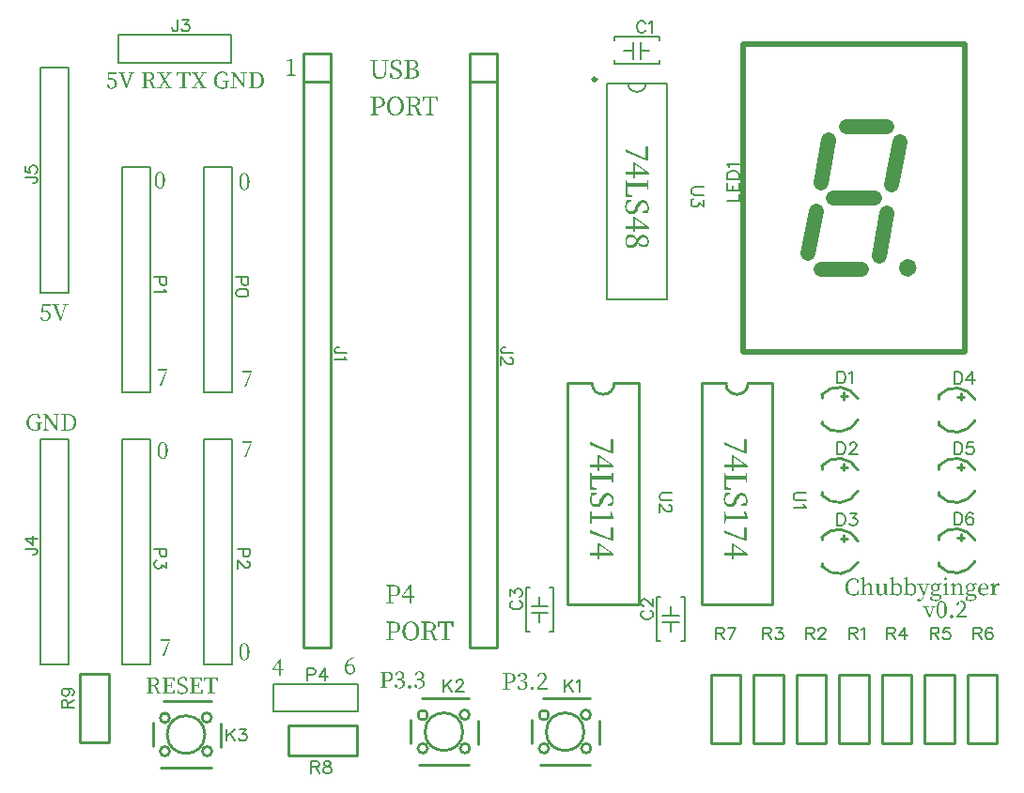
<source format=gto>
G04 Layer: TopSilkscreenLayer*
G04 EasyEDA v6.5.46, 2024-08-18 09:58:02*
G04 236360ae96044019aedb561fcd3bba06,230f2a6ff4724a6391133640ca874918,10*
G04 Gerber Generator version 0.2*
G04 Scale: 100 percent, Rotated: No, Reflected: No *
G04 Dimensions in millimeters *
G04 leading zeros omitted , absolute positions ,4 integer and 5 decimal *
%FSLAX45Y45*%
%MOMM*%

%ADD10C,0.1524*%
%ADD11C,0.2540*%
%ADD12C,0.2032*%
%ADD13C,0.2030*%
%ADD14C,0.2000*%
%ADD15C,0.5000*%
%ADD16C,1.3700*%
%ADD17C,1.0000*%
%ADD18C,0.3000*%
%ADD19C,0.0152*%

%LPD*%
G36*
X8486140Y2171192D02*
G01*
X8452612Y2161794D01*
X8452612Y2155190D01*
X8470646Y2153412D01*
X8470595Y2044700D01*
X8470138Y2015998D01*
X8453628Y2013457D01*
X8453628Y2006600D01*
X8504682Y2006600D01*
X8504682Y2013457D01*
X8489188Y2015998D01*
X8488934Y2086356D01*
X8497620Y2093366D01*
X8505545Y2097938D01*
X8513165Y2100376D01*
X8520684Y2101088D01*
X8525154Y2100783D01*
X8528964Y2099716D01*
X8532215Y2097938D01*
X8534857Y2095246D01*
X8536889Y2091588D01*
X8538311Y2086965D01*
X8539175Y2081174D01*
X8539480Y2074164D01*
X8539429Y2044598D01*
X8538972Y2015998D01*
X8522462Y2013457D01*
X8522462Y2006600D01*
X8573516Y2006600D01*
X8573516Y2013457D01*
X8558276Y2015998D01*
X8557768Y2053336D01*
X8557768Y2074418D01*
X8557310Y2084527D01*
X8555939Y2093112D01*
X8553704Y2100122D01*
X8550554Y2105710D01*
X8546541Y2109876D01*
X8541562Y2112822D01*
X8535771Y2114499D01*
X8529066Y2115058D01*
X8523630Y2114651D01*
X8518194Y2113534D01*
X8512810Y2111756D01*
X8507526Y2109317D01*
X8502396Y2106269D01*
X8497468Y2102713D01*
X8492794Y2098700D01*
X8488426Y2094230D01*
X8488426Y2137918D01*
X8489188Y2169668D01*
G37*
G36*
X8750300Y2171192D02*
G01*
X8716518Y2161794D01*
X8716518Y2155190D01*
X8734552Y2153412D01*
X8734501Y2044700D01*
X8734281Y2027428D01*
X8752840Y2027428D01*
X8752840Y2091182D01*
X8761323Y2097887D01*
X8768689Y2101697D01*
X8775039Y2103475D01*
X8780526Y2103882D01*
X8784691Y2103577D01*
X8788603Y2102612D01*
X8792260Y2101037D01*
X8795664Y2098852D01*
X8798763Y2096007D01*
X8801506Y2092553D01*
X8803894Y2088489D01*
X8805926Y2083765D01*
X8807551Y2078482D01*
X8808770Y2072589D01*
X8809482Y2066036D01*
X8809736Y2058924D01*
X8809431Y2051507D01*
X8808618Y2044852D01*
X8807246Y2038908D01*
X8805468Y2033727D01*
X8803233Y2029206D01*
X8800642Y2025345D01*
X8797747Y2022195D01*
X8794546Y2019604D01*
X8791092Y2017674D01*
X8787434Y2016302D01*
X8783675Y2015489D01*
X8779764Y2015236D01*
X8773210Y2015896D01*
X8766505Y2017979D01*
X8759698Y2021789D01*
X8752840Y2027428D01*
X8734281Y2027428D01*
X8734044Y2015998D01*
X8717534Y2013457D01*
X8717534Y2006600D01*
X8750554Y2004314D01*
X8752332Y2019554D01*
X8760104Y2011832D01*
X8768080Y2007006D01*
X8776055Y2004517D01*
X8783828Y2003806D01*
X8788755Y2004060D01*
X8793429Y2004872D01*
X8797950Y2006142D01*
X8802166Y2007920D01*
X8806180Y2010206D01*
X8809939Y2012899D01*
X8813393Y2015998D01*
X8816543Y2019554D01*
X8819438Y2023465D01*
X8821928Y2027783D01*
X8824112Y2032457D01*
X8825941Y2037435D01*
X8827363Y2042769D01*
X8828430Y2048408D01*
X8829090Y2054301D01*
X8829294Y2060448D01*
X8828938Y2068728D01*
X8827820Y2076399D01*
X8826042Y2083460D01*
X8823604Y2089861D01*
X8820607Y2095550D01*
X8817051Y2100630D01*
X8812987Y2104948D01*
X8808466Y2108504D01*
X8803589Y2111349D01*
X8798306Y2113381D01*
X8792718Y2114651D01*
X8786876Y2115058D01*
X8782405Y2114804D01*
X8777935Y2114092D01*
X8773515Y2112822D01*
X8769146Y2111095D01*
X8764778Y2108809D01*
X8760561Y2105964D01*
X8756396Y2102561D01*
X8752332Y2098548D01*
X8752332Y2137918D01*
X8753094Y2169668D01*
G37*
G36*
X8877300Y2171192D02*
G01*
X8843772Y2161794D01*
X8843772Y2155190D01*
X8861806Y2153412D01*
X8861755Y2044700D01*
X8861535Y2027428D01*
X8880094Y2027428D01*
X8880094Y2091182D01*
X8888577Y2097887D01*
X8895842Y2101697D01*
X8902192Y2103475D01*
X8907780Y2103882D01*
X8911945Y2103577D01*
X8915857Y2102612D01*
X8919514Y2101037D01*
X8922918Y2098852D01*
X8926017Y2096007D01*
X8928760Y2092553D01*
X8931148Y2088489D01*
X8933180Y2083765D01*
X8934805Y2078482D01*
X8936024Y2072589D01*
X8936736Y2066036D01*
X8936990Y2058924D01*
X8936685Y2051507D01*
X8935872Y2044852D01*
X8934500Y2038908D01*
X8932722Y2033727D01*
X8930487Y2029206D01*
X8927896Y2025345D01*
X8924950Y2022195D01*
X8921699Y2019604D01*
X8918244Y2017674D01*
X8914536Y2016302D01*
X8910726Y2015489D01*
X8906764Y2015236D01*
X8900363Y2015896D01*
X8893708Y2017979D01*
X8886952Y2021789D01*
X8880094Y2027428D01*
X8861535Y2027428D01*
X8861298Y2015998D01*
X8844788Y2013457D01*
X8844788Y2006600D01*
X8877808Y2004314D01*
X8879586Y2019554D01*
X8887206Y2011832D01*
X8895130Y2007006D01*
X8903055Y2004517D01*
X8910828Y2003806D01*
X8915755Y2004060D01*
X8920530Y2004872D01*
X8925052Y2006142D01*
X8929319Y2007920D01*
X8933383Y2010206D01*
X8937142Y2012899D01*
X8940596Y2015998D01*
X8943797Y2019554D01*
X8946642Y2023465D01*
X8949182Y2027783D01*
X8951366Y2032457D01*
X8953195Y2037435D01*
X8954617Y2042769D01*
X8955684Y2048408D01*
X8956344Y2054301D01*
X8956548Y2060448D01*
X8956192Y2068728D01*
X8955074Y2076399D01*
X8953296Y2083460D01*
X8950858Y2089861D01*
X8947810Y2095550D01*
X8944254Y2100630D01*
X8940190Y2104948D01*
X8935669Y2108504D01*
X8930741Y2111349D01*
X8925407Y2113381D01*
X8919768Y2114651D01*
X8913876Y2115058D01*
X8909507Y2114804D01*
X8905087Y2114092D01*
X8900718Y2112822D01*
X8896350Y2111095D01*
X8892032Y2108809D01*
X8887815Y2105964D01*
X8883650Y2102561D01*
X8879586Y2098548D01*
X8879586Y2137918D01*
X8880348Y2169668D01*
G37*
G36*
X9223248Y2167890D02*
G01*
X9217558Y2166924D01*
X9212986Y2164181D01*
X9209887Y2159965D01*
X9208770Y2154428D01*
X9209887Y2148840D01*
X9212986Y2144369D01*
X9217558Y2141474D01*
X9223248Y2140458D01*
X9228683Y2141474D01*
X9233204Y2144420D01*
X9236303Y2148840D01*
X9237472Y2154428D01*
X9236303Y2159965D01*
X9233204Y2164181D01*
X9228683Y2166924D01*
G37*
G36*
X8392160Y2159000D02*
G01*
X8385708Y2158746D01*
X8379510Y2158034D01*
X8373465Y2156866D01*
X8367623Y2155291D01*
X8361984Y2153259D01*
X8356650Y2150821D01*
X8351570Y2147976D01*
X8346744Y2144725D01*
X8342223Y2141118D01*
X8338007Y2137206D01*
X8334146Y2132888D01*
X8330590Y2128266D01*
X8327440Y2123338D01*
X8324596Y2118106D01*
X8322208Y2112619D01*
X8320176Y2106828D01*
X8318550Y2100783D01*
X8317433Y2094484D01*
X8316722Y2087981D01*
X8316468Y2081275D01*
X8316671Y2074418D01*
X8317382Y2067814D01*
X8318500Y2061413D01*
X8320024Y2055317D01*
X8321954Y2049475D01*
X8324342Y2043938D01*
X8327034Y2038705D01*
X8330184Y2033727D01*
X8333638Y2029155D01*
X8337448Y2024837D01*
X8341614Y2020925D01*
X8346084Y2017369D01*
X8350910Y2014169D01*
X8355990Y2011375D01*
X8361375Y2008936D01*
X8367014Y2006955D01*
X8372957Y2005380D01*
X8379104Y2004212D01*
X8385505Y2003552D01*
X8392160Y2003298D01*
X8398052Y2003450D01*
X8403844Y2003907D01*
X8409533Y2004720D01*
X8415121Y2005888D01*
X8420658Y2007412D01*
X8426094Y2009292D01*
X8431428Y2011578D01*
X8436610Y2014220D01*
X8437118Y2046732D01*
X8424926Y2046732D01*
X8419338Y2018538D01*
X8412988Y2015998D01*
X8406536Y2014372D01*
X8400034Y2013457D01*
X8393684Y2013204D01*
X8387842Y2013457D01*
X8382253Y2014270D01*
X8376920Y2015642D01*
X8371840Y2017572D01*
X8367064Y2020011D01*
X8362594Y2022957D01*
X8358479Y2026462D01*
X8354720Y2030475D01*
X8351316Y2035048D01*
X8348319Y2040077D01*
X8345728Y2045665D01*
X8343595Y2051761D01*
X8341868Y2058416D01*
X8340598Y2065528D01*
X8339836Y2073148D01*
X8339581Y2081275D01*
X8339886Y2089302D01*
X8340699Y2096871D01*
X8342020Y2103983D01*
X8343849Y2110536D01*
X8346186Y2116632D01*
X8348929Y2122220D01*
X8352078Y2127300D01*
X8355634Y2131872D01*
X8359495Y2135936D01*
X8363762Y2139442D01*
X8368284Y2142439D01*
X8373109Y2144928D01*
X8378190Y2146858D01*
X8383524Y2148230D01*
X8389010Y2149094D01*
X8394700Y2149348D01*
X8400288Y2148992D01*
X8405926Y2147976D01*
X8411616Y2146249D01*
X8417306Y2143760D01*
X8422894Y2115312D01*
X8435086Y2115312D01*
X8434578Y2148078D01*
X8429142Y2150973D01*
X8423605Y2153310D01*
X8418118Y2155240D01*
X8412683Y2156663D01*
X8407349Y2157730D01*
X8402116Y2158492D01*
X8397036Y2158898D01*
G37*
G36*
X9127236Y2115058D02*
G01*
X9121546Y2114804D01*
X9116161Y2113991D01*
X9111132Y2112619D01*
X9106458Y2110790D01*
X9102191Y2108403D01*
X9098381Y2105558D01*
X9095079Y2102205D01*
X9092336Y2098446D01*
X9090101Y2094179D01*
X9088475Y2089454D01*
X9087459Y2084324D01*
X9087118Y2078482D01*
X9104630Y2078482D01*
X9105036Y2084628D01*
X9106204Y2090166D01*
X9108135Y2095144D01*
X9110726Y2099360D01*
X9114028Y2102764D01*
X9117939Y2105304D01*
X9122410Y2106879D01*
X9127490Y2107438D01*
X9132468Y2106879D01*
X9136837Y2105355D01*
X9140596Y2102866D01*
X9143796Y2099513D01*
X9146286Y2095398D01*
X9148114Y2090623D01*
X9149232Y2085187D01*
X9149588Y2079243D01*
X9149181Y2072995D01*
X9148064Y2067306D01*
X9146184Y2062225D01*
X9143593Y2057907D01*
X9140342Y2054352D01*
X9136430Y2051761D01*
X9131858Y2050084D01*
X9126728Y2049525D01*
X9121851Y2050034D01*
X9117482Y2051608D01*
X9113723Y2054047D01*
X9110522Y2057450D01*
X9107982Y2061616D01*
X9106154Y2066543D01*
X9105036Y2072182D01*
X9104630Y2078482D01*
X9087118Y2078482D01*
X9087408Y2073300D01*
X9088323Y2068322D01*
X9089745Y2063750D01*
X9091726Y2059584D01*
X9094165Y2055825D01*
X9097060Y2052523D01*
X9100413Y2049678D01*
X9104122Y2047239D01*
X9097010Y2039975D01*
X9092336Y2033676D01*
X9089694Y2027986D01*
X9088882Y2022602D01*
X9089847Y2016658D01*
X9092692Y2011781D01*
X9097264Y2007971D01*
X9103360Y2005330D01*
X9093352Y1999742D01*
X9086646Y1993849D01*
X9082938Y1987600D01*
X9082285Y1983739D01*
X9099042Y1983739D01*
X9099600Y1989328D01*
X9101226Y1994357D01*
X9104071Y1999183D01*
X9108186Y2004060D01*
X9119108Y2003552D01*
X9144762Y2003552D01*
X9154972Y2002180D01*
X9161830Y1998370D01*
X9165640Y1992731D01*
X9166860Y1985772D01*
X9166250Y1980996D01*
X9164421Y1976526D01*
X9161322Y1972564D01*
X9157055Y1969160D01*
X9151620Y1966315D01*
X9145016Y1964182D01*
X9137192Y1962861D01*
X9128252Y1962404D01*
X9121952Y1962708D01*
X9116314Y1963674D01*
X9111284Y1965248D01*
X9107068Y1967534D01*
X9103664Y1970532D01*
X9101124Y1974189D01*
X9099600Y1978609D01*
X9099042Y1983739D01*
X9082285Y1983739D01*
X9081770Y1980692D01*
X9082074Y1976780D01*
X9082938Y1973122D01*
X9084462Y1969668D01*
X9086596Y1966468D01*
X9089390Y1963572D01*
X9092793Y1960981D01*
X9096959Y1958695D01*
X9101734Y1956816D01*
X9107271Y1955292D01*
X9113520Y1954174D01*
X9120530Y1953514D01*
X9128252Y1953260D01*
X9136938Y1953666D01*
X9144914Y1954784D01*
X9152128Y1956562D01*
X9158630Y1958898D01*
X9164320Y1961845D01*
X9169298Y1965198D01*
X9173514Y1968957D01*
X9176969Y1973072D01*
X9179661Y1977491D01*
X9181592Y1982063D01*
X9182709Y1986788D01*
X9183116Y1991614D01*
X9182557Y1997862D01*
X9180931Y2003399D01*
X9178188Y2008225D01*
X9174327Y2012289D01*
X9169349Y2015489D01*
X9163202Y2017877D01*
X9155836Y2019300D01*
X9147302Y2019807D01*
X9117838Y2019807D01*
X9110878Y2020519D01*
X9106509Y2022551D01*
X9104274Y2025802D01*
X9103614Y2030222D01*
X9104020Y2034032D01*
X9105138Y2037537D01*
X9107068Y2041042D01*
X9109710Y2044700D01*
X9113824Y2043531D01*
X9118092Y2042617D01*
X9122562Y2042109D01*
X9127236Y2041906D01*
X9132925Y2042160D01*
X9138310Y2043023D01*
X9143339Y2044395D01*
X9148013Y2046274D01*
X9152280Y2048662D01*
X9156090Y2051557D01*
X9159392Y2054961D01*
X9162135Y2058822D01*
X9164370Y2063140D01*
X9165996Y2067915D01*
X9167012Y2073097D01*
X9167368Y2078736D01*
X9166961Y2084933D01*
X9165793Y2090572D01*
X9163913Y2095601D01*
X9161526Y2100072D01*
X9184132Y2099564D01*
X9184132Y2112772D01*
X9180830Y2114804D01*
X9155430Y2106422D01*
X9149740Y2110232D01*
X9143034Y2112924D01*
X9135516Y2114550D01*
G37*
G36*
X9339580Y2115058D02*
G01*
X9334398Y2114702D01*
X9329166Y2113635D01*
X9323933Y2111908D01*
X9318802Y2109520D01*
X9313722Y2106574D01*
X9308846Y2103069D01*
X9304121Y2099005D01*
X9299702Y2094484D01*
X9297924Y2112772D01*
X9294876Y2114804D01*
X9263380Y2102612D01*
X9263380Y2096007D01*
X9281160Y2094230D01*
X9281617Y2080971D01*
X9281414Y2015998D01*
X9264904Y2013457D01*
X9264904Y2006600D01*
X9316212Y2006600D01*
X9316212Y2013457D01*
X9300718Y2015998D01*
X9300210Y2053336D01*
X9300210Y2086356D01*
X9308592Y2093061D01*
X9316415Y2097633D01*
X9323933Y2100275D01*
X9331452Y2101088D01*
X9335973Y2100732D01*
X9339783Y2099716D01*
X9342932Y2097836D01*
X9345472Y2095144D01*
X9347352Y2091486D01*
X9348724Y2086813D01*
X9349486Y2081072D01*
X9349740Y2074164D01*
X9349486Y2015998D01*
X9332976Y2013457D01*
X9332976Y2006600D01*
X9384284Y2006600D01*
X9384284Y2013457D01*
X9368536Y2015998D01*
X9368028Y2053336D01*
X9368028Y2074672D01*
X9367570Y2084628D01*
X9366250Y2093112D01*
X9364065Y2100072D01*
X9360966Y2105609D01*
X9356953Y2109825D01*
X9352076Y2112772D01*
X9346285Y2114499D01*
G37*
G36*
X9444228Y2115058D02*
G01*
X9438538Y2114804D01*
X9433153Y2113991D01*
X9428073Y2112619D01*
X9423450Y2110790D01*
X9419183Y2108403D01*
X9415373Y2105558D01*
X9412071Y2102205D01*
X9409328Y2098446D01*
X9407093Y2094179D01*
X9405467Y2089454D01*
X9404451Y2084324D01*
X9404110Y2078482D01*
X9421622Y2078482D01*
X9422028Y2084628D01*
X9423196Y2090166D01*
X9425127Y2095144D01*
X9427718Y2099360D01*
X9431020Y2102764D01*
X9434931Y2105304D01*
X9439402Y2106879D01*
X9444482Y2107438D01*
X9449460Y2106879D01*
X9453829Y2105355D01*
X9457588Y2102866D01*
X9460788Y2099513D01*
X9463278Y2095398D01*
X9465106Y2090623D01*
X9466224Y2085187D01*
X9466580Y2079243D01*
X9466173Y2072995D01*
X9465056Y2067306D01*
X9463176Y2062225D01*
X9460585Y2057907D01*
X9457334Y2054352D01*
X9453422Y2051761D01*
X9448850Y2050084D01*
X9443720Y2049525D01*
X9438843Y2050034D01*
X9434474Y2051608D01*
X9430715Y2054047D01*
X9427514Y2057450D01*
X9424974Y2061616D01*
X9423146Y2066543D01*
X9422028Y2072182D01*
X9421622Y2078482D01*
X9404110Y2078482D01*
X9404400Y2073300D01*
X9405315Y2068322D01*
X9406737Y2063750D01*
X9408718Y2059584D01*
X9411157Y2055825D01*
X9414052Y2052523D01*
X9417405Y2049678D01*
X9421114Y2047239D01*
X9414002Y2039975D01*
X9409277Y2033676D01*
X9406686Y2027986D01*
X9405874Y2022602D01*
X9406839Y2016658D01*
X9409684Y2011781D01*
X9414256Y2007971D01*
X9420352Y2005330D01*
X9410344Y1999742D01*
X9403638Y1993849D01*
X9399930Y1987600D01*
X9399277Y1983739D01*
X9416034Y1983739D01*
X9416592Y1989328D01*
X9418218Y1994357D01*
X9421063Y1999183D01*
X9425178Y2004060D01*
X9436100Y2003552D01*
X9461754Y2003552D01*
X9471964Y2002180D01*
X9478822Y1998370D01*
X9482632Y1992731D01*
X9483852Y1985772D01*
X9483242Y1980996D01*
X9481413Y1976526D01*
X9478314Y1972564D01*
X9474047Y1969160D01*
X9468612Y1966315D01*
X9462008Y1964182D01*
X9454184Y1962861D01*
X9445244Y1962404D01*
X9438944Y1962708D01*
X9433306Y1963674D01*
X9428276Y1965248D01*
X9424060Y1967534D01*
X9420656Y1970532D01*
X9418116Y1974189D01*
X9416592Y1978609D01*
X9416034Y1983739D01*
X9399277Y1983739D01*
X9398762Y1980692D01*
X9399066Y1976780D01*
X9399930Y1973122D01*
X9401454Y1969668D01*
X9403588Y1966468D01*
X9406382Y1963572D01*
X9409836Y1960981D01*
X9413951Y1958695D01*
X9418726Y1956816D01*
X9424263Y1955292D01*
X9430512Y1954174D01*
X9437522Y1953514D01*
X9445244Y1953260D01*
X9453930Y1953666D01*
X9461906Y1954784D01*
X9469120Y1956562D01*
X9475622Y1958898D01*
X9481312Y1961845D01*
X9486290Y1965198D01*
X9490506Y1968957D01*
X9493961Y1973072D01*
X9496653Y1977491D01*
X9498584Y1982063D01*
X9499701Y1986788D01*
X9500108Y1991614D01*
X9499549Y1997862D01*
X9497923Y2003399D01*
X9495180Y2008225D01*
X9491370Y2012289D01*
X9486341Y2015489D01*
X9480194Y2017877D01*
X9472828Y2019300D01*
X9464294Y2019807D01*
X9434830Y2019807D01*
X9427870Y2020519D01*
X9423552Y2022551D01*
X9421266Y2025802D01*
X9420606Y2030222D01*
X9421012Y2034032D01*
X9422130Y2037537D01*
X9424009Y2041042D01*
X9426702Y2044700D01*
X9430816Y2043531D01*
X9435084Y2042617D01*
X9439554Y2042109D01*
X9444228Y2041906D01*
X9449917Y2042160D01*
X9455302Y2043023D01*
X9460331Y2044395D01*
X9465005Y2046274D01*
X9469272Y2048662D01*
X9473031Y2051557D01*
X9476384Y2054961D01*
X9479127Y2058822D01*
X9481362Y2063140D01*
X9482988Y2067915D01*
X9484004Y2073097D01*
X9484360Y2078736D01*
X9483953Y2084933D01*
X9482785Y2090572D01*
X9480905Y2095601D01*
X9478518Y2100072D01*
X9501124Y2099564D01*
X9501124Y2112772D01*
X9497822Y2114804D01*
X9472422Y2106422D01*
X9466732Y2110232D01*
X9460026Y2112924D01*
X9452508Y2114550D01*
G37*
G36*
X9565132Y2115058D02*
G01*
X9560052Y2114804D01*
X9555073Y2114042D01*
X9550247Y2112772D01*
X9545574Y2111044D01*
X9541154Y2108911D01*
X9536938Y2106269D01*
X9532975Y2103221D01*
X9529318Y2099716D01*
X9525965Y2095855D01*
X9523018Y2091588D01*
X9520377Y2086965D01*
X9518192Y2081936D01*
X9516414Y2076602D01*
X9515144Y2070912D01*
X9514859Y2068830D01*
X9533636Y2068830D01*
X9535058Y2078024D01*
X9537446Y2085898D01*
X9540646Y2092401D01*
X9544608Y2097633D01*
X9549028Y2101646D01*
X9553905Y2104491D01*
X9558985Y2106117D01*
X9564116Y2106676D01*
X9569246Y2106117D01*
X9573920Y2104542D01*
X9578086Y2102104D01*
X9581642Y2098852D01*
X9584537Y2094992D01*
X9586671Y2090623D01*
X9588042Y2085797D01*
X9588500Y2080768D01*
X9588042Y2075738D01*
X9586264Y2071776D01*
X9582607Y2069236D01*
X9576562Y2068322D01*
X9533636Y2068830D01*
X9514859Y2068830D01*
X9514332Y2064969D01*
X9514078Y2058670D01*
X9514332Y2052320D01*
X9514992Y2046325D01*
X9516160Y2040686D01*
X9517735Y2035403D01*
X9519716Y2030526D01*
X9522053Y2026005D01*
X9524847Y2021890D01*
X9527946Y2018182D01*
X9531400Y2014880D01*
X9535210Y2011984D01*
X9539325Y2009546D01*
X9543745Y2007463D01*
X9548469Y2005888D01*
X9553448Y2004720D01*
X9558680Y2004060D01*
X9564116Y2003806D01*
X9571278Y2004263D01*
X9577933Y2005584D01*
X9584029Y2007666D01*
X9589566Y2010613D01*
X9594596Y2014270D01*
X9599066Y2018588D01*
X9602927Y2023618D01*
X9606280Y2029206D01*
X9601708Y2032254D01*
X9595561Y2025700D01*
X9588652Y2020620D01*
X9580473Y2017420D01*
X9570466Y2016252D01*
X9565233Y2016556D01*
X9560255Y2017471D01*
X9555632Y2018995D01*
X9551365Y2021179D01*
X9547504Y2023922D01*
X9544050Y2027326D01*
X9541052Y2031288D01*
X9538512Y2035911D01*
X9536480Y2041093D01*
X9534956Y2046935D01*
X9533991Y2053386D01*
X9533636Y2060448D01*
X9605010Y2060193D01*
X9606280Y2065629D01*
X9606788Y2072639D01*
X9606432Y2078989D01*
X9605365Y2084882D01*
X9603638Y2090318D01*
X9601301Y2095246D01*
X9598355Y2099716D01*
X9594900Y2103678D01*
X9590938Y2107031D01*
X9586518Y2109876D01*
X9581692Y2112111D01*
X9576511Y2113737D01*
X9570974Y2114702D01*
G37*
G36*
X9693656Y2115058D02*
G01*
X9688982Y2114550D01*
X9684359Y2113127D01*
X9679838Y2110740D01*
X9675520Y2107438D01*
X9671405Y2103323D01*
X9667595Y2098344D01*
X9664141Y2092604D01*
X9661144Y2086102D01*
X9658858Y2112772D01*
X9655810Y2114804D01*
X9624568Y2102612D01*
X9624568Y2096007D01*
X9642348Y2094230D01*
X9642856Y2065020D01*
X9642348Y2015998D01*
X9626092Y2013457D01*
X9626092Y2006600D01*
X9680194Y2006600D01*
X9680194Y2013457D01*
X9661652Y2016252D01*
X9661398Y2070862D01*
X9664954Y2080158D01*
X9669221Y2088083D01*
X9674453Y2094738D01*
X9680702Y2100326D01*
X9683242Y2097786D01*
X9686493Y2095195D01*
X9689846Y2093163D01*
X9693402Y2091893D01*
X9697212Y2091436D01*
X9702901Y2092553D01*
X9706762Y2095601D01*
X9708946Y2100427D01*
X9709658Y2106676D01*
X9707067Y2110232D01*
X9703257Y2112873D01*
X9698685Y2114499D01*
G37*
G36*
X9229852Y2114804D02*
G01*
X9195816Y2102866D01*
X9195816Y2096262D01*
X9213850Y2094484D01*
X9214408Y2080818D01*
X9214612Y2065020D01*
X9214104Y2015998D01*
X9197086Y2013457D01*
X9197086Y2006600D01*
X9248140Y2006600D01*
X9248140Y2013457D01*
X9232900Y2015998D01*
X9232646Y2083307D01*
X9232900Y2112772D01*
G37*
G36*
X8618220Y2113788D02*
G01*
X8585454Y2110486D01*
X8585454Y2103882D01*
X8601456Y2100580D01*
X8600948Y2043938D01*
X8601354Y2033676D01*
X8602827Y2025142D01*
X8605266Y2018182D01*
X8608568Y2012746D01*
X8612733Y2008682D01*
X8617712Y2005888D01*
X8623452Y2004314D01*
X8629904Y2003806D01*
X8635136Y2004161D01*
X8640368Y2005126D01*
X8645550Y2006803D01*
X8650681Y2009089D01*
X8655659Y2012086D01*
X8660485Y2015693D01*
X8665108Y2019960D01*
X8669528Y2024888D01*
X8671560Y2004822D01*
X8702548Y2006600D01*
X8702548Y2013204D01*
X8687308Y2015743D01*
X8687308Y2080006D01*
X8687816Y2111502D01*
X8685784Y2113788D01*
X8653780Y2110232D01*
X8653780Y2103628D01*
X8669528Y2100580D01*
X8669020Y2032762D01*
X8661501Y2026412D01*
X8653780Y2021890D01*
X8645855Y2019198D01*
X8637778Y2018284D01*
X8633460Y2018639D01*
X8629751Y2019655D01*
X8626551Y2021484D01*
X8623909Y2024176D01*
X8621877Y2027834D01*
X8620404Y2032406D01*
X8619540Y2038096D01*
X8619236Y2044954D01*
X8619236Y2080006D01*
X8620252Y2111502D01*
G37*
G36*
X8964676Y2112010D02*
G01*
X8964676Y2105152D01*
X8977122Y2103628D01*
X9018524Y1999996D01*
X9015526Y1992731D01*
X9011158Y1983333D01*
X9008668Y1978964D01*
X9005925Y1974850D01*
X9002979Y1971039D01*
X8999728Y1967585D01*
X8996172Y1964436D01*
X8994394Y1966214D01*
X8990279Y1969719D01*
X8986469Y1972259D01*
X8982557Y1973834D01*
X8978138Y1974342D01*
X8973464Y1973783D01*
X8969197Y1972157D01*
X8965895Y1969312D01*
X8963914Y1965198D01*
X8965539Y1959457D01*
X8969959Y1955088D01*
X8976360Y1952243D01*
X8983980Y1951228D01*
X8987993Y1951532D01*
X8991955Y1952498D01*
X8995765Y1954174D01*
X8999575Y1956511D01*
X9003334Y1959610D01*
X9006992Y1963470D01*
X9010650Y1968144D01*
X9014256Y1973630D01*
X9017863Y1979930D01*
X9021470Y1987143D01*
X9025077Y1995271D01*
X9028684Y2004314D01*
X9066022Y2103120D01*
X9078468Y2105152D01*
X9078468Y2112010D01*
X9035288Y2112010D01*
X9035288Y2105152D01*
X9055354Y2102866D01*
X9027414Y2023872D01*
X8998204Y2103120D01*
X9017508Y2105152D01*
X9017508Y2112010D01*
G37*
G36*
X9185402Y1955292D02*
G01*
X9180931Y1955038D01*
X9176512Y1954275D01*
X9172194Y1953006D01*
X9167977Y1951228D01*
X9163913Y1948840D01*
X9160052Y1945843D01*
X9156395Y1942287D01*
X9152940Y1938070D01*
X9149791Y1933193D01*
X9146997Y1927656D01*
X9144508Y1921408D01*
X9142374Y1914448D01*
X9140698Y1906778D01*
X9139428Y1898345D01*
X9138666Y1889099D01*
X9138412Y1879092D01*
X9158224Y1879092D01*
X9158478Y1891639D01*
X9159240Y1902612D01*
X9160459Y1912112D01*
X9162084Y1920239D01*
X9164116Y1927098D01*
X9166504Y1932736D01*
X9169146Y1937308D01*
X9172041Y1940814D01*
X9175140Y1943404D01*
X9178442Y1945132D01*
X9181896Y1946097D01*
X9185402Y1946402D01*
X9188805Y1946097D01*
X9192107Y1945132D01*
X9195308Y1943404D01*
X9198356Y1940814D01*
X9201150Y1937308D01*
X9203740Y1932736D01*
X9206026Y1927098D01*
X9208008Y1920239D01*
X9209633Y1912112D01*
X9210802Y1902612D01*
X9211564Y1891639D01*
X9211818Y1879092D01*
X9211564Y1866087D01*
X9210802Y1854657D01*
X9209633Y1844802D01*
X9208008Y1836318D01*
X9206026Y1829155D01*
X9203740Y1823262D01*
X9201150Y1818538D01*
X9198356Y1814880D01*
X9195308Y1812137D01*
X9192107Y1810359D01*
X9188805Y1809292D01*
X9185402Y1808988D01*
X9182760Y1809140D01*
X9180169Y1809699D01*
X9177629Y1810715D01*
X9175140Y1812137D01*
X9172803Y1814068D01*
X9170568Y1816506D01*
X9168434Y1819554D01*
X9166504Y1823161D01*
X9164675Y1827479D01*
X9163050Y1832457D01*
X9161678Y1838198D01*
X9160459Y1844649D01*
X9159494Y1851964D01*
X9158833Y1860092D01*
X9158376Y1869135D01*
X9158224Y1879092D01*
X9138412Y1879092D01*
X9138666Y1868728D01*
X9139428Y1859178D01*
X9140698Y1850440D01*
X9142374Y1842516D01*
X9144508Y1835353D01*
X9146997Y1828901D01*
X9149791Y1823212D01*
X9152940Y1818233D01*
X9156395Y1813915D01*
X9160052Y1810257D01*
X9163913Y1807210D01*
X9167977Y1804771D01*
X9172194Y1802892D01*
X9176512Y1801622D01*
X9180931Y1800860D01*
X9185402Y1800606D01*
X9189770Y1800860D01*
X9194088Y1801622D01*
X9198356Y1802892D01*
X9202521Y1804771D01*
X9206534Y1807210D01*
X9210395Y1810257D01*
X9214002Y1813915D01*
X9217406Y1818233D01*
X9220504Y1823212D01*
X9223349Y1828901D01*
X9225788Y1835353D01*
X9227921Y1842516D01*
X9229598Y1850440D01*
X9230868Y1859178D01*
X9231630Y1868728D01*
X9231884Y1879092D01*
X9231630Y1889099D01*
X9230868Y1898345D01*
X9229598Y1906778D01*
X9227921Y1914448D01*
X9225788Y1921408D01*
X9223349Y1927656D01*
X9220504Y1933193D01*
X9217406Y1938070D01*
X9214002Y1942287D01*
X9210395Y1945843D01*
X9206534Y1948840D01*
X9202521Y1951228D01*
X9198356Y1953006D01*
X9194088Y1954275D01*
X9189770Y1955038D01*
G37*
G36*
X9362440Y1955292D02*
G01*
X9356953Y1955038D01*
X9351670Y1954377D01*
X9346539Y1953209D01*
X9341713Y1951583D01*
X9337141Y1949450D01*
X9332925Y1946910D01*
X9329115Y1943862D01*
X9325762Y1940407D01*
X9322917Y1936445D01*
X9320580Y1932025D01*
X9318853Y1927098D01*
X9317736Y1921764D01*
X9319717Y1918970D01*
X9322206Y1916836D01*
X9325152Y1915414D01*
X9328404Y1914906D01*
X9332417Y1915668D01*
X9335719Y1918055D01*
X9338462Y1922424D01*
X9340596Y1928875D01*
X9345168Y1945132D01*
X9351619Y1946300D01*
X9357106Y1946656D01*
X9363100Y1946097D01*
X9368434Y1944370D01*
X9373057Y1941626D01*
X9376968Y1937918D01*
X9380118Y1933346D01*
X9382404Y1927910D01*
X9383826Y1921764D01*
X9384284Y1914906D01*
X9384080Y1910486D01*
X9383420Y1906016D01*
X9382353Y1901596D01*
X9380829Y1897075D01*
X9378899Y1892452D01*
X9376511Y1887778D01*
X9373666Y1882902D01*
X9370364Y1877872D01*
X9362389Y1867204D01*
X9352534Y1855470D01*
X9318752Y1817116D01*
X9318752Y1803400D01*
X9410192Y1803400D01*
X9410192Y1820672D01*
X9332976Y1820672D01*
X9359138Y1847596D01*
X9374022Y1863394D01*
X9385503Y1876501D01*
X9390126Y1882241D01*
X9393986Y1887575D01*
X9397136Y1892604D01*
X9399625Y1897380D01*
X9401556Y1902002D01*
X9402826Y1906574D01*
X9403588Y1911197D01*
X9403842Y1915922D01*
X9403588Y1921560D01*
X9402775Y1926843D01*
X9401403Y1931822D01*
X9399473Y1936394D01*
X9396984Y1940560D01*
X9393885Y1944268D01*
X9390227Y1947519D01*
X9385909Y1950212D01*
X9381032Y1952396D01*
X9375495Y1953971D01*
X9369298Y1954936D01*
G37*
G36*
X9016492Y1908810D02*
G01*
X9016492Y1901443D01*
X9029192Y1899666D01*
X9069324Y1801875D01*
X9078468Y1801875D01*
X9114790Y1898650D01*
X9127236Y1901443D01*
X9127236Y1908810D01*
X9086342Y1908810D01*
X9086342Y1901443D01*
X9104630Y1898650D01*
X9078722Y1824228D01*
X9050528Y1899412D01*
X9069832Y1901443D01*
X9069832Y1908810D01*
G37*
G36*
X9274302Y1830832D02*
G01*
X9268409Y1829612D01*
X9263684Y1826310D01*
X9260484Y1821383D01*
X9259316Y1815338D01*
X9260484Y1809699D01*
X9263684Y1805025D01*
X9268409Y1801825D01*
X9274302Y1800606D01*
X9280194Y1801825D01*
X9285071Y1805025D01*
X9288322Y1809699D01*
X9289542Y1815338D01*
X9288322Y1821383D01*
X9285071Y1826310D01*
X9280194Y1829612D01*
G37*
G36*
X3328670Y6844030D02*
G01*
X3282950Y6832092D01*
X3282950Y6824472D01*
X3312668Y6827266D01*
X3312617Y6730949D01*
X3312160Y6704330D01*
X3280664Y6699758D01*
X3280664Y6692900D01*
X3362706Y6692900D01*
X3362706Y6699758D01*
X3331464Y6704330D01*
X3330956Y6739890D01*
X3330956Y6809740D01*
X3331718Y6841744D01*
G37*
G36*
X2900934Y1574292D02*
G01*
X2896412Y1574038D01*
X2891993Y1573276D01*
X2887624Y1572006D01*
X2883408Y1570228D01*
X2879344Y1567840D01*
X2875483Y1564843D01*
X2871825Y1561287D01*
X2868371Y1557070D01*
X2865272Y1552194D01*
X2862427Y1546656D01*
X2859989Y1540408D01*
X2857906Y1533448D01*
X2856230Y1525778D01*
X2854960Y1517345D01*
X2854198Y1508099D01*
X2853944Y1498092D01*
X2873756Y1498092D01*
X2874010Y1510639D01*
X2874772Y1521612D01*
X2875991Y1531112D01*
X2877616Y1539240D01*
X2879648Y1546098D01*
X2882036Y1551736D01*
X2884678Y1556308D01*
X2887573Y1559814D01*
X2890672Y1562404D01*
X2893974Y1564132D01*
X2897428Y1565097D01*
X2900934Y1565402D01*
X2904286Y1565097D01*
X2907588Y1564132D01*
X2910738Y1562404D01*
X2913786Y1559814D01*
X2916580Y1556308D01*
X2919171Y1551736D01*
X2921508Y1546098D01*
X2923489Y1539240D01*
X2925114Y1531112D01*
X2926334Y1521612D01*
X2927096Y1510639D01*
X2927350Y1498092D01*
X2927096Y1485087D01*
X2926334Y1473657D01*
X2925114Y1463802D01*
X2923489Y1455318D01*
X2921508Y1448155D01*
X2919171Y1442262D01*
X2916580Y1437538D01*
X2913786Y1433880D01*
X2910738Y1431137D01*
X2907588Y1429359D01*
X2904286Y1428292D01*
X2900934Y1427988D01*
X2898292Y1428140D01*
X2895701Y1428699D01*
X2893161Y1429715D01*
X2890672Y1431137D01*
X2888335Y1433068D01*
X2886100Y1435506D01*
X2883966Y1438554D01*
X2882036Y1442161D01*
X2880207Y1446479D01*
X2878582Y1451457D01*
X2877210Y1457198D01*
X2875991Y1463649D01*
X2875026Y1470964D01*
X2874365Y1479092D01*
X2873908Y1488135D01*
X2873756Y1498092D01*
X2853944Y1498092D01*
X2854198Y1487728D01*
X2854960Y1478178D01*
X2856230Y1469440D01*
X2857906Y1461516D01*
X2859989Y1454353D01*
X2862427Y1447901D01*
X2865272Y1442212D01*
X2868371Y1437233D01*
X2871825Y1432915D01*
X2875483Y1429258D01*
X2879344Y1426210D01*
X2883408Y1423771D01*
X2887624Y1421892D01*
X2891993Y1420622D01*
X2896412Y1419860D01*
X2900934Y1419606D01*
X2905302Y1419860D01*
X2909620Y1420622D01*
X2913888Y1421892D01*
X2918002Y1423771D01*
X2922016Y1426210D01*
X2925826Y1429258D01*
X2929432Y1432915D01*
X2932836Y1437233D01*
X2935884Y1442212D01*
X2938678Y1447901D01*
X2941167Y1454353D01*
X2943250Y1461516D01*
X2944876Y1469440D01*
X2946146Y1478178D01*
X2946908Y1487728D01*
X2947162Y1498092D01*
X2946908Y1508099D01*
X2946146Y1517345D01*
X2944876Y1525778D01*
X2943250Y1533448D01*
X2941167Y1540408D01*
X2938678Y1546656D01*
X2935884Y1552194D01*
X2932836Y1557070D01*
X2929432Y1561287D01*
X2925826Y1564843D01*
X2922016Y1567840D01*
X2918002Y1570228D01*
X2913888Y1572006D01*
X2909620Y1573276D01*
X2905302Y1574038D01*
G37*
G36*
X2881376Y3400044D02*
G01*
X2881376Y3382772D01*
X2959354Y3382772D01*
X2900172Y3253232D01*
X2902204Y3251200D01*
X2919222Y3251200D01*
X2971800Y3389122D01*
X2971800Y3400044D01*
G37*
G36*
X2900934Y5816092D02*
G01*
X2896412Y5815838D01*
X2891993Y5815076D01*
X2887624Y5813806D01*
X2883408Y5812028D01*
X2879344Y5809640D01*
X2875483Y5806643D01*
X2871825Y5803087D01*
X2868371Y5798870D01*
X2865272Y5793994D01*
X2862427Y5788456D01*
X2859989Y5782208D01*
X2857906Y5775248D01*
X2856230Y5767578D01*
X2854960Y5759145D01*
X2854198Y5749899D01*
X2853944Y5739892D01*
X2873756Y5739892D01*
X2874010Y5752439D01*
X2874772Y5763412D01*
X2875991Y5772912D01*
X2877616Y5781040D01*
X2879648Y5787898D01*
X2882036Y5793536D01*
X2884678Y5798108D01*
X2887573Y5801614D01*
X2890672Y5804204D01*
X2893974Y5805932D01*
X2897428Y5806897D01*
X2900934Y5807202D01*
X2904286Y5806897D01*
X2907588Y5805932D01*
X2910738Y5804204D01*
X2913786Y5801614D01*
X2916580Y5798108D01*
X2919171Y5793536D01*
X2921508Y5787898D01*
X2923489Y5781040D01*
X2925114Y5772912D01*
X2926334Y5763412D01*
X2927096Y5752439D01*
X2927350Y5739892D01*
X2927096Y5726887D01*
X2926334Y5715457D01*
X2925114Y5705602D01*
X2923489Y5697118D01*
X2921508Y5689955D01*
X2919171Y5684062D01*
X2916580Y5679338D01*
X2913786Y5675680D01*
X2910738Y5672937D01*
X2907588Y5671159D01*
X2904286Y5670092D01*
X2900934Y5669788D01*
X2898292Y5669940D01*
X2895701Y5670499D01*
X2893161Y5671515D01*
X2890672Y5672937D01*
X2888335Y5674868D01*
X2886100Y5677306D01*
X2883966Y5680354D01*
X2882036Y5683961D01*
X2880207Y5688279D01*
X2878582Y5693257D01*
X2877210Y5698998D01*
X2875991Y5705449D01*
X2875026Y5712764D01*
X2874365Y5720892D01*
X2873908Y5729935D01*
X2873756Y5739892D01*
X2853944Y5739892D01*
X2854198Y5729528D01*
X2854960Y5719978D01*
X2856230Y5711240D01*
X2857906Y5703316D01*
X2859989Y5696153D01*
X2862427Y5689701D01*
X2865272Y5684012D01*
X2868371Y5679033D01*
X2871825Y5674715D01*
X2875483Y5671058D01*
X2879344Y5668010D01*
X2883408Y5665571D01*
X2887624Y5663692D01*
X2891993Y5662422D01*
X2896412Y5661660D01*
X2900934Y5661406D01*
X2905302Y5661660D01*
X2909620Y5662422D01*
X2913888Y5663692D01*
X2918002Y5665571D01*
X2922016Y5668010D01*
X2925826Y5671058D01*
X2929432Y5674715D01*
X2932836Y5679033D01*
X2935884Y5684012D01*
X2938678Y5689701D01*
X2941167Y5696153D01*
X2943250Y5703316D01*
X2944876Y5711240D01*
X2946146Y5719978D01*
X2946908Y5729528D01*
X2947162Y5739892D01*
X2946908Y5749899D01*
X2946146Y5759145D01*
X2944876Y5767578D01*
X2943250Y5775248D01*
X2941167Y5782208D01*
X2938678Y5788456D01*
X2935884Y5793994D01*
X2932836Y5798870D01*
X2929432Y5803087D01*
X2925826Y5806643D01*
X2922016Y5809640D01*
X2918002Y5812028D01*
X2913888Y5813806D01*
X2909620Y5815076D01*
X2905302Y5815838D01*
G37*
G36*
X2881376Y4035044D02*
G01*
X2881376Y4017772D01*
X2959354Y4017772D01*
X2900172Y3888232D01*
X2902204Y3886200D01*
X2919222Y3886200D01*
X2971800Y4024122D01*
X2971800Y4035044D01*
G37*
G36*
X2138934Y5828792D02*
G01*
X2134412Y5828538D01*
X2129993Y5827776D01*
X2125624Y5826506D01*
X2121408Y5824728D01*
X2117344Y5822340D01*
X2113483Y5819343D01*
X2109825Y5815787D01*
X2106371Y5811570D01*
X2103272Y5806694D01*
X2100427Y5801156D01*
X2097989Y5794908D01*
X2095906Y5787948D01*
X2094230Y5780278D01*
X2092960Y5771845D01*
X2092198Y5762599D01*
X2091943Y5752592D01*
X2111756Y5752592D01*
X2112010Y5765139D01*
X2112772Y5776112D01*
X2113991Y5785612D01*
X2115616Y5793740D01*
X2117648Y5800598D01*
X2120036Y5806236D01*
X2122678Y5810808D01*
X2125573Y5814314D01*
X2128672Y5816904D01*
X2131974Y5818632D01*
X2135428Y5819597D01*
X2138934Y5819902D01*
X2142286Y5819597D01*
X2145588Y5818632D01*
X2148738Y5816904D01*
X2151786Y5814314D01*
X2154580Y5810808D01*
X2157171Y5806236D01*
X2159508Y5800598D01*
X2161489Y5793740D01*
X2163114Y5785612D01*
X2164334Y5776112D01*
X2165096Y5765139D01*
X2165350Y5752592D01*
X2165096Y5739587D01*
X2164334Y5728157D01*
X2163114Y5718302D01*
X2161489Y5709818D01*
X2159508Y5702655D01*
X2157171Y5696762D01*
X2154580Y5692038D01*
X2151786Y5688380D01*
X2148738Y5685637D01*
X2145588Y5683859D01*
X2142286Y5682792D01*
X2138934Y5682488D01*
X2136292Y5682640D01*
X2133701Y5683199D01*
X2131161Y5684215D01*
X2128672Y5685637D01*
X2126335Y5687568D01*
X2124100Y5690006D01*
X2121966Y5693054D01*
X2120036Y5696661D01*
X2118207Y5700979D01*
X2116582Y5705957D01*
X2115210Y5711698D01*
X2113991Y5718149D01*
X2113026Y5725464D01*
X2112365Y5733592D01*
X2111908Y5742635D01*
X2111756Y5752592D01*
X2091943Y5752592D01*
X2092198Y5742228D01*
X2092960Y5732678D01*
X2094230Y5723940D01*
X2095906Y5716016D01*
X2097989Y5708853D01*
X2100427Y5702401D01*
X2103272Y5696712D01*
X2106371Y5691733D01*
X2109825Y5687415D01*
X2113483Y5683758D01*
X2117344Y5680710D01*
X2121408Y5678271D01*
X2125624Y5676392D01*
X2129993Y5675122D01*
X2134412Y5674360D01*
X2138934Y5674106D01*
X2143302Y5674360D01*
X2147620Y5675122D01*
X2151888Y5676392D01*
X2156002Y5678271D01*
X2160016Y5680710D01*
X2163826Y5683758D01*
X2167432Y5687415D01*
X2170836Y5691733D01*
X2173884Y5696712D01*
X2176678Y5702401D01*
X2179167Y5708853D01*
X2181250Y5716016D01*
X2182876Y5723940D01*
X2184146Y5732678D01*
X2184908Y5742228D01*
X2185162Y5752592D01*
X2184908Y5762599D01*
X2184146Y5771845D01*
X2182876Y5780278D01*
X2181250Y5787948D01*
X2179167Y5794908D01*
X2176678Y5801156D01*
X2173884Y5806694D01*
X2170836Y5811570D01*
X2167432Y5815787D01*
X2163826Y5819343D01*
X2160016Y5822340D01*
X2156002Y5824728D01*
X2151888Y5826506D01*
X2147620Y5827776D01*
X2143302Y5828538D01*
G37*
G36*
X2119376Y4047744D02*
G01*
X2119376Y4030472D01*
X2197354Y4030472D01*
X2138172Y3900932D01*
X2140204Y3898900D01*
X2157222Y3898900D01*
X2209800Y4036822D01*
X2209800Y4047744D01*
G37*
G36*
X2164334Y3390392D02*
G01*
X2159812Y3390137D01*
X2155393Y3389376D01*
X2151024Y3388106D01*
X2146808Y3386328D01*
X2142744Y3383940D01*
X2138883Y3380943D01*
X2135225Y3377387D01*
X2131771Y3373170D01*
X2128672Y3368294D01*
X2125827Y3362756D01*
X2123389Y3356508D01*
X2121306Y3349548D01*
X2119630Y3341878D01*
X2118360Y3333445D01*
X2117598Y3324199D01*
X2117344Y3314192D01*
X2137156Y3314192D01*
X2137410Y3326739D01*
X2138172Y3337712D01*
X2139391Y3347212D01*
X2141016Y3355340D01*
X2143048Y3362198D01*
X2145436Y3367836D01*
X2148078Y3372408D01*
X2150973Y3375914D01*
X2154072Y3378504D01*
X2157374Y3380232D01*
X2160828Y3381197D01*
X2164334Y3381501D01*
X2167686Y3381197D01*
X2170988Y3380232D01*
X2174138Y3378504D01*
X2177186Y3375914D01*
X2179980Y3372408D01*
X2182571Y3367836D01*
X2184908Y3362198D01*
X2186889Y3355340D01*
X2188514Y3347212D01*
X2189734Y3337712D01*
X2190496Y3326739D01*
X2190750Y3314192D01*
X2190496Y3301187D01*
X2189734Y3289757D01*
X2188514Y3279901D01*
X2186889Y3271418D01*
X2184908Y3264255D01*
X2182571Y3258362D01*
X2179980Y3253638D01*
X2177186Y3249980D01*
X2174138Y3247237D01*
X2170988Y3245459D01*
X2167686Y3244392D01*
X2164334Y3244088D01*
X2161692Y3244240D01*
X2159101Y3244799D01*
X2156561Y3245815D01*
X2154072Y3247237D01*
X2151735Y3249168D01*
X2149500Y3251606D01*
X2147366Y3254654D01*
X2145436Y3258261D01*
X2143607Y3262579D01*
X2141982Y3267557D01*
X2140610Y3273298D01*
X2139391Y3279749D01*
X2138426Y3287064D01*
X2137765Y3295192D01*
X2137308Y3304235D01*
X2137156Y3314192D01*
X2117344Y3314192D01*
X2117598Y3303828D01*
X2118360Y3294278D01*
X2119630Y3285540D01*
X2121306Y3277615D01*
X2123389Y3270453D01*
X2125827Y3264001D01*
X2128672Y3258312D01*
X2131771Y3253333D01*
X2135225Y3249015D01*
X2138883Y3245358D01*
X2142744Y3242310D01*
X2146808Y3239871D01*
X2151024Y3237992D01*
X2155393Y3236722D01*
X2159812Y3235960D01*
X2164334Y3235706D01*
X2168702Y3235960D01*
X2173020Y3236722D01*
X2177288Y3237992D01*
X2181402Y3239871D01*
X2185416Y3242310D01*
X2189226Y3245358D01*
X2192832Y3249015D01*
X2196236Y3253333D01*
X2199284Y3258312D01*
X2202078Y3264001D01*
X2204567Y3270453D01*
X2206650Y3277615D01*
X2208276Y3285540D01*
X2209546Y3294278D01*
X2210308Y3303828D01*
X2210562Y3314192D01*
X2210308Y3324199D01*
X2209546Y3333445D01*
X2208276Y3341878D01*
X2206650Y3349548D01*
X2204567Y3356508D01*
X2202078Y3362756D01*
X2199284Y3368294D01*
X2196236Y3373170D01*
X2192832Y3377387D01*
X2189226Y3380943D01*
X2185416Y3383940D01*
X2181402Y3386328D01*
X2177288Y3388106D01*
X2173020Y3389376D01*
X2168702Y3390137D01*
G37*
G36*
X2144776Y1609344D02*
G01*
X2144776Y1592072D01*
X2222754Y1592072D01*
X2163572Y1462532D01*
X2165604Y1460500D01*
X2182622Y1460500D01*
X2235200Y1598422D01*
X2235200Y1609344D01*
G37*
G36*
X1079246Y4631944D02*
G01*
X1074674Y4562602D01*
X1080262Y4560824D01*
X1085646Y4562144D01*
X1091031Y4563110D01*
X1096365Y4563668D01*
X1101598Y4563872D01*
X1106779Y4563618D01*
X1111605Y4562805D01*
X1116076Y4561433D01*
X1120190Y4559604D01*
X1123848Y4557217D01*
X1127150Y4554321D01*
X1129944Y4550968D01*
X1132281Y4547158D01*
X1134160Y4542891D01*
X1135532Y4538116D01*
X1136345Y4532934D01*
X1136650Y4527296D01*
X1136396Y4521606D01*
X1135684Y4516323D01*
X1134465Y4511395D01*
X1132738Y4506925D01*
X1130554Y4502810D01*
X1127963Y4499254D01*
X1124864Y4496104D01*
X1121359Y4493514D01*
X1117346Y4491431D01*
X1112977Y4489907D01*
X1108100Y4488992D01*
X1102868Y4488688D01*
X1099312Y4488840D01*
X1092352Y4489856D01*
X1088898Y4490720D01*
X1083056Y4510989D01*
X1080668Y4515256D01*
X1077468Y4517491D01*
X1073150Y4518152D01*
X1069746Y4517694D01*
X1066800Y4516424D01*
X1064412Y4514189D01*
X1062736Y4511040D01*
X1064818Y4503877D01*
X1067866Y4497679D01*
X1071778Y4492396D01*
X1076604Y4488078D01*
X1082243Y4484674D01*
X1088745Y4482236D01*
X1096060Y4480814D01*
X1104138Y4480306D01*
X1109929Y4480509D01*
X1115415Y4481220D01*
X1120648Y4482287D01*
X1125575Y4483811D01*
X1130147Y4485741D01*
X1134465Y4488027D01*
X1138377Y4490720D01*
X1141984Y4493717D01*
X1145184Y4497120D01*
X1148029Y4500829D01*
X1150467Y4504842D01*
X1152499Y4509109D01*
X1154125Y4513732D01*
X1155242Y4518609D01*
X1155954Y4523689D01*
X1156208Y4529074D01*
X1155801Y4536236D01*
X1154582Y4542840D01*
X1152652Y4548936D01*
X1150010Y4554423D01*
X1146657Y4559300D01*
X1142695Y4563567D01*
X1138123Y4567275D01*
X1132941Y4570272D01*
X1127252Y4572711D01*
X1121105Y4574387D01*
X1114501Y4575454D01*
X1107440Y4575810D01*
X1101496Y4575606D01*
X1095908Y4574997D01*
X1090422Y4573981D01*
X1085088Y4572508D01*
X1087882Y4614672D01*
X1152144Y4614672D01*
X1152144Y4631944D01*
G37*
G36*
X1168400Y4631944D02*
G01*
X1168400Y4624324D01*
X1185418Y4622546D01*
X1237488Y4481576D01*
X1246632Y4481576D01*
X1293368Y4621784D01*
X1312672Y4624578D01*
X1312672Y4631944D01*
X1261872Y4631944D01*
X1261872Y4623562D01*
X1282192Y4621530D01*
X1246124Y4509770D01*
X1207008Y4621784D01*
X1228852Y4623562D01*
X1228852Y4631944D01*
G37*
G36*
X1013714Y3644900D02*
G01*
X1007110Y3644646D01*
X1000709Y3643934D01*
X994562Y3642766D01*
X988669Y3641140D01*
X982980Y3639058D01*
X977595Y3636619D01*
X972464Y3633724D01*
X967689Y3630472D01*
X963168Y3626865D01*
X959002Y3622903D01*
X955141Y3618585D01*
X951636Y3613962D01*
X948486Y3609035D01*
X945743Y3603802D01*
X943356Y3598265D01*
X941374Y3592525D01*
X939800Y3586530D01*
X938682Y3580282D01*
X938021Y3573830D01*
X937768Y3567176D01*
X937971Y3560419D01*
X938682Y3553866D01*
X939749Y3547567D01*
X941273Y3541522D01*
X943254Y3535679D01*
X945540Y3530193D01*
X948283Y3524910D01*
X951382Y3519982D01*
X954786Y3515360D01*
X958596Y3511042D01*
X962710Y3507079D01*
X967181Y3503472D01*
X971956Y3500221D01*
X976985Y3497376D01*
X982370Y3494938D01*
X987958Y3492906D01*
X993851Y3491331D01*
X999998Y3490163D01*
X1006348Y3489451D01*
X1012952Y3489198D01*
X1019657Y3489401D01*
X1026058Y3490061D01*
X1032256Y3491128D01*
X1038250Y3492652D01*
X1044143Y3494481D01*
X1049934Y3496716D01*
X1055674Y3499256D01*
X1061466Y3502151D01*
X1061618Y3533698D01*
X1061974Y3554476D01*
X1075436Y3555746D01*
X1075436Y3563365D01*
X1017524Y3563365D01*
X1017524Y3555746D01*
X1041146Y3553968D01*
X1041400Y3503422D01*
X1035354Y3501440D01*
X1029258Y3500120D01*
X1023010Y3499358D01*
X1016508Y3499104D01*
X1010259Y3499408D01*
X1004366Y3500272D01*
X998728Y3501745D01*
X993444Y3503726D01*
X988517Y3506317D01*
X983945Y3509365D01*
X979728Y3513023D01*
X975918Y3517137D01*
X972515Y3521760D01*
X969518Y3526891D01*
X966927Y3532479D01*
X964793Y3538524D01*
X963117Y3545027D01*
X961898Y3551986D01*
X961136Y3559403D01*
X960882Y3567176D01*
X961136Y3575050D01*
X961948Y3582517D01*
X963218Y3589477D01*
X964996Y3596030D01*
X967232Y3602075D01*
X969873Y3607714D01*
X972972Y3612794D01*
X976426Y3617417D01*
X980287Y3621532D01*
X984503Y3625087D01*
X989025Y3628136D01*
X993902Y3630676D01*
X999032Y3632657D01*
X1004468Y3634079D01*
X1010107Y3634943D01*
X1016000Y3635248D01*
X1022654Y3634841D01*
X1029055Y3633673D01*
X1035202Y3631590D01*
X1041146Y3628644D01*
X1046480Y3600958D01*
X1058672Y3600958D01*
X1058164Y3633978D01*
X1053490Y3636568D01*
X1048664Y3638804D01*
X1043635Y3640683D01*
X1038301Y3642207D01*
X1032713Y3643376D01*
X1026769Y3644239D01*
X1020470Y3644747D01*
G37*
G36*
X1088390Y3641344D02*
G01*
X1088390Y3633724D01*
X1104392Y3631692D01*
X1106424Y3628898D01*
X1106170Y3502914D01*
X1087374Y3500120D01*
X1087374Y3492500D01*
X1139952Y3492500D01*
X1139952Y3500120D01*
X1116330Y3503168D01*
X1115822Y3615944D01*
X1206754Y3490976D01*
X1214628Y3490976D01*
X1214882Y3631184D01*
X1233424Y3633724D01*
X1233424Y3641344D01*
X1180846Y3641344D01*
X1180846Y3633724D01*
X1204722Y3630929D01*
X1204976Y3527551D01*
X1122680Y3641344D01*
G37*
G36*
X1250442Y3641344D02*
G01*
X1250442Y3633724D01*
X1271016Y3631437D01*
X1271422Y3609340D01*
X1271524Y3547922D01*
X1291844Y3547821D01*
X1291945Y3610254D01*
X1292352Y3632708D01*
X1311656Y3632708D01*
X1317752Y3632454D01*
X1323543Y3631641D01*
X1328978Y3630320D01*
X1334058Y3628440D01*
X1338783Y3626104D01*
X1343101Y3623208D01*
X1347063Y3619804D01*
X1350670Y3615893D01*
X1353820Y3611524D01*
X1356614Y3606596D01*
X1359001Y3601212D01*
X1360932Y3595319D01*
X1362506Y3588918D01*
X1363573Y3582060D01*
X1364284Y3574745D01*
X1364488Y3566922D01*
X1364284Y3559352D01*
X1363573Y3552240D01*
X1362456Y3545484D01*
X1360932Y3539236D01*
X1358950Y3533394D01*
X1356512Y3528009D01*
X1353667Y3523081D01*
X1350416Y3518611D01*
X1346708Y3514648D01*
X1342593Y3511194D01*
X1338122Y3508248D01*
X1333195Y3505809D01*
X1327912Y3503879D01*
X1322171Y3502507D01*
X1316075Y3501694D01*
X1309624Y3501390D01*
X1292352Y3501390D01*
X1291844Y3547821D01*
X1271523Y3547821D01*
X1271320Y3517137D01*
X1271016Y3502406D01*
X1250442Y3500120D01*
X1250442Y3492500D01*
X1311148Y3492500D01*
X1317701Y3492703D01*
X1324051Y3493312D01*
X1330147Y3494278D01*
X1336090Y3495649D01*
X1341729Y3497427D01*
X1347165Y3499561D01*
X1352296Y3502050D01*
X1357172Y3504946D01*
X1361694Y3508197D01*
X1365961Y3511804D01*
X1369872Y3515766D01*
X1373428Y3520084D01*
X1376629Y3524758D01*
X1379423Y3529787D01*
X1381861Y3535172D01*
X1383893Y3540861D01*
X1385468Y3546856D01*
X1386636Y3553256D01*
X1387348Y3559911D01*
X1387602Y3566922D01*
X1387398Y3573983D01*
X1386738Y3580688D01*
X1385671Y3587038D01*
X1384198Y3593084D01*
X1382369Y3598824D01*
X1380134Y3604158D01*
X1377543Y3609187D01*
X1374546Y3613861D01*
X1371244Y3618179D01*
X1367586Y3622141D01*
X1363624Y3625748D01*
X1359357Y3628948D01*
X1354785Y3631844D01*
X1349908Y3634333D01*
X1344726Y3636467D01*
X1339342Y3638194D01*
X1333652Y3639565D01*
X1327708Y3640531D01*
X1321562Y3641140D01*
X1315212Y3641344D01*
G37*
G36*
X2347468Y1270000D02*
G01*
X2340610Y1269695D01*
X2334107Y1268780D01*
X2327960Y1267256D01*
X2322220Y1265174D01*
X2316937Y1262481D01*
X2312212Y1259281D01*
X2308098Y1255522D01*
X2304592Y1251204D01*
X2301748Y1246428D01*
X2299665Y1241145D01*
X2298395Y1235354D01*
X2297938Y1229106D01*
X2298242Y1223721D01*
X2299157Y1218692D01*
X2300681Y1214069D01*
X2302764Y1209751D01*
X2305354Y1205738D01*
X2308453Y1202029D01*
X2312009Y1198575D01*
X2316073Y1195374D01*
X2320544Y1192428D01*
X2325420Y1189634D01*
X2336292Y1184656D01*
X2351633Y1178153D01*
X2357526Y1175258D01*
X2362403Y1172210D01*
X2366314Y1168958D01*
X2369261Y1165402D01*
X2371293Y1161440D01*
X2372461Y1156970D01*
X2372868Y1151890D01*
X2372207Y1145540D01*
X2370328Y1139952D01*
X2367229Y1135227D01*
X2363063Y1131265D01*
X2357932Y1128217D01*
X2351887Y1125982D01*
X2344978Y1124661D01*
X2337308Y1124204D01*
X2330602Y1124508D01*
X2324658Y1125423D01*
X2319223Y1127099D01*
X2313940Y1129538D01*
X2308098Y1157478D01*
X2296668Y1157478D01*
X2295398Y1126236D01*
X2299462Y1123848D01*
X2304084Y1121562D01*
X2309114Y1119581D01*
X2314498Y1117803D01*
X2320239Y1116330D01*
X2326182Y1115212D01*
X2332329Y1114552D01*
X2338578Y1114298D01*
X2346147Y1114602D01*
X2353208Y1115618D01*
X2359863Y1117193D01*
X2365959Y1119428D01*
X2371547Y1122222D01*
X2376474Y1125626D01*
X2380792Y1129538D01*
X2384399Y1133957D01*
X2387295Y1138936D01*
X2389428Y1144422D01*
X2390698Y1150315D01*
X2391156Y1156716D01*
X2390902Y1161745D01*
X2390190Y1166469D01*
X2388971Y1170889D01*
X2387142Y1175054D01*
X2384806Y1178915D01*
X2381859Y1182624D01*
X2378354Y1186129D01*
X2374138Y1189431D01*
X2369312Y1192631D01*
X2363774Y1195730D01*
X2357526Y1198727D01*
X2341372Y1205230D01*
X2335682Y1207719D01*
X2330704Y1210411D01*
X2326386Y1213408D01*
X2322779Y1216761D01*
X2319985Y1220470D01*
X2317902Y1224534D01*
X2316632Y1229106D01*
X2316226Y1234186D01*
X2316835Y1240180D01*
X2318562Y1245463D01*
X2321356Y1249934D01*
X2325065Y1253642D01*
X2329637Y1256538D01*
X2334971Y1258671D01*
X2340965Y1259941D01*
X2347468Y1260348D01*
X2352344Y1260094D01*
X2356866Y1259281D01*
X2361184Y1257858D01*
X2365502Y1255776D01*
X2371090Y1229106D01*
X2382774Y1229106D01*
X2384044Y1258316D01*
X2380335Y1260856D01*
X2376424Y1263142D01*
X2372258Y1265123D01*
X2367838Y1266850D01*
X2363216Y1268171D01*
X2358237Y1269187D01*
X2353005Y1269796D01*
G37*
G36*
X2016506Y1266444D02*
G01*
X2016506Y1258824D01*
X2037334Y1256538D01*
X2037588Y1195578D01*
X2057907Y1195578D01*
X2058009Y1235506D01*
X2058416Y1257808D01*
X2077720Y1257808D01*
X2085898Y1257300D01*
X2092909Y1255826D01*
X2098751Y1253337D01*
X2103526Y1249984D01*
X2107133Y1245666D01*
X2109724Y1240536D01*
X2111248Y1234592D01*
X2111756Y1227836D01*
X2111197Y1221130D01*
X2109520Y1214983D01*
X2106726Y1209497D01*
X2102815Y1204772D01*
X2097836Y1200912D01*
X2091740Y1198016D01*
X2084527Y1196187D01*
X2076196Y1195578D01*
X2037588Y1195578D01*
X2037334Y1127506D01*
X2016506Y1125220D01*
X2016506Y1117600D01*
X2079243Y1117600D01*
X2079243Y1125220D01*
X2058416Y1127760D01*
X2057958Y1156817D01*
X2057907Y1187196D01*
X2069846Y1187196D01*
X2076297Y1186992D01*
X2081733Y1186281D01*
X2086356Y1184960D01*
X2090216Y1182878D01*
X2093366Y1179931D01*
X2096007Y1176070D01*
X2098243Y1171041D01*
X2100072Y1164844D01*
X2109216Y1129538D01*
X2111857Y1122934D01*
X2116226Y1118514D01*
X2122728Y1116076D01*
X2131822Y1115314D01*
X2136749Y1115466D01*
X2141169Y1115872D01*
X2145131Y1116584D01*
X2148586Y1117600D01*
X2148586Y1125220D01*
X2131314Y1126998D01*
X2120900Y1161796D01*
X2118868Y1167841D01*
X2116582Y1173073D01*
X2113991Y1177493D01*
X2111044Y1181252D01*
X2107641Y1184300D01*
X2103780Y1186738D01*
X2099411Y1188618D01*
X2094484Y1189990D01*
X2100580Y1191310D01*
X2106117Y1193038D01*
X2111146Y1195222D01*
X2115667Y1197762D01*
X2119630Y1200658D01*
X2123084Y1203858D01*
X2125980Y1207312D01*
X2128367Y1211021D01*
X2130196Y1214932D01*
X2131517Y1218996D01*
X2132330Y1223264D01*
X2132584Y1227582D01*
X2132177Y1233525D01*
X2130958Y1239012D01*
X2128977Y1244041D01*
X2126183Y1248613D01*
X2122678Y1252677D01*
X2118461Y1256233D01*
X2113534Y1259332D01*
X2107895Y1261821D01*
X2101596Y1263853D01*
X2094687Y1265275D01*
X2087118Y1266139D01*
X2078989Y1266444D01*
G37*
G36*
X2161540Y1266444D02*
G01*
X2161540Y1258824D01*
X2182368Y1256538D01*
X2182825Y1227124D01*
X2182825Y1164234D01*
X2182368Y1127506D01*
X2161540Y1125220D01*
X2161540Y1117600D01*
X2276348Y1117600D01*
X2277364Y1157224D01*
X2266442Y1157224D01*
X2260600Y1127252D01*
X2203450Y1127252D01*
X2203196Y1188974D01*
X2236724Y1188974D01*
X2239772Y1167384D01*
X2248916Y1167384D01*
X2248916Y1219708D01*
X2239772Y1219708D01*
X2236724Y1197864D01*
X2203196Y1197864D01*
X2203450Y1256792D01*
X2256282Y1256792D01*
X2262124Y1227328D01*
X2273300Y1227328D01*
X2272030Y1266444D01*
G37*
G36*
X2408428Y1266444D02*
G01*
X2408428Y1258824D01*
X2429256Y1256538D01*
X2429713Y1227124D01*
X2429713Y1164234D01*
X2429256Y1127506D01*
X2408428Y1125220D01*
X2408428Y1117600D01*
X2523236Y1117600D01*
X2524252Y1157224D01*
X2513330Y1157224D01*
X2507488Y1127252D01*
X2450338Y1127252D01*
X2450084Y1188974D01*
X2483612Y1188974D01*
X2486660Y1167384D01*
X2495804Y1167384D01*
X2495804Y1219708D01*
X2486660Y1219708D01*
X2483612Y1197864D01*
X2450084Y1197864D01*
X2450338Y1256792D01*
X2503170Y1256792D01*
X2509012Y1227328D01*
X2520188Y1227328D01*
X2518918Y1266444D01*
G37*
G36*
X2538984Y1266444D02*
G01*
X2537206Y1226820D01*
X2548382Y1226820D01*
X2554478Y1256792D01*
X2589276Y1256792D01*
X2589682Y1234694D01*
X2589784Y1171600D01*
X2589580Y1142288D01*
X2589276Y1127760D01*
X2566416Y1125220D01*
X2566416Y1117600D01*
X2633472Y1117600D01*
X2633472Y1125220D01*
X2610612Y1127760D01*
X2610154Y1157071D01*
X2610205Y1234694D01*
X2610612Y1256792D01*
X2645410Y1256792D01*
X2651760Y1226820D01*
X2662428Y1226820D01*
X2661158Y1266444D01*
G37*
G36*
X4301236Y1320292D02*
G01*
X4293768Y1319885D01*
X4286707Y1318564D01*
X4280204Y1316380D01*
X4274312Y1313281D01*
X4269181Y1309319D01*
X4264964Y1304442D01*
X4261713Y1298600D01*
X4259580Y1291844D01*
X4261408Y1288135D01*
X4263847Y1285697D01*
X4266742Y1284376D01*
X4269994Y1283970D01*
X4274616Y1284782D01*
X4278071Y1287272D01*
X4280662Y1291488D01*
X4282694Y1297432D01*
X4286250Y1310386D01*
X4292092Y1311402D01*
X4297172Y1311656D01*
X4303318Y1311198D01*
X4308754Y1309776D01*
X4313428Y1307439D01*
X4317390Y1304239D01*
X4320489Y1300175D01*
X4322724Y1295247D01*
X4324146Y1289507D01*
X4324604Y1282954D01*
X4324045Y1275943D01*
X4322368Y1269746D01*
X4319625Y1264462D01*
X4315866Y1260043D01*
X4311192Y1256538D01*
X4305655Y1253998D01*
X4299254Y1252474D01*
X4292092Y1251966D01*
X4283456Y1251966D01*
X4283456Y1242060D01*
X4294124Y1242060D01*
X4302150Y1241450D01*
X4309160Y1239672D01*
X4315104Y1236776D01*
X4319981Y1232865D01*
X4323740Y1227988D01*
X4326483Y1222248D01*
X4328109Y1215644D01*
X4328668Y1208278D01*
X4328109Y1201064D01*
X4326432Y1194460D01*
X4323689Y1188618D01*
X4319879Y1183589D01*
X4315104Y1179525D01*
X4309364Y1176528D01*
X4302709Y1174648D01*
X4295140Y1173988D01*
X4288840Y1174394D01*
X4282186Y1175766D01*
X4278630Y1188974D01*
X4276496Y1195527D01*
X4274058Y1200048D01*
X4270857Y1202639D01*
X4266438Y1203452D01*
X4263034Y1203045D01*
X4260138Y1201826D01*
X4257598Y1199591D01*
X4255516Y1196340D01*
X4257598Y1188872D01*
X4260799Y1182522D01*
X4264964Y1177239D01*
X4270095Y1172972D01*
X4276039Y1169720D01*
X4282744Y1167384D01*
X4290161Y1166063D01*
X4298188Y1165606D01*
X4305401Y1165961D01*
X4312208Y1167028D01*
X4318508Y1168755D01*
X4324299Y1171143D01*
X4329531Y1174038D01*
X4334205Y1177544D01*
X4338269Y1181557D01*
X4341672Y1185976D01*
X4344365Y1190904D01*
X4346346Y1196187D01*
X4347565Y1201826D01*
X4347972Y1207770D01*
X4347718Y1212697D01*
X4347006Y1217320D01*
X4345838Y1221740D01*
X4344162Y1225854D01*
X4341977Y1229715D01*
X4339285Y1233271D01*
X4336034Y1236472D01*
X4332325Y1239367D01*
X4328058Y1241856D01*
X4323232Y1244041D01*
X4317847Y1245768D01*
X4311904Y1247140D01*
X4319066Y1249781D01*
X4325416Y1253083D01*
X4330801Y1256995D01*
X4335272Y1261465D01*
X4338777Y1266444D01*
X4341317Y1271879D01*
X4342892Y1277772D01*
X4343400Y1283970D01*
X4343044Y1289253D01*
X4342079Y1294231D01*
X4340453Y1298854D01*
X4338218Y1303070D01*
X4335424Y1306931D01*
X4332020Y1310335D01*
X4328109Y1313281D01*
X4323689Y1315720D01*
X4318762Y1317701D01*
X4313377Y1319123D01*
X4307484Y1319987D01*
G37*
G36*
X4479798Y1320292D02*
G01*
X4472279Y1319885D01*
X4465167Y1318564D01*
X4458665Y1316380D01*
X4452772Y1313281D01*
X4447692Y1309319D01*
X4443476Y1304442D01*
X4440275Y1298600D01*
X4438142Y1291844D01*
X4439970Y1288135D01*
X4442307Y1285697D01*
X4445203Y1284376D01*
X4448556Y1283970D01*
X4453178Y1284782D01*
X4456582Y1287272D01*
X4459071Y1291488D01*
X4464812Y1310386D01*
X4470501Y1311402D01*
X4475480Y1311656D01*
X4481677Y1311198D01*
X4487214Y1309776D01*
X4491939Y1307439D01*
X4495901Y1304239D01*
X4499051Y1300175D01*
X4501286Y1295247D01*
X4502708Y1289507D01*
X4503166Y1282954D01*
X4502556Y1275943D01*
X4500880Y1269746D01*
X4498086Y1264462D01*
X4494326Y1260043D01*
X4489653Y1256538D01*
X4484116Y1253998D01*
X4477715Y1252474D01*
X4470654Y1251966D01*
X4461764Y1251966D01*
X4461764Y1242060D01*
X4472432Y1242060D01*
X4480458Y1241450D01*
X4487468Y1239672D01*
X4493412Y1236776D01*
X4498289Y1232865D01*
X4502048Y1227988D01*
X4504791Y1222248D01*
X4506417Y1215644D01*
X4506976Y1208278D01*
X4506417Y1201064D01*
X4504740Y1194460D01*
X4501997Y1188618D01*
X4498238Y1183589D01*
X4493412Y1179525D01*
X4487672Y1176528D01*
X4481017Y1174648D01*
X4473448Y1173988D01*
X4467199Y1174394D01*
X4460748Y1175766D01*
X4454906Y1195527D01*
X4452467Y1200048D01*
X4449165Y1202639D01*
X4444746Y1203452D01*
X4441494Y1203045D01*
X4438548Y1201826D01*
X4436059Y1199591D01*
X4434078Y1196340D01*
X4436160Y1188872D01*
X4439361Y1182522D01*
X4443526Y1177239D01*
X4448657Y1172972D01*
X4454601Y1169720D01*
X4461306Y1167384D01*
X4468723Y1166063D01*
X4476750Y1165606D01*
X4483963Y1165961D01*
X4490770Y1167028D01*
X4497070Y1168755D01*
X4502861Y1171143D01*
X4508093Y1174038D01*
X4512767Y1177544D01*
X4516831Y1181557D01*
X4520234Y1185976D01*
X4522927Y1190904D01*
X4524908Y1196187D01*
X4526127Y1201826D01*
X4526534Y1207770D01*
X4526280Y1212697D01*
X4525568Y1217320D01*
X4524349Y1221740D01*
X4522673Y1225854D01*
X4520438Y1229715D01*
X4517694Y1233271D01*
X4514443Y1236472D01*
X4510684Y1239367D01*
X4506366Y1241856D01*
X4501540Y1244041D01*
X4496155Y1245768D01*
X4490212Y1247140D01*
X4497374Y1249781D01*
X4503724Y1253083D01*
X4509109Y1256995D01*
X4513580Y1261465D01*
X4517085Y1266444D01*
X4519625Y1271879D01*
X4521200Y1277772D01*
X4521708Y1283970D01*
X4521352Y1289253D01*
X4520387Y1294231D01*
X4518761Y1298854D01*
X4516526Y1303070D01*
X4513732Y1306931D01*
X4510379Y1310335D01*
X4506468Y1313281D01*
X4502048Y1315720D01*
X4497171Y1317701D01*
X4491786Y1319123D01*
X4485995Y1319987D01*
G37*
G36*
X4124706Y1317244D02*
G01*
X4124706Y1309624D01*
X4145534Y1307338D01*
X4145787Y1236980D01*
X4166108Y1236980D01*
X4166209Y1286154D01*
X4166615Y1308608D01*
X4180840Y1308608D01*
X4187190Y1308354D01*
X4192981Y1307541D01*
X4198112Y1306271D01*
X4202684Y1304493D01*
X4206697Y1302207D01*
X4210151Y1299413D01*
X4213047Y1296212D01*
X4215384Y1292504D01*
X4217162Y1288338D01*
X4218432Y1283766D01*
X4219194Y1278737D01*
X4219448Y1273302D01*
X4219194Y1268069D01*
X4218482Y1263091D01*
X4217263Y1258519D01*
X4215536Y1254302D01*
X4213199Y1250442D01*
X4210354Y1247038D01*
X4206951Y1244092D01*
X4202887Y1241602D01*
X4198213Y1239621D01*
X4192930Y1238148D01*
X4186986Y1237284D01*
X4180332Y1236980D01*
X4145787Y1236980D01*
X4145534Y1178306D01*
X4124706Y1176020D01*
X4124706Y1168400D01*
X4187698Y1168400D01*
X4187698Y1176020D01*
X4166615Y1178560D01*
X4166209Y1197254D01*
X4166108Y1227836D01*
X4178046Y1227836D01*
X4186174Y1228090D01*
X4193641Y1228750D01*
X4200499Y1229918D01*
X4206748Y1231442D01*
X4212386Y1233373D01*
X4217517Y1235659D01*
X4222038Y1238300D01*
X4226001Y1241247D01*
X4229506Y1244447D01*
X4232452Y1247952D01*
X4234891Y1251712D01*
X4236872Y1255674D01*
X4238396Y1259840D01*
X4239463Y1264208D01*
X4240072Y1268679D01*
X4240276Y1273302D01*
X4240072Y1278128D01*
X4239412Y1282750D01*
X4238345Y1287170D01*
X4236821Y1291336D01*
X4234891Y1295196D01*
X4232503Y1298803D01*
X4229709Y1302156D01*
X4226407Y1305204D01*
X4222750Y1307896D01*
X4218584Y1310284D01*
X4214012Y1312367D01*
X4208983Y1314094D01*
X4203496Y1315466D01*
X4197604Y1316431D01*
X4191203Y1317040D01*
X4184396Y1317244D01*
G37*
G36*
X4390644Y1195832D02*
G01*
X4384852Y1194612D01*
X4380077Y1191310D01*
X4376877Y1186383D01*
X4375658Y1180338D01*
X4376877Y1174699D01*
X4380077Y1170025D01*
X4384852Y1166825D01*
X4390644Y1165606D01*
X4396689Y1166825D01*
X4401515Y1170025D01*
X4404715Y1174699D01*
X4405884Y1180338D01*
X4404715Y1186383D01*
X4401515Y1191310D01*
X4396689Y1194612D01*
G37*
G36*
X5406136Y1307592D02*
G01*
X5398668Y1307185D01*
X5391607Y1305864D01*
X5385104Y1303680D01*
X5379212Y1300581D01*
X5374081Y1296619D01*
X5369864Y1291742D01*
X5366613Y1285900D01*
X5364480Y1279144D01*
X5366308Y1275435D01*
X5368747Y1272997D01*
X5371642Y1271676D01*
X5374894Y1271270D01*
X5379516Y1272082D01*
X5382971Y1274572D01*
X5385562Y1278788D01*
X5387594Y1284732D01*
X5391150Y1297686D01*
X5396992Y1298702D01*
X5402072Y1298956D01*
X5408218Y1298498D01*
X5413654Y1297076D01*
X5418328Y1294739D01*
X5422290Y1291539D01*
X5425389Y1287475D01*
X5427624Y1282547D01*
X5429046Y1276807D01*
X5429504Y1270254D01*
X5428945Y1263243D01*
X5427268Y1257046D01*
X5424525Y1251762D01*
X5420766Y1247343D01*
X5416092Y1243838D01*
X5410555Y1241298D01*
X5404154Y1239774D01*
X5396992Y1239266D01*
X5388356Y1239266D01*
X5388356Y1229360D01*
X5399024Y1229360D01*
X5407050Y1228750D01*
X5414060Y1226972D01*
X5420004Y1224076D01*
X5424881Y1220165D01*
X5428640Y1215288D01*
X5431383Y1209548D01*
X5433009Y1202944D01*
X5433568Y1195578D01*
X5433009Y1188364D01*
X5431332Y1181760D01*
X5428589Y1175918D01*
X5424779Y1170889D01*
X5420004Y1166825D01*
X5414264Y1163828D01*
X5407609Y1161948D01*
X5400040Y1161288D01*
X5393740Y1161694D01*
X5387086Y1163066D01*
X5383530Y1176274D01*
X5381396Y1182827D01*
X5378958Y1187348D01*
X5375757Y1189939D01*
X5371338Y1190752D01*
X5367934Y1190345D01*
X5365038Y1189126D01*
X5362498Y1186891D01*
X5360416Y1183640D01*
X5362498Y1176172D01*
X5365699Y1169822D01*
X5369864Y1164539D01*
X5374995Y1160272D01*
X5380939Y1157020D01*
X5387644Y1154684D01*
X5395061Y1153363D01*
X5403088Y1152906D01*
X5410301Y1153261D01*
X5417108Y1154328D01*
X5423408Y1156055D01*
X5429199Y1158443D01*
X5434431Y1161338D01*
X5439105Y1164844D01*
X5443169Y1168857D01*
X5446572Y1173276D01*
X5449265Y1178204D01*
X5451246Y1183487D01*
X5452465Y1189126D01*
X5452872Y1195070D01*
X5452618Y1199997D01*
X5451906Y1204620D01*
X5450738Y1209040D01*
X5449062Y1213154D01*
X5446877Y1217015D01*
X5444185Y1220571D01*
X5440934Y1223772D01*
X5437225Y1226667D01*
X5432958Y1229156D01*
X5428132Y1231341D01*
X5422747Y1233068D01*
X5416804Y1234440D01*
X5423966Y1237081D01*
X5430316Y1240383D01*
X5435701Y1244295D01*
X5440172Y1248765D01*
X5443677Y1253744D01*
X5446217Y1259179D01*
X5447792Y1265072D01*
X5448300Y1271270D01*
X5447944Y1276553D01*
X5446979Y1281531D01*
X5445353Y1286154D01*
X5443118Y1290370D01*
X5440324Y1294231D01*
X5436920Y1297635D01*
X5433009Y1300581D01*
X5428589Y1303020D01*
X5423662Y1305001D01*
X5418277Y1306423D01*
X5412384Y1307287D01*
G37*
G36*
X5583936Y1307592D02*
G01*
X5578398Y1307338D01*
X5573064Y1306677D01*
X5567934Y1305509D01*
X5563108Y1303883D01*
X5558536Y1301750D01*
X5554370Y1299210D01*
X5550560Y1296162D01*
X5547207Y1292707D01*
X5544362Y1288745D01*
X5542026Y1284325D01*
X5540349Y1279398D01*
X5539232Y1274064D01*
X5541111Y1271270D01*
X5543600Y1269136D01*
X5546598Y1267714D01*
X5549900Y1267206D01*
X5553811Y1267968D01*
X5557113Y1270355D01*
X5559907Y1274724D01*
X5562092Y1281176D01*
X5566664Y1297432D01*
X5573115Y1298600D01*
X5578602Y1298956D01*
X5584494Y1298397D01*
X5589828Y1296670D01*
X5594451Y1293926D01*
X5598363Y1290218D01*
X5601512Y1285646D01*
X5603849Y1280210D01*
X5605272Y1274064D01*
X5605780Y1267206D01*
X5605576Y1262786D01*
X5604916Y1258316D01*
X5603849Y1253896D01*
X5602325Y1249375D01*
X5600395Y1244752D01*
X5597956Y1240078D01*
X5595112Y1235202D01*
X5588000Y1224940D01*
X5579008Y1213764D01*
X5540248Y1169416D01*
X5540248Y1155700D01*
X5631688Y1155700D01*
X5631688Y1172972D01*
X5554472Y1172972D01*
X5580634Y1199896D01*
X5595518Y1215694D01*
X5606999Y1228801D01*
X5611622Y1234541D01*
X5615482Y1239875D01*
X5618632Y1244904D01*
X5621121Y1249680D01*
X5623052Y1254302D01*
X5624322Y1258874D01*
X5625084Y1263497D01*
X5625338Y1268222D01*
X5625084Y1273860D01*
X5624271Y1279144D01*
X5622848Y1284122D01*
X5620918Y1288694D01*
X5618429Y1292860D01*
X5615330Y1296568D01*
X5611622Y1299819D01*
X5607304Y1302512D01*
X5602427Y1304696D01*
X5596890Y1306271D01*
X5590743Y1307236D01*
G37*
G36*
X5229606Y1304544D02*
G01*
X5229606Y1296924D01*
X5250434Y1294638D01*
X5250688Y1224280D01*
X5271008Y1224280D01*
X5271109Y1273454D01*
X5271516Y1295908D01*
X5285740Y1295908D01*
X5292090Y1295654D01*
X5297881Y1294841D01*
X5303012Y1293571D01*
X5307584Y1291793D01*
X5311597Y1289507D01*
X5315051Y1286713D01*
X5317947Y1283512D01*
X5320284Y1279804D01*
X5322062Y1275638D01*
X5323332Y1271066D01*
X5324094Y1266037D01*
X5324348Y1260602D01*
X5324094Y1255369D01*
X5323382Y1250391D01*
X5322163Y1245819D01*
X5320436Y1241602D01*
X5318099Y1237742D01*
X5315254Y1234338D01*
X5311851Y1231392D01*
X5307787Y1228902D01*
X5303113Y1226921D01*
X5297830Y1225448D01*
X5291886Y1224584D01*
X5285232Y1224280D01*
X5250688Y1224280D01*
X5250434Y1165606D01*
X5229606Y1163320D01*
X5229606Y1155700D01*
X5292598Y1155700D01*
X5292598Y1163320D01*
X5271516Y1165860D01*
X5271109Y1184554D01*
X5271008Y1215136D01*
X5282946Y1215136D01*
X5291074Y1215390D01*
X5298541Y1216050D01*
X5305399Y1217218D01*
X5311648Y1218742D01*
X5317286Y1220673D01*
X5322417Y1222959D01*
X5326938Y1225600D01*
X5330901Y1228547D01*
X5334406Y1231747D01*
X5337352Y1235252D01*
X5339791Y1239012D01*
X5341772Y1242974D01*
X5343296Y1247140D01*
X5344363Y1251508D01*
X5344972Y1255979D01*
X5345176Y1260602D01*
X5344972Y1265428D01*
X5344312Y1270050D01*
X5343245Y1274470D01*
X5341721Y1278636D01*
X5339791Y1282496D01*
X5337403Y1286103D01*
X5334609Y1289456D01*
X5331307Y1292504D01*
X5327650Y1295196D01*
X5323484Y1297584D01*
X5318912Y1299667D01*
X5313883Y1301394D01*
X5308396Y1302766D01*
X5302504Y1303731D01*
X5296103Y1304340D01*
X5289296Y1304544D01*
G37*
G36*
X5495544Y1183132D02*
G01*
X5489752Y1181912D01*
X5484977Y1178610D01*
X5481777Y1173683D01*
X5480558Y1167638D01*
X5481777Y1161999D01*
X5484977Y1157325D01*
X5489752Y1154125D01*
X5495544Y1152906D01*
X5501589Y1154125D01*
X5506415Y1157325D01*
X5509615Y1161999D01*
X5510784Y1167638D01*
X5509615Y1173683D01*
X5506415Y1178610D01*
X5501589Y1181912D01*
G37*
G36*
X3221482Y1433830D02*
G01*
X3157296Y1342136D01*
X3166872Y1342136D01*
X3216148Y1413002D01*
X3216148Y1342136D01*
X3157296Y1342136D01*
X3155696Y1339850D01*
X3155696Y1328928D01*
X3216148Y1328928D01*
X3216148Y1282700D01*
X3233928Y1282700D01*
X3233928Y1328928D01*
X3257550Y1328928D01*
X3257550Y1342136D01*
X3233928Y1342136D01*
X3233928Y1433830D01*
G37*
G36*
X3892042Y1447292D02*
G01*
X3885285Y1446326D01*
X3878783Y1445056D01*
X3872534Y1443431D01*
X3866540Y1441551D01*
X3860850Y1439367D01*
X3855364Y1436878D01*
X3850182Y1434134D01*
X3845306Y1431086D01*
X3840632Y1427835D01*
X3836314Y1424330D01*
X3832250Y1420622D01*
X3828440Y1416710D01*
X3824935Y1412544D01*
X3821734Y1408176D01*
X3818839Y1403654D01*
X3816197Y1398981D01*
X3813860Y1394104D01*
X3811828Y1389075D01*
X3810152Y1383893D01*
X3808729Y1378610D01*
X3807612Y1373225D01*
X3806850Y1367688D01*
X3806264Y1359154D01*
X3825748Y1359154D01*
X3825748Y1363726D01*
X3832504Y1368704D01*
X3839718Y1372006D01*
X3847084Y1373835D01*
X3854450Y1374394D01*
X3860088Y1373886D01*
X3865219Y1372260D01*
X3869740Y1369568D01*
X3873550Y1365707D01*
X3876649Y1360728D01*
X3878935Y1354582D01*
X3880358Y1347216D01*
X3880865Y1338580D01*
X3880358Y1329740D01*
X3878986Y1322120D01*
X3876700Y1315618D01*
X3873652Y1310335D01*
X3869842Y1306271D01*
X3865422Y1303324D01*
X3860444Y1301546D01*
X3854958Y1300988D01*
X3850538Y1301394D01*
X3846423Y1302613D01*
X3842664Y1304645D01*
X3839260Y1307490D01*
X3836212Y1311148D01*
X3833520Y1315618D01*
X3831183Y1320850D01*
X3829253Y1326896D01*
X3827729Y1333754D01*
X3826662Y1341424D01*
X3825951Y1349908D01*
X3825748Y1359154D01*
X3806264Y1359154D01*
X3806393Y1349044D01*
X3807053Y1342085D01*
X3808120Y1335582D01*
X3809542Y1329486D01*
X3811422Y1323797D01*
X3813606Y1318564D01*
X3816197Y1313738D01*
X3819194Y1309420D01*
X3822496Y1305560D01*
X3826103Y1302207D01*
X3830065Y1299311D01*
X3834384Y1296924D01*
X3838956Y1295044D01*
X3843832Y1293723D01*
X3849014Y1292860D01*
X3854450Y1292606D01*
X3860952Y1292961D01*
X3867099Y1294079D01*
X3872788Y1295857D01*
X3878072Y1298397D01*
X3882898Y1301546D01*
X3887165Y1305407D01*
X3890924Y1309878D01*
X3894074Y1315008D01*
X3896563Y1320800D01*
X3898392Y1327150D01*
X3899509Y1334109D01*
X3899915Y1341628D01*
X3899560Y1348282D01*
X3898595Y1354480D01*
X3897020Y1360170D01*
X3894785Y1365402D01*
X3892042Y1370126D01*
X3888790Y1374292D01*
X3884980Y1377848D01*
X3880713Y1380845D01*
X3876040Y1383182D01*
X3870909Y1384909D01*
X3865372Y1385976D01*
X3859529Y1386332D01*
X3855008Y1386078D01*
X3850487Y1385366D01*
X3846118Y1384249D01*
X3841851Y1382623D01*
X3837686Y1380540D01*
X3833723Y1378102D01*
X3829862Y1375156D01*
X3826256Y1371854D01*
X3827221Y1378508D01*
X3828542Y1384858D01*
X3830320Y1390904D01*
X3832453Y1396644D01*
X3834993Y1402080D01*
X3837990Y1407210D01*
X3841445Y1412036D01*
X3845306Y1416558D01*
X3849624Y1420774D01*
X3854399Y1424635D01*
X3859682Y1428242D01*
X3865422Y1431493D01*
X3871620Y1434439D01*
X3878326Y1437081D01*
X3885590Y1439418D01*
X3893312Y1441450D01*
G37*
G36*
X1676146Y6727444D02*
G01*
X1671574Y6658102D01*
X1677162Y6656324D01*
X1682546Y6657644D01*
X1687931Y6658609D01*
X1693265Y6659168D01*
X1698498Y6659372D01*
X1703679Y6659118D01*
X1708505Y6658305D01*
X1712975Y6656933D01*
X1717090Y6655104D01*
X1720748Y6652717D01*
X1724050Y6649821D01*
X1726844Y6646468D01*
X1729181Y6642658D01*
X1731060Y6638391D01*
X1732432Y6633616D01*
X1733245Y6628434D01*
X1733550Y6622796D01*
X1733296Y6617106D01*
X1732584Y6611823D01*
X1731365Y6606895D01*
X1729638Y6602425D01*
X1727454Y6598310D01*
X1724863Y6594754D01*
X1721764Y6591604D01*
X1718259Y6589014D01*
X1714246Y6586931D01*
X1709877Y6585407D01*
X1705000Y6584492D01*
X1699768Y6584188D01*
X1696212Y6584340D01*
X1689252Y6585356D01*
X1685798Y6586220D01*
X1679956Y6606489D01*
X1677568Y6610756D01*
X1674368Y6612991D01*
X1670050Y6613652D01*
X1666646Y6613194D01*
X1663700Y6611924D01*
X1661312Y6609689D01*
X1659636Y6606540D01*
X1661718Y6599377D01*
X1664766Y6593179D01*
X1668678Y6587896D01*
X1673504Y6583578D01*
X1679143Y6580174D01*
X1685645Y6577736D01*
X1692960Y6576314D01*
X1701038Y6575806D01*
X1706829Y6576009D01*
X1712315Y6576720D01*
X1717548Y6577787D01*
X1722475Y6579311D01*
X1727047Y6581241D01*
X1731365Y6583527D01*
X1735277Y6586220D01*
X1738884Y6589217D01*
X1742084Y6592620D01*
X1744929Y6596329D01*
X1747367Y6600342D01*
X1749399Y6604609D01*
X1751025Y6609232D01*
X1752142Y6614109D01*
X1752854Y6619189D01*
X1753107Y6624574D01*
X1752701Y6631736D01*
X1751482Y6638340D01*
X1749552Y6644436D01*
X1746910Y6649923D01*
X1743557Y6654800D01*
X1739595Y6659067D01*
X1735023Y6662775D01*
X1729841Y6665772D01*
X1724152Y6668211D01*
X1718005Y6669887D01*
X1711401Y6670954D01*
X1704339Y6671309D01*
X1698396Y6671106D01*
X1692808Y6670497D01*
X1687322Y6669481D01*
X1681988Y6668008D01*
X1684782Y6710172D01*
X1749043Y6710172D01*
X1749043Y6727444D01*
G37*
G36*
X1765300Y6727444D02*
G01*
X1765300Y6719824D01*
X1782318Y6718046D01*
X1834388Y6577075D01*
X1843532Y6577075D01*
X1890268Y6717284D01*
X1909572Y6720078D01*
X1909572Y6727444D01*
X1858772Y6727444D01*
X1858772Y6719062D01*
X1879092Y6717030D01*
X1843024Y6605270D01*
X1803907Y6717284D01*
X1825752Y6719062D01*
X1825752Y6727444D01*
G37*
G36*
X1973834Y6727444D02*
G01*
X1973834Y6719824D01*
X1994662Y6717538D01*
X1994916Y6656578D01*
X2015236Y6656578D01*
X2015337Y6696506D01*
X2015743Y6718808D01*
X2035048Y6718808D01*
X2043226Y6718300D01*
X2050237Y6716826D01*
X2056079Y6714337D01*
X2060854Y6710984D01*
X2064461Y6706666D01*
X2067052Y6701536D01*
X2068575Y6695592D01*
X2069084Y6688836D01*
X2068525Y6682130D01*
X2066848Y6675983D01*
X2064054Y6670497D01*
X2060143Y6665772D01*
X2055164Y6661912D01*
X2049068Y6659016D01*
X2041855Y6657187D01*
X2033524Y6656578D01*
X1994916Y6656578D01*
X1994662Y6588506D01*
X1973834Y6586220D01*
X1973834Y6578600D01*
X2036572Y6578600D01*
X2036572Y6586220D01*
X2015743Y6588759D01*
X2015286Y6617817D01*
X2015236Y6648196D01*
X2027174Y6648196D01*
X2033625Y6647992D01*
X2039061Y6647281D01*
X2043684Y6645960D01*
X2047544Y6643878D01*
X2050694Y6640931D01*
X2053336Y6637070D01*
X2055571Y6632041D01*
X2057400Y6625844D01*
X2066543Y6590538D01*
X2069185Y6583934D01*
X2073554Y6579514D01*
X2080056Y6577075D01*
X2089150Y6576314D01*
X2094077Y6576466D01*
X2098497Y6576872D01*
X2102459Y6577584D01*
X2105914Y6578600D01*
X2105914Y6586220D01*
X2088642Y6587998D01*
X2078228Y6622796D01*
X2076196Y6628841D01*
X2073910Y6634073D01*
X2071319Y6638493D01*
X2068372Y6642252D01*
X2064969Y6645300D01*
X2061108Y6647738D01*
X2056739Y6649618D01*
X2051812Y6650990D01*
X2057907Y6652310D01*
X2063445Y6654038D01*
X2068474Y6656222D01*
X2072995Y6658762D01*
X2076957Y6661658D01*
X2080361Y6664858D01*
X2083307Y6668312D01*
X2085695Y6672021D01*
X2087524Y6675932D01*
X2088845Y6679996D01*
X2089657Y6684264D01*
X2089912Y6688581D01*
X2089505Y6694525D01*
X2088286Y6700012D01*
X2086305Y6705041D01*
X2083511Y6709613D01*
X2080006Y6713677D01*
X2075789Y6717233D01*
X2070862Y6720331D01*
X2065223Y6722821D01*
X2058924Y6724853D01*
X2052015Y6726275D01*
X2044446Y6727139D01*
X2036318Y6727444D01*
G37*
G36*
X2115058Y6727444D02*
G01*
X2115058Y6719824D01*
X2134616Y6717792D01*
X2173986Y6650736D01*
X2134616Y6589268D01*
X2113788Y6586220D01*
X2113788Y6578600D01*
X2164080Y6578600D01*
X2164080Y6586220D01*
X2145538Y6589268D01*
X2178812Y6643116D01*
X2210562Y6588506D01*
X2189988Y6586220D01*
X2189988Y6578600D01*
X2251964Y6578600D01*
X2251964Y6586220D01*
X2232914Y6588506D01*
X2191004Y6659880D01*
X2227580Y6717284D01*
X2247900Y6719824D01*
X2247900Y6727444D01*
X2197100Y6727444D01*
X2197100Y6719824D01*
X2216658Y6717030D01*
X2186432Y6667500D01*
X2156968Y6717538D01*
X2177796Y6719824D01*
X2177796Y6727444D01*
G37*
G36*
X2702814Y6731000D02*
G01*
X2696210Y6730746D01*
X2689809Y6730034D01*
X2683662Y6728866D01*
X2677769Y6727240D01*
X2672080Y6725158D01*
X2666695Y6722719D01*
X2661564Y6719824D01*
X2656789Y6716572D01*
X2652268Y6712966D01*
X2648102Y6709003D01*
X2644241Y6704685D01*
X2640736Y6700062D01*
X2637586Y6695135D01*
X2634843Y6689902D01*
X2632456Y6684365D01*
X2630474Y6678625D01*
X2628900Y6672630D01*
X2627782Y6666382D01*
X2627122Y6659930D01*
X2626868Y6653275D01*
X2627071Y6646519D01*
X2627782Y6639966D01*
X2628849Y6633667D01*
X2630373Y6627622D01*
X2632354Y6621780D01*
X2634640Y6616293D01*
X2637383Y6611010D01*
X2640482Y6606082D01*
X2643886Y6601459D01*
X2647696Y6597142D01*
X2651810Y6593179D01*
X2656281Y6589572D01*
X2661056Y6586321D01*
X2666085Y6583476D01*
X2671470Y6581038D01*
X2677058Y6579006D01*
X2682951Y6577431D01*
X2689098Y6576263D01*
X2695448Y6575552D01*
X2702052Y6575298D01*
X2708757Y6575501D01*
X2715158Y6576161D01*
X2721356Y6577228D01*
X2727350Y6578752D01*
X2733243Y6580581D01*
X2739034Y6582816D01*
X2744774Y6585356D01*
X2750566Y6588252D01*
X2750718Y6619798D01*
X2751074Y6640575D01*
X2764536Y6641846D01*
X2764536Y6649466D01*
X2706624Y6649466D01*
X2706624Y6641846D01*
X2730246Y6640068D01*
X2730500Y6589522D01*
X2724454Y6587540D01*
X2718358Y6586220D01*
X2712110Y6585458D01*
X2705608Y6585203D01*
X2699359Y6585508D01*
X2693466Y6586372D01*
X2687828Y6587845D01*
X2682544Y6589826D01*
X2677617Y6592417D01*
X2673045Y6595465D01*
X2668828Y6599123D01*
X2665018Y6603238D01*
X2661615Y6607860D01*
X2658618Y6612991D01*
X2656027Y6618579D01*
X2653893Y6624624D01*
X2652217Y6631127D01*
X2650998Y6638086D01*
X2650236Y6645503D01*
X2649982Y6653275D01*
X2650236Y6661150D01*
X2651048Y6668617D01*
X2652318Y6675577D01*
X2654096Y6682130D01*
X2656332Y6688175D01*
X2658973Y6693814D01*
X2662072Y6698894D01*
X2665526Y6703517D01*
X2669387Y6707631D01*
X2673604Y6711188D01*
X2678125Y6714236D01*
X2683002Y6716775D01*
X2688132Y6718757D01*
X2693568Y6720179D01*
X2699207Y6721043D01*
X2705100Y6721348D01*
X2711754Y6720941D01*
X2718155Y6719773D01*
X2724302Y6717690D01*
X2730246Y6714744D01*
X2735580Y6687058D01*
X2747772Y6687058D01*
X2747264Y6720078D01*
X2742590Y6722668D01*
X2737764Y6724903D01*
X2732735Y6726783D01*
X2727401Y6728307D01*
X2721813Y6729475D01*
X2715869Y6730339D01*
X2709570Y6730847D01*
G37*
G36*
X2292350Y6727444D02*
G01*
X2290572Y6687820D01*
X2301748Y6687820D01*
X2307844Y6717792D01*
X2342642Y6717792D01*
X2343048Y6695694D01*
X2343150Y6632600D01*
X2342946Y6603288D01*
X2342642Y6588759D01*
X2319782Y6586220D01*
X2319782Y6578600D01*
X2386838Y6578600D01*
X2386838Y6586220D01*
X2363724Y6588759D01*
X2363520Y6618071D01*
X2363520Y6695694D01*
X2363724Y6717792D01*
X2398776Y6717792D01*
X2405126Y6687820D01*
X2415794Y6687820D01*
X2414524Y6727444D01*
G37*
G36*
X2424684Y6727444D02*
G01*
X2424684Y6719824D01*
X2444242Y6717792D01*
X2483612Y6650736D01*
X2444242Y6589268D01*
X2423414Y6586220D01*
X2423414Y6578600D01*
X2473706Y6578600D01*
X2473706Y6586220D01*
X2455164Y6589268D01*
X2488438Y6643116D01*
X2520188Y6588506D01*
X2499614Y6586220D01*
X2499614Y6578600D01*
X2561844Y6578600D01*
X2561844Y6586220D01*
X2542540Y6588506D01*
X2500630Y6659880D01*
X2537460Y6717284D01*
X2557526Y6719824D01*
X2557526Y6727444D01*
X2506726Y6727444D01*
X2506726Y6719824D01*
X2526284Y6717030D01*
X2496058Y6667500D01*
X2466594Y6717538D01*
X2487676Y6719824D01*
X2487676Y6727444D01*
G37*
G36*
X2777490Y6727444D02*
G01*
X2777490Y6719824D01*
X2793492Y6717792D01*
X2795524Y6714998D01*
X2795270Y6589014D01*
X2776474Y6586220D01*
X2776474Y6578600D01*
X2829052Y6578600D01*
X2829052Y6586220D01*
X2805430Y6589268D01*
X2804922Y6702044D01*
X2895854Y6577075D01*
X2903728Y6577075D01*
X2903982Y6717284D01*
X2922524Y6719824D01*
X2922524Y6727444D01*
X2869946Y6727444D01*
X2869946Y6719824D01*
X2893822Y6717030D01*
X2894076Y6613652D01*
X2811780Y6727444D01*
G37*
G36*
X2939542Y6727444D02*
G01*
X2939542Y6719824D01*
X2960116Y6717538D01*
X2960522Y6695440D01*
X2960624Y6634022D01*
X2980944Y6633921D01*
X2981045Y6696354D01*
X2981452Y6718808D01*
X3000756Y6718808D01*
X3006852Y6718553D01*
X3012643Y6717741D01*
X3018078Y6716420D01*
X3023158Y6714540D01*
X3027883Y6712203D01*
X3032201Y6709308D01*
X3036163Y6705904D01*
X3039770Y6701993D01*
X3042920Y6697624D01*
X3045714Y6692696D01*
X3048101Y6687312D01*
X3050032Y6681419D01*
X3051606Y6675018D01*
X3052673Y6668160D01*
X3053384Y6660845D01*
X3053588Y6653022D01*
X3053384Y6645452D01*
X3052673Y6638340D01*
X3051556Y6631584D01*
X3050032Y6625336D01*
X3048050Y6619494D01*
X3045612Y6614109D01*
X3042767Y6609181D01*
X3039465Y6604711D01*
X3035808Y6600748D01*
X3031693Y6597294D01*
X3027222Y6594348D01*
X3022295Y6591909D01*
X3017012Y6589979D01*
X3011271Y6588607D01*
X3005175Y6587794D01*
X2998724Y6587490D01*
X2981452Y6587490D01*
X2980944Y6633921D01*
X2960623Y6633921D01*
X2960420Y6603238D01*
X2960116Y6588506D01*
X2939542Y6586220D01*
X2939542Y6578600D01*
X3000248Y6578600D01*
X3006801Y6578803D01*
X3013151Y6579412D01*
X3019247Y6580378D01*
X3025190Y6581749D01*
X3030829Y6583527D01*
X3036265Y6585661D01*
X3041396Y6588150D01*
X3046272Y6591046D01*
X3050794Y6594297D01*
X3055061Y6597903D01*
X3058972Y6601866D01*
X3062528Y6606184D01*
X3065729Y6610858D01*
X3068523Y6615887D01*
X3070961Y6621272D01*
X3072993Y6626961D01*
X3074568Y6632956D01*
X3075736Y6639356D01*
X3076448Y6646011D01*
X3076702Y6653022D01*
X3076498Y6660083D01*
X3075838Y6666788D01*
X3074771Y6673138D01*
X3073298Y6679184D01*
X3071469Y6684924D01*
X3069234Y6690258D01*
X3066643Y6695287D01*
X3063646Y6699961D01*
X3060344Y6704279D01*
X3056686Y6708241D01*
X3052724Y6711848D01*
X3048457Y6715048D01*
X3043885Y6717944D01*
X3039008Y6720433D01*
X3033826Y6722567D01*
X3028442Y6724294D01*
X3022752Y6725666D01*
X3016808Y6726631D01*
X3010662Y6727240D01*
X3004312Y6727444D01*
G37*
G36*
X6200648Y3413760D02*
G01*
X6200648Y3306318D01*
X6022594Y3387851D01*
X6019800Y3385058D01*
X6019800Y3361690D01*
X6209538Y3289300D01*
X6224524Y3289300D01*
X6224524Y3413760D01*
G37*
G36*
X6083554Y3267202D02*
G01*
X6083554Y3251962D01*
X6101334Y3251962D01*
X6198870Y3184144D01*
X6101334Y3184144D01*
X6101334Y3251962D01*
X6083554Y3251962D01*
X6083554Y3184144D01*
X6019800Y3184144D01*
X6019800Y3159760D01*
X6083554Y3159760D01*
X6083554Y3127248D01*
X6101334Y3127248D01*
X6101334Y3159760D01*
X6227572Y3159760D01*
X6227572Y3176778D01*
X6098286Y3267202D01*
G37*
G36*
X6019800Y3108452D02*
G01*
X6019800Y2956814D01*
X6077458Y2954528D01*
X6077458Y2970530D01*
X6033008Y2980690D01*
X6033008Y3051048D01*
X6078982Y3051505D01*
X6170472Y3051505D01*
X6210808Y3051048D01*
X6214110Y3022092D01*
X6224524Y3022092D01*
X6224524Y3108452D01*
X6214110Y3108452D01*
X6210808Y3080004D01*
X6177330Y3079597D01*
X6087364Y3079496D01*
X6033516Y3080004D01*
X6030468Y3108452D01*
G37*
G36*
X6031484Y2932684D02*
G01*
X6028232Y2927045D01*
X6025184Y2920746D01*
X6022441Y2913837D01*
X6020003Y2906369D01*
X6018022Y2898546D01*
X6016498Y2890316D01*
X6015583Y2881884D01*
X6015228Y2873248D01*
X6015380Y2866999D01*
X6015888Y2860903D01*
X6016701Y2855061D01*
X6017768Y2849473D01*
X6019190Y2844088D01*
X6020917Y2838958D01*
X6022949Y2834081D01*
X6025235Y2829509D01*
X6027826Y2825242D01*
X6030671Y2821279D01*
X6033820Y2817622D01*
X6037224Y2814269D01*
X6040882Y2811322D01*
X6044793Y2808681D01*
X6048959Y2806395D01*
X6053378Y2804566D01*
X6058052Y2803042D01*
X6062929Y2801975D01*
X6068060Y2801315D01*
X6073394Y2801112D01*
X6078626Y2801315D01*
X6083655Y2801823D01*
X6088380Y2802788D01*
X6092952Y2804109D01*
X6097270Y2805887D01*
X6101384Y2808071D01*
X6105347Y2810713D01*
X6109157Y2813812D01*
X6112764Y2817368D01*
X6116320Y2821432D01*
X6119672Y2826004D01*
X6122974Y2831134D01*
X6126175Y2836722D01*
X6132372Y2849676D01*
X6140196Y2869438D01*
X6143599Y2877261D01*
X6147308Y2884170D01*
X6151473Y2890062D01*
X6156045Y2894990D01*
X6161125Y2898902D01*
X6166815Y2901696D01*
X6173114Y2903423D01*
X6180074Y2903982D01*
X6185763Y2903626D01*
X6190945Y2902508D01*
X6195618Y2900781D01*
X6199835Y2898394D01*
X6203594Y2895396D01*
X6206845Y2891891D01*
X6209588Y2887827D01*
X6211874Y2883306D01*
X6213602Y2878378D01*
X6214872Y2873044D01*
X6215634Y2867304D01*
X6215888Y2861310D01*
X6215583Y2854452D01*
X6214567Y2848203D01*
X6212687Y2842260D01*
X6209792Y2836418D01*
X6173216Y2828544D01*
X6173216Y2812542D01*
X6213094Y2810764D01*
X6216650Y2815945D01*
X6219799Y2821381D01*
X6222593Y2827121D01*
X6224930Y2833166D01*
X6226810Y2839516D01*
X6228181Y2846324D01*
X6229045Y2853486D01*
X6229350Y2861056D01*
X6229096Y2868168D01*
X6228384Y2875076D01*
X6227216Y2881680D01*
X6225590Y2887980D01*
X6223508Y2893974D01*
X6220968Y2899562D01*
X6218021Y2904794D01*
X6214618Y2909570D01*
X6210808Y2913888D01*
X6206591Y2917748D01*
X6201968Y2921101D01*
X6196990Y2923895D01*
X6191605Y2926130D01*
X6185814Y2927807D01*
X6179718Y2928772D01*
X6173216Y2929128D01*
X6167628Y2928874D01*
X6162294Y2928162D01*
X6157264Y2926994D01*
X6152489Y2925368D01*
X6148019Y2923336D01*
X6143752Y2920847D01*
X6139738Y2917952D01*
X6135928Y2914700D01*
X6132372Y2911094D01*
X6128969Y2907080D01*
X6125768Y2902712D01*
X6122720Y2898038D01*
X6119825Y2893060D01*
X6117082Y2887776D01*
X6112002Y2876296D01*
X6104483Y2858363D01*
X6101791Y2852470D01*
X6099098Y2847238D01*
X6096304Y2842666D01*
X6093460Y2838653D01*
X6090462Y2835300D01*
X6087262Y2832455D01*
X6083808Y2830169D01*
X6080150Y2828442D01*
X6076137Y2827223D01*
X6071768Y2826512D01*
X6067044Y2826258D01*
X6061049Y2826664D01*
X6055563Y2827832D01*
X6050534Y2829763D01*
X6046012Y2832354D01*
X6042050Y2835656D01*
X6038545Y2839618D01*
X6035548Y2844190D01*
X6033109Y2849372D01*
X6031179Y2855061D01*
X6029807Y2861310D01*
X6028944Y2868066D01*
X6028690Y2875280D01*
X6029147Y2884474D01*
X6030518Y2892602D01*
X6032855Y2900070D01*
X6036310Y2907284D01*
X6074664Y2915158D01*
X6074664Y2930906D01*
G37*
G36*
X6019800Y2765806D02*
G01*
X6019800Y2652776D01*
X6029198Y2652776D01*
X6035548Y2695956D01*
X6065977Y2696362D01*
X6180328Y2696464D01*
X6224524Y2695194D01*
X6227572Y2699512D01*
X6211062Y2762250D01*
X6200648Y2762250D01*
X6204458Y2721610D01*
X6059830Y2721762D01*
X6035548Y2722118D01*
X6029198Y2765806D01*
G37*
G36*
X6200648Y2619756D02*
G01*
X6200648Y2512568D01*
X6022594Y2594102D01*
X6019800Y2591308D01*
X6019800Y2567940D01*
X6209538Y2495550D01*
X6224524Y2495550D01*
X6224524Y2619756D01*
G37*
G36*
X6083554Y2473452D02*
G01*
X6083554Y2458212D01*
X6101334Y2458212D01*
X6198870Y2390394D01*
X6101334Y2390394D01*
X6101334Y2458212D01*
X6083554Y2458212D01*
X6083554Y2390394D01*
X6019800Y2390394D01*
X6019800Y2366010D01*
X6083554Y2366010D01*
X6083554Y2333498D01*
X6101334Y2333498D01*
X6101334Y2366010D01*
X6227572Y2366010D01*
X6227572Y2383028D01*
X6098286Y2473452D01*
G37*
G36*
X7407148Y3413760D02*
G01*
X7407148Y3306318D01*
X7229094Y3387851D01*
X7226300Y3385058D01*
X7226300Y3361690D01*
X7416038Y3289300D01*
X7431024Y3289300D01*
X7431024Y3413760D01*
G37*
G36*
X7290053Y3267202D02*
G01*
X7290053Y3251962D01*
X7307834Y3251962D01*
X7405370Y3184144D01*
X7307834Y3184144D01*
X7307834Y3251962D01*
X7290053Y3251962D01*
X7290053Y3184144D01*
X7226300Y3184144D01*
X7226300Y3159760D01*
X7290053Y3159760D01*
X7290053Y3127248D01*
X7307834Y3127248D01*
X7307834Y3159760D01*
X7434072Y3159760D01*
X7434072Y3176778D01*
X7304786Y3267202D01*
G37*
G36*
X7226300Y3108452D02*
G01*
X7226300Y2956814D01*
X7283958Y2954528D01*
X7283958Y2970530D01*
X7239508Y2980690D01*
X7239508Y3051048D01*
X7285481Y3051505D01*
X7376972Y3051505D01*
X7417308Y3051048D01*
X7420609Y3022092D01*
X7431024Y3022092D01*
X7431024Y3108452D01*
X7420609Y3108452D01*
X7417308Y3080004D01*
X7383830Y3079597D01*
X7293864Y3079496D01*
X7240016Y3080004D01*
X7236968Y3108452D01*
G37*
G36*
X7237984Y2932684D02*
G01*
X7234732Y2927045D01*
X7231684Y2920746D01*
X7228941Y2913837D01*
X7226503Y2906369D01*
X7224522Y2898546D01*
X7222998Y2890316D01*
X7222083Y2881884D01*
X7221728Y2873248D01*
X7221880Y2866999D01*
X7222388Y2860903D01*
X7223201Y2855061D01*
X7224268Y2849473D01*
X7225690Y2844088D01*
X7227417Y2838958D01*
X7229449Y2834081D01*
X7231735Y2829509D01*
X7234326Y2825242D01*
X7237171Y2821279D01*
X7240320Y2817622D01*
X7243724Y2814269D01*
X7247381Y2811322D01*
X7251293Y2808681D01*
X7255459Y2806395D01*
X7259878Y2804566D01*
X7264552Y2803042D01*
X7269429Y2801975D01*
X7274559Y2801315D01*
X7279894Y2801112D01*
X7285126Y2801315D01*
X7290155Y2801823D01*
X7294880Y2802788D01*
X7299452Y2804109D01*
X7303770Y2805887D01*
X7307884Y2808071D01*
X7311847Y2810713D01*
X7315657Y2813812D01*
X7319264Y2817368D01*
X7322820Y2821432D01*
X7326172Y2826004D01*
X7329474Y2831134D01*
X7332675Y2836722D01*
X7338872Y2849676D01*
X7346696Y2869438D01*
X7350099Y2877261D01*
X7353808Y2884170D01*
X7357973Y2890062D01*
X7362545Y2894990D01*
X7367625Y2898902D01*
X7373315Y2901696D01*
X7379614Y2903423D01*
X7386574Y2903982D01*
X7392263Y2903626D01*
X7397445Y2902508D01*
X7402118Y2900781D01*
X7406335Y2898394D01*
X7410094Y2895396D01*
X7413345Y2891891D01*
X7416088Y2887827D01*
X7418374Y2883306D01*
X7420102Y2878378D01*
X7421372Y2873044D01*
X7422134Y2867304D01*
X7422388Y2861310D01*
X7422083Y2854452D01*
X7421067Y2848203D01*
X7419187Y2842260D01*
X7416292Y2836418D01*
X7379716Y2828544D01*
X7379716Y2812542D01*
X7419594Y2810764D01*
X7423150Y2815945D01*
X7426299Y2821381D01*
X7429093Y2827121D01*
X7431430Y2833166D01*
X7433309Y2839516D01*
X7434681Y2846324D01*
X7435545Y2853486D01*
X7435850Y2861056D01*
X7435596Y2868168D01*
X7434884Y2875076D01*
X7433716Y2881680D01*
X7432090Y2887980D01*
X7430008Y2893974D01*
X7427468Y2899562D01*
X7424521Y2904794D01*
X7421118Y2909570D01*
X7417308Y2913888D01*
X7413091Y2917748D01*
X7408468Y2921101D01*
X7403490Y2923895D01*
X7398105Y2926130D01*
X7392314Y2927807D01*
X7386218Y2928772D01*
X7379716Y2929128D01*
X7374128Y2928874D01*
X7368794Y2928162D01*
X7363764Y2926994D01*
X7358989Y2925368D01*
X7354519Y2923336D01*
X7350252Y2920847D01*
X7346238Y2917952D01*
X7342428Y2914700D01*
X7338872Y2911094D01*
X7335469Y2907080D01*
X7332268Y2902712D01*
X7329220Y2898038D01*
X7326325Y2893060D01*
X7323581Y2887776D01*
X7318502Y2876296D01*
X7310983Y2858363D01*
X7308291Y2852470D01*
X7305598Y2847238D01*
X7302804Y2842666D01*
X7299959Y2838653D01*
X7296962Y2835300D01*
X7293762Y2832455D01*
X7290308Y2830169D01*
X7286650Y2828442D01*
X7282637Y2827223D01*
X7278268Y2826512D01*
X7273544Y2826258D01*
X7267549Y2826664D01*
X7262063Y2827832D01*
X7257034Y2829763D01*
X7252512Y2832354D01*
X7248550Y2835656D01*
X7245045Y2839618D01*
X7242048Y2844190D01*
X7239609Y2849372D01*
X7237679Y2855061D01*
X7236307Y2861310D01*
X7235444Y2868066D01*
X7235190Y2875280D01*
X7235647Y2884474D01*
X7237018Y2892602D01*
X7239355Y2900070D01*
X7242809Y2907284D01*
X7281164Y2915158D01*
X7281164Y2930906D01*
G37*
G36*
X7226300Y2765806D02*
G01*
X7226300Y2652776D01*
X7235698Y2652776D01*
X7242048Y2695956D01*
X7272477Y2696362D01*
X7386828Y2696464D01*
X7431024Y2695194D01*
X7434072Y2699512D01*
X7417562Y2762250D01*
X7407148Y2762250D01*
X7410958Y2721610D01*
X7266330Y2721762D01*
X7242048Y2722118D01*
X7235698Y2765806D01*
G37*
G36*
X7407148Y2619756D02*
G01*
X7407148Y2512568D01*
X7229094Y2594102D01*
X7226300Y2591308D01*
X7226300Y2567940D01*
X7416038Y2495550D01*
X7431024Y2495550D01*
X7431024Y2619756D01*
G37*
G36*
X7290053Y2473452D02*
G01*
X7290053Y2458212D01*
X7307834Y2458212D01*
X7405370Y2390394D01*
X7307834Y2390394D01*
X7307834Y2458212D01*
X7290053Y2458212D01*
X7290053Y2390394D01*
X7226300Y2390394D01*
X7226300Y2366010D01*
X7290053Y2366010D01*
X7290053Y2333498D01*
X7307834Y2333498D01*
X7307834Y2366010D01*
X7434072Y2366010D01*
X7434072Y2383028D01*
X7304786Y2473452D01*
G37*
G36*
X6518148Y6055360D02*
G01*
X6518148Y5947918D01*
X6340094Y6029452D01*
X6337300Y6026658D01*
X6337300Y6003290D01*
X6527038Y5930900D01*
X6542024Y5930900D01*
X6542024Y6055360D01*
G37*
G36*
X6401054Y5908802D02*
G01*
X6401054Y5893562D01*
X6418834Y5893562D01*
X6516370Y5825744D01*
X6418834Y5825744D01*
X6418834Y5893562D01*
X6401054Y5893562D01*
X6401054Y5825744D01*
X6337300Y5825744D01*
X6337300Y5801360D01*
X6401054Y5801360D01*
X6401054Y5768848D01*
X6418834Y5768848D01*
X6418834Y5801360D01*
X6545072Y5801360D01*
X6545072Y5818378D01*
X6415786Y5908802D01*
G37*
G36*
X6337300Y5750052D02*
G01*
X6337300Y5598414D01*
X6394958Y5596128D01*
X6394958Y5612130D01*
X6350508Y5622290D01*
X6350508Y5692648D01*
X6396482Y5693105D01*
X6487972Y5693105D01*
X6528307Y5692648D01*
X6531609Y5663692D01*
X6542024Y5663692D01*
X6542024Y5750052D01*
X6531609Y5750052D01*
X6528307Y5721604D01*
X6494830Y5721197D01*
X6404864Y5721096D01*
X6351016Y5721604D01*
X6347968Y5750052D01*
G37*
G36*
X6348984Y5574284D02*
G01*
X6345732Y5568645D01*
X6342684Y5562346D01*
X6339941Y5555437D01*
X6337503Y5547969D01*
X6335522Y5540146D01*
X6333998Y5531916D01*
X6333083Y5523484D01*
X6332728Y5514848D01*
X6332880Y5508599D01*
X6333388Y5502503D01*
X6334201Y5496661D01*
X6335268Y5491073D01*
X6336690Y5485688D01*
X6338417Y5480558D01*
X6340449Y5475681D01*
X6342735Y5471109D01*
X6345326Y5466842D01*
X6348171Y5462879D01*
X6351320Y5459222D01*
X6354724Y5455869D01*
X6358382Y5452922D01*
X6362293Y5450281D01*
X6366459Y5447995D01*
X6370878Y5446166D01*
X6375552Y5444642D01*
X6380429Y5443575D01*
X6385560Y5442915D01*
X6390894Y5442712D01*
X6396126Y5442915D01*
X6401155Y5443423D01*
X6405880Y5444388D01*
X6410452Y5445709D01*
X6414770Y5447487D01*
X6418884Y5449671D01*
X6422847Y5452313D01*
X6426657Y5455412D01*
X6430264Y5458968D01*
X6433820Y5463032D01*
X6437172Y5467604D01*
X6440474Y5472734D01*
X6443675Y5478322D01*
X6449872Y5491276D01*
X6457696Y5511038D01*
X6461099Y5518861D01*
X6464808Y5525770D01*
X6468973Y5531662D01*
X6473545Y5536590D01*
X6478625Y5540502D01*
X6484315Y5543296D01*
X6490614Y5545023D01*
X6497574Y5545582D01*
X6503263Y5545226D01*
X6508445Y5544108D01*
X6513118Y5542381D01*
X6517335Y5539994D01*
X6521094Y5536996D01*
X6524345Y5533491D01*
X6527088Y5529427D01*
X6529374Y5524906D01*
X6531102Y5519978D01*
X6532372Y5514644D01*
X6533134Y5508904D01*
X6533388Y5502910D01*
X6533083Y5496052D01*
X6532067Y5489803D01*
X6530187Y5483860D01*
X6527292Y5478018D01*
X6490716Y5470144D01*
X6490716Y5454142D01*
X6530594Y5452364D01*
X6534150Y5457545D01*
X6537299Y5462981D01*
X6540093Y5468721D01*
X6542430Y5474766D01*
X6544309Y5481116D01*
X6545681Y5487924D01*
X6546545Y5495086D01*
X6546850Y5502656D01*
X6546596Y5509768D01*
X6545884Y5516676D01*
X6544716Y5523280D01*
X6543090Y5529580D01*
X6541007Y5535574D01*
X6538468Y5541162D01*
X6535521Y5546394D01*
X6532118Y5551170D01*
X6528307Y5555488D01*
X6524091Y5559348D01*
X6519468Y5562701D01*
X6514490Y5565495D01*
X6509105Y5567730D01*
X6503314Y5569407D01*
X6497218Y5570372D01*
X6490716Y5570728D01*
X6485128Y5570474D01*
X6479794Y5569762D01*
X6474764Y5568594D01*
X6469989Y5566968D01*
X6465519Y5564936D01*
X6461252Y5562447D01*
X6457238Y5559552D01*
X6453428Y5556300D01*
X6449872Y5552694D01*
X6446469Y5548680D01*
X6443268Y5544312D01*
X6440220Y5539638D01*
X6437325Y5534660D01*
X6434582Y5529376D01*
X6429502Y5517896D01*
X6421983Y5499963D01*
X6419291Y5494070D01*
X6416598Y5488838D01*
X6413804Y5484266D01*
X6410960Y5480253D01*
X6407962Y5476900D01*
X6404762Y5474055D01*
X6401308Y5471769D01*
X6397650Y5470042D01*
X6393637Y5468823D01*
X6389268Y5468112D01*
X6384544Y5467858D01*
X6378549Y5468264D01*
X6373063Y5469432D01*
X6368034Y5471363D01*
X6363512Y5473954D01*
X6359550Y5477256D01*
X6356045Y5481218D01*
X6353048Y5485790D01*
X6350609Y5490972D01*
X6348679Y5496661D01*
X6347307Y5502910D01*
X6346444Y5509666D01*
X6346190Y5516880D01*
X6346647Y5526074D01*
X6348018Y5534202D01*
X6350355Y5541670D01*
X6353810Y5548884D01*
X6392164Y5556758D01*
X6392164Y5572506D01*
G37*
G36*
X6401054Y5421884D02*
G01*
X6401054Y5406390D01*
X6418834Y5406390D01*
X6516370Y5338826D01*
X6418834Y5338826D01*
X6418834Y5406390D01*
X6401054Y5406390D01*
X6401054Y5338826D01*
X6337300Y5338826D01*
X6337300Y5314188D01*
X6401054Y5314188D01*
X6401054Y5281930D01*
X6418834Y5281930D01*
X6418834Y5314188D01*
X6545072Y5314188D01*
X6545072Y5331206D01*
X6415786Y5421884D01*
G37*
G36*
X6383782Y5263134D02*
G01*
X6377838Y5262829D01*
X6372301Y5261965D01*
X6367068Y5260543D01*
X6362192Y5258562D01*
X6357721Y5256123D01*
X6353606Y5253126D01*
X6349847Y5249672D01*
X6346444Y5245760D01*
X6343446Y5241442D01*
X6340805Y5236667D01*
X6338620Y5231485D01*
X6336792Y5225948D01*
X6335369Y5220055D01*
X6334302Y5213807D01*
X6333693Y5207254D01*
X6333528Y5199380D01*
X6344920Y5199380D01*
X6345275Y5205120D01*
X6346291Y5210505D01*
X6347917Y5215483D01*
X6350203Y5220106D01*
X6353048Y5224221D01*
X6356400Y5227929D01*
X6360312Y5231130D01*
X6364732Y5233771D01*
X6369558Y5235905D01*
X6374841Y5237480D01*
X6380530Y5238445D01*
X6386576Y5238750D01*
X6394196Y5238292D01*
X6401104Y5236972D01*
X6407353Y5234736D01*
X6413144Y5231536D01*
X6418529Y5227421D01*
X6423558Y5222341D01*
X6428384Y5216296D01*
X6433058Y5209286D01*
X6428943Y5200802D01*
X6424879Y5193284D01*
X6451600Y5193284D01*
X6455511Y5200853D01*
X6459423Y5207457D01*
X6463436Y5213146D01*
X6467449Y5218023D01*
X6471513Y5222087D01*
X6475577Y5225440D01*
X6479743Y5228132D01*
X6483959Y5230164D01*
X6488176Y5231688D01*
X6492443Y5232704D01*
X6496761Y5233263D01*
X6501130Y5233416D01*
X6508394Y5232704D01*
X6514896Y5230723D01*
X6520586Y5227574D01*
X6525412Y5223408D01*
X6529222Y5218430D01*
X6532067Y5212740D01*
X6533794Y5206492D01*
X6534404Y5199888D01*
X6533642Y5192877D01*
X6531457Y5186629D01*
X6528054Y5181295D01*
X6523634Y5176824D01*
X6518300Y5173319D01*
X6512306Y5170728D01*
X6505854Y5169154D01*
X6499098Y5168646D01*
X6491782Y5168950D01*
X6485077Y5169966D01*
X6478828Y5171694D01*
X6472986Y5174183D01*
X6467398Y5177586D01*
X6462064Y5181803D01*
X6456832Y5187035D01*
X6451600Y5193284D01*
X6424879Y5193284D01*
X6420866Y5186730D01*
X6416954Y5181092D01*
X6412992Y5176266D01*
X6409029Y5172252D01*
X6405067Y5169001D01*
X6401003Y5166461D01*
X6396837Y5164582D01*
X6392570Y5163261D01*
X6388150Y5162550D01*
X6383528Y5162296D01*
X6377889Y5162600D01*
X6372656Y5163515D01*
X6367729Y5164937D01*
X6363258Y5166918D01*
X6359194Y5169458D01*
X6355537Y5172456D01*
X6352438Y5175910D01*
X6349796Y5179822D01*
X6347714Y5184140D01*
X6346190Y5188864D01*
X6345224Y5193944D01*
X6344920Y5199380D01*
X6333528Y5199380D01*
X6333744Y5193741D01*
X6334506Y5187340D01*
X6335725Y5181193D01*
X6337452Y5175351D01*
X6339586Y5169865D01*
X6342176Y5164683D01*
X6345174Y5159908D01*
X6348526Y5155488D01*
X6352286Y5151526D01*
X6356400Y5148021D01*
X6360871Y5144922D01*
X6365646Y5142382D01*
X6370726Y5140350D01*
X6376060Y5138877D01*
X6381699Y5137962D01*
X6387592Y5137658D01*
X6394246Y5137962D01*
X6400444Y5138877D01*
X6406286Y5140401D01*
X6411823Y5142585D01*
X6417005Y5145379D01*
X6421882Y5148884D01*
X6426504Y5152999D01*
X6430924Y5157774D01*
X6435191Y5163261D01*
X6439255Y5169458D01*
X6443167Y5176316D01*
X6447028Y5183886D01*
X6451142Y5177129D01*
X6455359Y5171186D01*
X6459677Y5166004D01*
X6463995Y5161534D01*
X6468414Y5157724D01*
X6472834Y5154574D01*
X6477203Y5152034D01*
X6481622Y5150053D01*
X6485940Y5148580D01*
X6490258Y5147564D01*
X6494475Y5147005D01*
X6498590Y5146802D01*
X6505346Y5147208D01*
X6511747Y5148478D01*
X6517741Y5150459D01*
X6523278Y5153253D01*
X6528307Y5156758D01*
X6532829Y5160975D01*
X6536791Y5165902D01*
X6540093Y5171389D01*
X6542785Y5177536D01*
X6544716Y5184292D01*
X6545935Y5191556D01*
X6546342Y5199380D01*
X6546138Y5205323D01*
X6545427Y5211013D01*
X6544309Y5216550D01*
X6542785Y5221833D01*
X6540855Y5226862D01*
X6538518Y5231587D01*
X6535775Y5236006D01*
X6532676Y5240070D01*
X6529171Y5243779D01*
X6525361Y5247081D01*
X6521145Y5249926D01*
X6516674Y5252313D01*
X6511848Y5254244D01*
X6506718Y5255615D01*
X6501282Y5256479D01*
X6495542Y5256784D01*
X6489649Y5256530D01*
X6484010Y5255818D01*
X6478524Y5254599D01*
X6473240Y5252872D01*
X6468160Y5250637D01*
X6463284Y5247843D01*
X6458559Y5244490D01*
X6454089Y5240528D01*
X6449771Y5236006D01*
X6445605Y5230876D01*
X6441643Y5225084D01*
X6437884Y5218684D01*
X6434328Y5225745D01*
X6430670Y5232196D01*
X6426809Y5238038D01*
X6422847Y5243322D01*
X6418681Y5247944D01*
X6414363Y5251958D01*
X6409842Y5255361D01*
X6405067Y5258155D01*
X6400139Y5260340D01*
X6394958Y5261864D01*
X6389471Y5262829D01*
G37*
G36*
X4273296Y6838950D02*
G01*
X4267454Y6838746D01*
X4261866Y6838137D01*
X4256430Y6837172D01*
X4251299Y6835851D01*
X4246372Y6834124D01*
X4241749Y6832041D01*
X4237482Y6829602D01*
X4233519Y6826808D01*
X4229963Y6823709D01*
X4226814Y6820255D01*
X4224020Y6816445D01*
X4221734Y6812381D01*
X4219854Y6807962D01*
X4218533Y6803288D01*
X4217720Y6798259D01*
X4217416Y6792975D01*
X4217771Y6786930D01*
X4218838Y6781241D01*
X4220514Y6776008D01*
X4222851Y6771131D01*
X4225798Y6766610D01*
X4229303Y6762445D01*
X4233316Y6758533D01*
X4237888Y6754926D01*
X4242917Y6751624D01*
X4248404Y6748525D01*
X4254296Y6745630D01*
X4277766Y6735825D01*
X4284319Y6732524D01*
X4289806Y6729069D01*
X4294124Y6725361D01*
X4297426Y6721348D01*
X4299712Y6716877D01*
X4301032Y6711848D01*
X4301490Y6706108D01*
X4301185Y6701231D01*
X4300220Y6696760D01*
X4298645Y6692646D01*
X4296511Y6688988D01*
X4293819Y6685737D01*
X4290618Y6682892D01*
X4286859Y6680453D01*
X4282694Y6678472D01*
X4278020Y6676898D01*
X4272940Y6675780D01*
X4267454Y6675069D01*
X4261612Y6674866D01*
X4254144Y6675221D01*
X4247438Y6676288D01*
X4241241Y6678168D01*
X4235196Y6680962D01*
X4228846Y6712203D01*
X4216146Y6712203D01*
X4214368Y6677152D01*
X4218940Y6674459D01*
X4224121Y6671970D01*
X4229811Y6669735D01*
X4235907Y6667804D01*
X4242358Y6666179D01*
X4249064Y6664959D01*
X4256024Y6664198D01*
X4263136Y6663944D01*
X4269536Y6664147D01*
X4275683Y6664756D01*
X4281474Y6665772D01*
X4287012Y6667195D01*
X4292244Y6668973D01*
X4297070Y6671157D01*
X4301540Y6673646D01*
X4305655Y6676542D01*
X4309313Y6679793D01*
X4312615Y6683349D01*
X4315409Y6687261D01*
X4317746Y6691477D01*
X4319625Y6695998D01*
X4320946Y6700875D01*
X4321759Y6706006D01*
X4322064Y6711442D01*
X4321810Y6717131D01*
X4320997Y6722465D01*
X4319625Y6727444D01*
X4317644Y6732117D01*
X4315053Y6736486D01*
X4311802Y6740652D01*
X4307789Y6744563D01*
X4303115Y6748322D01*
X4297629Y6751929D01*
X4291380Y6755434D01*
X4284268Y6758889D01*
X4276344Y6762242D01*
X4266438Y6766052D01*
X4260037Y6768846D01*
X4254398Y6771944D01*
X4249521Y6775348D01*
X4245457Y6779107D01*
X4242257Y6783273D01*
X4239920Y6787946D01*
X4238498Y6793128D01*
X4237990Y6798818D01*
X4238650Y6805523D01*
X4240631Y6811416D01*
X4243781Y6816445D01*
X4247997Y6820560D01*
X4253128Y6823811D01*
X4259122Y6826148D01*
X4265777Y6827570D01*
X4273042Y6828028D01*
X4278528Y6827723D01*
X4283659Y6826808D01*
X4288586Y6825234D01*
X4293362Y6822948D01*
X4299712Y6792975D01*
X4312666Y6792975D01*
X4314444Y6825742D01*
X4310227Y6828586D01*
X4305757Y6831126D01*
X4301032Y6833362D01*
X4296054Y6835292D01*
X4290822Y6836867D01*
X4285284Y6837984D01*
X4279442Y6838696D01*
G37*
G36*
X4036060Y6835140D02*
G01*
X4036060Y6826503D01*
X4056887Y6823964D01*
X4057142Y6785356D01*
X4057142Y6731253D01*
X4057345Y6724294D01*
X4057853Y6717741D01*
X4058767Y6711645D01*
X4059986Y6705904D01*
X4061561Y6700570D01*
X4063441Y6695643D01*
X4065676Y6691122D01*
X4068165Y6686956D01*
X4070959Y6683146D01*
X4074007Y6679692D01*
X4077411Y6676593D01*
X4081018Y6673900D01*
X4084878Y6671513D01*
X4088993Y6669481D01*
X4093362Y6667753D01*
X4097934Y6666382D01*
X4102760Y6665315D01*
X4107738Y6664553D01*
X4112971Y6664096D01*
X4118356Y6663944D01*
X4123436Y6664096D01*
X4128312Y6664553D01*
X4133087Y6665315D01*
X4137609Y6666433D01*
X4141978Y6667906D01*
X4146143Y6669684D01*
X4150106Y6671818D01*
X4153814Y6674307D01*
X4157319Y6677152D01*
X4160570Y6680403D01*
X4163517Y6684009D01*
X4166260Y6688023D01*
X4168698Y6692442D01*
X4170832Y6697268D01*
X4172661Y6702501D01*
X4174236Y6708190D01*
X4175455Y6714286D01*
X4176318Y6720840D01*
X4176826Y6727850D01*
X4177029Y6735318D01*
X4177284Y6823456D01*
X4199636Y6826503D01*
X4199636Y6835140D01*
X4139692Y6835140D01*
X4139692Y6826503D01*
X4166108Y6822948D01*
X4166362Y6741414D01*
X4166209Y6733336D01*
X4165650Y6725869D01*
X4164787Y6719062D01*
X4163618Y6712864D01*
X4162044Y6707225D01*
X4160164Y6702196D01*
X4157929Y6697725D01*
X4155338Y6693814D01*
X4152442Y6690410D01*
X4149140Y6687566D01*
X4145534Y6685127D01*
X4141622Y6683248D01*
X4137304Y6681774D01*
X4132681Y6680758D01*
X4127703Y6680149D01*
X4122420Y6679946D01*
X4117695Y6680098D01*
X4113174Y6680606D01*
X4108907Y6681520D01*
X4104843Y6682790D01*
X4101084Y6684518D01*
X4097629Y6686651D01*
X4094429Y6689242D01*
X4091482Y6692341D01*
X4088892Y6695897D01*
X4086606Y6700062D01*
X4084624Y6704685D01*
X4082999Y6709968D01*
X4081678Y6715810D01*
X4080764Y6722262D01*
X4080205Y6729323D01*
X4080001Y6737096D01*
X4080154Y6801866D01*
X4080510Y6823709D01*
X4105910Y6826503D01*
X4105910Y6835140D01*
G37*
G36*
X4341876Y6835140D02*
G01*
X4341876Y6826503D01*
X4365244Y6823964D01*
X4365498Y6759448D01*
X4388358Y6759448D01*
X4388561Y6808978D01*
X4388866Y6825234D01*
X4406392Y6825234D01*
X4412691Y6825030D01*
X4418482Y6824421D01*
X4423664Y6823405D01*
X4428286Y6821982D01*
X4432350Y6820103D01*
X4435856Y6817715D01*
X4438802Y6814921D01*
X4441240Y6811670D01*
X4443120Y6807860D01*
X4444441Y6803593D01*
X4445254Y6798818D01*
X4445508Y6793484D01*
X4445203Y6787896D01*
X4444339Y6782866D01*
X4442917Y6778294D01*
X4440834Y6774281D01*
X4438192Y6770725D01*
X4434890Y6767677D01*
X4430979Y6765137D01*
X4426458Y6763054D01*
X4421276Y6761480D01*
X4415485Y6760362D01*
X4408982Y6759651D01*
X4401820Y6759448D01*
X4365498Y6759448D01*
X4365498Y6749034D01*
X4402836Y6749034D01*
X4411116Y6748780D01*
X4418584Y6748018D01*
X4425289Y6746798D01*
X4431233Y6745020D01*
X4436364Y6742785D01*
X4440783Y6740042D01*
X4444441Y6736791D01*
X4447438Y6733031D01*
X4449724Y6728764D01*
X4451350Y6724040D01*
X4452315Y6718757D01*
X4452620Y6712966D01*
X4452264Y6707479D01*
X4451299Y6702399D01*
X4449622Y6697827D01*
X4447336Y6693662D01*
X4444339Y6689953D01*
X4440732Y6686753D01*
X4436414Y6684009D01*
X4431487Y6681724D01*
X4425950Y6679946D01*
X4419701Y6678675D01*
X4412843Y6677914D01*
X4405376Y6677659D01*
X4388866Y6677659D01*
X4388358Y6724040D01*
X4388358Y6749034D01*
X4365498Y6749034D01*
X4365244Y6678675D01*
X4341876Y6676136D01*
X4341876Y6667500D01*
X4410202Y6667500D01*
X4418838Y6667753D01*
X4426762Y6668516D01*
X4434027Y6669735D01*
X4440682Y6671411D01*
X4446727Y6673494D01*
X4452162Y6675932D01*
X4456988Y6678726D01*
X4461256Y6681774D01*
X4464964Y6685127D01*
X4468114Y6688683D01*
X4470755Y6692493D01*
X4472838Y6696456D01*
X4474464Y6700520D01*
X4475581Y6704685D01*
X4476292Y6708952D01*
X4476496Y6713220D01*
X4476191Y6718249D01*
X4475276Y6723125D01*
X4473752Y6727748D01*
X4471568Y6732168D01*
X4468672Y6736283D01*
X4465116Y6740093D01*
X4460849Y6743547D01*
X4455871Y6746697D01*
X4450130Y6749440D01*
X4443628Y6751777D01*
X4436313Y6753707D01*
X4428236Y6755130D01*
X4434992Y6756755D01*
X4441088Y6758787D01*
X4446473Y6761175D01*
X4451197Y6763918D01*
X4455312Y6766966D01*
X4458868Y6770319D01*
X4461764Y6773875D01*
X4464100Y6777685D01*
X4465878Y6781647D01*
X4467148Y6785762D01*
X4467860Y6789978D01*
X4468114Y6794246D01*
X4467707Y6800088D01*
X4466539Y6805574D01*
X4464558Y6810705D01*
X4461865Y6815480D01*
X4458360Y6819798D01*
X4454093Y6823659D01*
X4449114Y6827012D01*
X4443374Y6829856D01*
X4436922Y6832092D01*
X4429760Y6833768D01*
X4421835Y6834784D01*
X4413250Y6835140D01*
G37*
G36*
X4262120Y6508750D02*
G01*
X4257192Y6508597D01*
X4252315Y6508089D01*
X4247540Y6507226D01*
X4242765Y6506057D01*
X4238091Y6504584D01*
X4233519Y6502755D01*
X4229049Y6500672D01*
X4224731Y6498234D01*
X4220565Y6495491D01*
X4216501Y6492443D01*
X4212640Y6489141D01*
X4208983Y6485534D01*
X4205528Y6481622D01*
X4202328Y6477406D01*
X4199280Y6472936D01*
X4196537Y6468211D01*
X4194048Y6463233D01*
X4191863Y6457950D01*
X4189933Y6452412D01*
X4188358Y6446672D01*
X4187088Y6440627D01*
X4186174Y6434378D01*
X4185615Y6427876D01*
X4185412Y6421120D01*
X4211320Y6421120D01*
X4211421Y6427012D01*
X4211777Y6432854D01*
X4212386Y6438595D01*
X4214317Y6449720D01*
X4217263Y6460185D01*
X4219092Y6465112D01*
X4221226Y6469837D01*
X4223562Y6474256D01*
X4226204Y6478371D01*
X4229100Y6482181D01*
X4232249Y6485636D01*
X4235704Y6488684D01*
X4239412Y6491376D01*
X4243374Y6493611D01*
X4247642Y6495440D01*
X4252163Y6496761D01*
X4256989Y6497574D01*
X4262120Y6497828D01*
X4267149Y6497574D01*
X4271924Y6496761D01*
X4276394Y6495440D01*
X4280611Y6493611D01*
X4284522Y6491376D01*
X4288180Y6488684D01*
X4291533Y6485636D01*
X4294632Y6482181D01*
X4297527Y6478371D01*
X4300118Y6474256D01*
X4302404Y6469837D01*
X4304487Y6465112D01*
X4306316Y6460185D01*
X4307890Y6455054D01*
X4309211Y6449720D01*
X4310278Y6444234D01*
X4311700Y6432854D01*
X4312056Y6427012D01*
X4312056Y6415227D01*
X4311700Y6409385D01*
X4310278Y6398006D01*
X4309211Y6392519D01*
X4307890Y6387185D01*
X4306316Y6382054D01*
X4304487Y6377127D01*
X4302404Y6372402D01*
X4300118Y6367983D01*
X4297527Y6363868D01*
X4294632Y6360058D01*
X4291533Y6356604D01*
X4288180Y6353556D01*
X4284522Y6350863D01*
X4280611Y6348628D01*
X4276394Y6346799D01*
X4271924Y6345478D01*
X4267149Y6344666D01*
X4262120Y6344412D01*
X4256989Y6344666D01*
X4252163Y6345478D01*
X4247642Y6346799D01*
X4243374Y6348628D01*
X4239412Y6350863D01*
X4235704Y6353556D01*
X4232249Y6356604D01*
X4229100Y6360058D01*
X4226204Y6363868D01*
X4223562Y6367983D01*
X4221226Y6372402D01*
X4219092Y6377127D01*
X4217263Y6382054D01*
X4214317Y6392519D01*
X4212386Y6403644D01*
X4211777Y6409385D01*
X4211421Y6415227D01*
X4211320Y6421120D01*
X4185412Y6421120D01*
X4185615Y6414160D01*
X4186174Y6407454D01*
X4187088Y6401054D01*
X4188358Y6394907D01*
X4189933Y6389014D01*
X4191812Y6383477D01*
X4193997Y6378194D01*
X4196486Y6373164D01*
X4199229Y6368491D01*
X4202226Y6364071D01*
X4205478Y6359906D01*
X4208881Y6356096D01*
X4212539Y6352540D01*
X4216400Y6349339D01*
X4220413Y6346393D01*
X4224629Y6343751D01*
X4228947Y6341414D01*
X4233418Y6339382D01*
X4237990Y6337655D01*
X4242663Y6336284D01*
X4247438Y6335166D01*
X4252264Y6334353D01*
X4257192Y6333896D01*
X4262120Y6333744D01*
X4267047Y6333896D01*
X4271873Y6334404D01*
X4276699Y6335217D01*
X4281424Y6336385D01*
X4286046Y6337858D01*
X4290618Y6339636D01*
X4295038Y6341719D01*
X4299305Y6344158D01*
X4303471Y6346850D01*
X4307433Y6349847D01*
X4311243Y6353149D01*
X4314850Y6356756D01*
X4318254Y6360668D01*
X4321454Y6364833D01*
X4324400Y6369253D01*
X4327144Y6373977D01*
X4329582Y6378956D01*
X4331716Y6384239D01*
X4333595Y6389725D01*
X4335170Y6395516D01*
X4336440Y6401562D01*
X4337304Y6407810D01*
X4337862Y6414363D01*
X4338066Y6421120D01*
X4337862Y6428079D01*
X4337304Y6434734D01*
X4336389Y6441135D01*
X4335119Y6447282D01*
X4333544Y6453124D01*
X4331665Y6458712D01*
X4329480Y6463995D01*
X4326991Y6469024D01*
X4324299Y6473748D01*
X4321302Y6478168D01*
X4318101Y6482334D01*
X4314647Y6486194D01*
X4311040Y6489750D01*
X4307230Y6493002D01*
X4303217Y6495948D01*
X4299102Y6498640D01*
X4294784Y6500977D01*
X4290364Y6503009D01*
X4285843Y6504787D01*
X4281220Y6506209D01*
X4276547Y6507327D01*
X4271772Y6508089D01*
X4266946Y6508597D01*
G37*
G36*
X4037076Y6504940D02*
G01*
X4037076Y6496304D01*
X4060444Y6493764D01*
X4060901Y6455054D01*
X4060951Y6414262D01*
X4083812Y6414262D01*
X4083913Y6467094D01*
X4084320Y6495034D01*
X4100322Y6495034D01*
X4107434Y6494729D01*
X4113834Y6493865D01*
X4119626Y6492392D01*
X4124807Y6490360D01*
X4129278Y6487769D01*
X4133189Y6484620D01*
X4136440Y6480962D01*
X4139082Y6476796D01*
X4141165Y6472123D01*
X4142587Y6466941D01*
X4143451Y6461252D01*
X4143756Y6455156D01*
X4143501Y6449263D01*
X4142689Y6443726D01*
X4141266Y6438595D01*
X4139285Y6433820D01*
X4136694Y6429502D01*
X4133494Y6425641D01*
X4129633Y6422288D01*
X4125112Y6419494D01*
X4119879Y6417259D01*
X4113936Y6415633D01*
X4107230Y6414617D01*
X4099814Y6414262D01*
X4060951Y6414262D01*
X4060850Y6375908D01*
X4060444Y6348476D01*
X4037076Y6345936D01*
X4037076Y6337300D01*
X4107942Y6337300D01*
X4107942Y6345936D01*
X4084320Y6348730D01*
X4083862Y6376720D01*
X4083812Y6404356D01*
X4097020Y6404356D01*
X4106113Y6404610D01*
X4114546Y6405422D01*
X4122267Y6406692D01*
X4129278Y6408420D01*
X4135678Y6410553D01*
X4141419Y6413144D01*
X4146550Y6416090D01*
X4151020Y6419392D01*
X4154932Y6422999D01*
X4158284Y6426911D01*
X4161028Y6431127D01*
X4163263Y6435547D01*
X4164990Y6440170D01*
X4166209Y6445046D01*
X4166870Y6450025D01*
X4167124Y6455156D01*
X4166870Y6460591D01*
X4166158Y6465824D01*
X4164939Y6470802D01*
X4163212Y6475476D01*
X4161028Y6479895D01*
X4158335Y6483959D01*
X4155135Y6487769D01*
X4151477Y6491173D01*
X4147312Y6494272D01*
X4142638Y6497015D01*
X4137507Y6499402D01*
X4131868Y6501333D01*
X4125722Y6502907D01*
X4119118Y6504025D01*
X4112006Y6504685D01*
X4104386Y6504940D01*
G37*
G36*
X4355592Y6504940D02*
G01*
X4355592Y6496304D01*
X4378960Y6493764D01*
X4379214Y6425184D01*
X4402074Y6425184D01*
X4402175Y6467144D01*
X4402582Y6495034D01*
X4424426Y6495034D01*
X4430674Y6494780D01*
X4436313Y6494018D01*
X4441393Y6492748D01*
X4445914Y6491020D01*
X4449876Y6488785D01*
X4453280Y6486144D01*
X4456125Y6483045D01*
X4458462Y6479489D01*
X4460240Y6475526D01*
X4461510Y6471158D01*
X4462272Y6466382D01*
X4462526Y6461252D01*
X4462272Y6456172D01*
X4461408Y6451346D01*
X4460036Y6446824D01*
X4458106Y6442659D01*
X4455617Y6438849D01*
X4452569Y6435394D01*
X4449013Y6432448D01*
X4444847Y6429908D01*
X4440123Y6427876D01*
X4434840Y6426403D01*
X4429048Y6425488D01*
X4422648Y6425184D01*
X4379214Y6425184D01*
X4378960Y6348476D01*
X4355592Y6345936D01*
X4355592Y6337300D01*
X4425950Y6337300D01*
X4425950Y6345936D01*
X4402582Y6348730D01*
X4402124Y6387033D01*
X4402074Y6415532D01*
X4415536Y6415532D01*
X4422749Y6415278D01*
X4428947Y6414516D01*
X4434128Y6412992D01*
X4438446Y6410706D01*
X4442053Y6407454D01*
X4445050Y6403086D01*
X4447489Y6397548D01*
X4449572Y6390640D01*
X4459732Y6350762D01*
X4462678Y6343345D01*
X4467656Y6338366D01*
X4475022Y6335623D01*
X4485132Y6334760D01*
X4490770Y6334963D01*
X4495800Y6335471D01*
X4500270Y6336284D01*
X4504182Y6337300D01*
X4504182Y6345936D01*
X4484624Y6347714D01*
X4472940Y6387084D01*
X4470704Y6393840D01*
X4468164Y6399682D01*
X4465218Y6404660D01*
X4461865Y6408826D01*
X4458055Y6412230D01*
X4453737Y6414973D01*
X4448810Y6417056D01*
X4443222Y6418580D01*
X4450029Y6420104D01*
X4456277Y6422085D01*
X4461916Y6424574D01*
X4466996Y6427419D01*
X4471466Y6430670D01*
X4475378Y6434277D01*
X4478629Y6438138D01*
X4481322Y6442303D01*
X4483455Y6446723D01*
X4484928Y6451346D01*
X4485843Y6456121D01*
X4486148Y6460998D01*
X4485894Y6466078D01*
X4485132Y6470853D01*
X4483811Y6475323D01*
X4482084Y6479540D01*
X4479798Y6483451D01*
X4477054Y6487058D01*
X4473854Y6490360D01*
X4470196Y6493357D01*
X4466082Y6495999D01*
X4461560Y6498336D01*
X4456582Y6500317D01*
X4451197Y6501942D01*
X4445406Y6503263D01*
X4439208Y6504178D01*
X4432655Y6504736D01*
X4425696Y6504940D01*
G37*
G36*
X4507230Y6504940D02*
G01*
X4504944Y6460236D01*
X4517644Y6460236D01*
X4524502Y6493764D01*
X4563872Y6493764D01*
X4564380Y6449568D01*
X4564227Y6370472D01*
X4563872Y6348730D01*
X4537964Y6345936D01*
X4537964Y6337300D01*
X4613402Y6337300D01*
X4613402Y6345936D01*
X4587494Y6348730D01*
X4587240Y6387287D01*
X4587494Y6493764D01*
X4626864Y6493764D01*
X4633976Y6460236D01*
X4646168Y6460236D01*
X4644390Y6504940D01*
G37*
G36*
X4393946Y2100580D02*
G01*
X4321804Y1997202D01*
X4332478Y1997202D01*
X4387850Y2076957D01*
X4387850Y1997202D01*
X4321804Y1997202D01*
X4320032Y1994662D01*
X4320032Y1982470D01*
X4387850Y1982470D01*
X4387850Y1930400D01*
X4407916Y1930400D01*
X4407916Y1982470D01*
X4434332Y1982470D01*
X4434332Y1997202D01*
X4407916Y1997202D01*
X4407916Y2100580D01*
G37*
G36*
X4176776Y2098040D02*
G01*
X4176776Y2089404D01*
X4200144Y2086864D01*
X4200601Y2048154D01*
X4200652Y2007362D01*
X4223512Y2007362D01*
X4223613Y2060193D01*
X4224020Y2088134D01*
X4240022Y2088134D01*
X4247134Y2087829D01*
X4253534Y2086965D01*
X4259326Y2085492D01*
X4264507Y2083460D01*
X4268978Y2080869D01*
X4272889Y2077720D01*
X4276140Y2074062D01*
X4278782Y2069896D01*
X4280865Y2065223D01*
X4282287Y2060041D01*
X4283151Y2054352D01*
X4283456Y2048256D01*
X4283202Y2042363D01*
X4282389Y2036825D01*
X4280966Y2031695D01*
X4278985Y2026920D01*
X4276394Y2022602D01*
X4273194Y2018741D01*
X4269333Y2015388D01*
X4264812Y2012594D01*
X4259580Y2010359D01*
X4253636Y2008733D01*
X4246930Y2007717D01*
X4239514Y2007362D01*
X4200652Y2007362D01*
X4200550Y1969007D01*
X4200144Y1941575D01*
X4176776Y1939036D01*
X4176776Y1930400D01*
X4247642Y1930400D01*
X4247642Y1939036D01*
X4224020Y1941830D01*
X4223562Y1969820D01*
X4223512Y1997456D01*
X4236720Y1997456D01*
X4245813Y1997710D01*
X4254246Y1998522D01*
X4261967Y1999792D01*
X4268978Y2001520D01*
X4275378Y2003653D01*
X4281119Y2006244D01*
X4286250Y2009190D01*
X4290720Y2012492D01*
X4294632Y2016099D01*
X4297984Y2020011D01*
X4300728Y2024227D01*
X4302963Y2028647D01*
X4304690Y2033270D01*
X4305909Y2038146D01*
X4306570Y2043125D01*
X4306824Y2048256D01*
X4306570Y2053691D01*
X4305858Y2058924D01*
X4304639Y2063902D01*
X4302912Y2068575D01*
X4300728Y2072995D01*
X4298035Y2077059D01*
X4294835Y2080869D01*
X4291177Y2084273D01*
X4287012Y2087372D01*
X4282338Y2090115D01*
X4277207Y2092502D01*
X4271568Y2094433D01*
X4265422Y2096007D01*
X4258818Y2097125D01*
X4251706Y2097786D01*
X4244086Y2098040D01*
G37*
G36*
X4401820Y1771650D02*
G01*
X4396892Y1771497D01*
X4392015Y1770989D01*
X4387240Y1770125D01*
X4382465Y1768957D01*
X4377791Y1767484D01*
X4373219Y1765655D01*
X4368749Y1763572D01*
X4364431Y1761134D01*
X4360265Y1758391D01*
X4356201Y1755343D01*
X4352340Y1752041D01*
X4348683Y1748434D01*
X4345228Y1744522D01*
X4342028Y1740306D01*
X4338980Y1735836D01*
X4336237Y1731111D01*
X4333748Y1726133D01*
X4331563Y1720850D01*
X4329633Y1715312D01*
X4328058Y1709572D01*
X4326788Y1703527D01*
X4325874Y1697278D01*
X4325315Y1690776D01*
X4325112Y1684020D01*
X4351020Y1684020D01*
X4351121Y1689912D01*
X4351477Y1695754D01*
X4352086Y1701495D01*
X4354017Y1712620D01*
X4356963Y1723085D01*
X4358792Y1728012D01*
X4360926Y1732737D01*
X4363262Y1737156D01*
X4365904Y1741271D01*
X4368800Y1745081D01*
X4371949Y1748536D01*
X4375404Y1751584D01*
X4379112Y1754276D01*
X4383074Y1756511D01*
X4387342Y1758340D01*
X4391863Y1759661D01*
X4396689Y1760474D01*
X4401820Y1760728D01*
X4406849Y1760474D01*
X4411624Y1759661D01*
X4416094Y1758340D01*
X4420311Y1756511D01*
X4424222Y1754276D01*
X4427880Y1751584D01*
X4431233Y1748536D01*
X4434332Y1745081D01*
X4437227Y1741271D01*
X4439818Y1737156D01*
X4442104Y1732737D01*
X4444187Y1728012D01*
X4446016Y1723085D01*
X4447590Y1717954D01*
X4448911Y1712620D01*
X4449978Y1707134D01*
X4451400Y1695754D01*
X4451756Y1689912D01*
X4451756Y1678127D01*
X4451400Y1672285D01*
X4449978Y1660906D01*
X4448911Y1655419D01*
X4447590Y1650085D01*
X4446016Y1644954D01*
X4444187Y1640027D01*
X4442104Y1635302D01*
X4439818Y1630883D01*
X4437227Y1626768D01*
X4434332Y1622958D01*
X4431233Y1619504D01*
X4427880Y1616456D01*
X4424222Y1613763D01*
X4420311Y1611528D01*
X4416094Y1609699D01*
X4411624Y1608378D01*
X4406849Y1607566D01*
X4401820Y1607312D01*
X4396689Y1607566D01*
X4391863Y1608378D01*
X4387342Y1609699D01*
X4383074Y1611528D01*
X4379112Y1613763D01*
X4375404Y1616456D01*
X4371949Y1619504D01*
X4368800Y1622958D01*
X4365904Y1626768D01*
X4363262Y1630883D01*
X4360926Y1635302D01*
X4358792Y1640027D01*
X4356963Y1644954D01*
X4354017Y1655419D01*
X4352086Y1666544D01*
X4351477Y1672285D01*
X4351121Y1678127D01*
X4351020Y1684020D01*
X4325112Y1684020D01*
X4325315Y1677060D01*
X4325874Y1670354D01*
X4326788Y1663954D01*
X4328058Y1657807D01*
X4329633Y1651914D01*
X4331512Y1646377D01*
X4333697Y1641093D01*
X4336186Y1636064D01*
X4338929Y1631391D01*
X4341926Y1626971D01*
X4345178Y1622806D01*
X4348581Y1618996D01*
X4352239Y1615440D01*
X4356100Y1612239D01*
X4360113Y1609293D01*
X4364329Y1606651D01*
X4368647Y1604314D01*
X4373118Y1602282D01*
X4377690Y1600555D01*
X4382363Y1599184D01*
X4387138Y1598066D01*
X4391964Y1597253D01*
X4396892Y1596796D01*
X4401820Y1596644D01*
X4406747Y1596796D01*
X4411573Y1597304D01*
X4416399Y1598117D01*
X4421124Y1599285D01*
X4425746Y1600758D01*
X4430318Y1602536D01*
X4434738Y1604619D01*
X4439005Y1607058D01*
X4443171Y1609750D01*
X4447133Y1612747D01*
X4450943Y1616049D01*
X4454550Y1619656D01*
X4457954Y1623568D01*
X4461154Y1627733D01*
X4464100Y1632153D01*
X4466844Y1636877D01*
X4469282Y1641856D01*
X4471416Y1647139D01*
X4473295Y1652625D01*
X4474870Y1658416D01*
X4476140Y1664462D01*
X4477004Y1670710D01*
X4477562Y1677263D01*
X4477766Y1684020D01*
X4477562Y1690979D01*
X4477004Y1697634D01*
X4476089Y1704035D01*
X4474819Y1710182D01*
X4473244Y1716024D01*
X4471365Y1721612D01*
X4469180Y1726895D01*
X4466691Y1731924D01*
X4463999Y1736648D01*
X4461002Y1741068D01*
X4457801Y1745234D01*
X4454347Y1749094D01*
X4450740Y1752650D01*
X4446930Y1755902D01*
X4442917Y1758848D01*
X4438802Y1761540D01*
X4434484Y1763877D01*
X4430064Y1765909D01*
X4425543Y1767687D01*
X4420920Y1769110D01*
X4416247Y1770227D01*
X4411472Y1770989D01*
X4406646Y1771497D01*
G37*
G36*
X4176776Y1767839D02*
G01*
X4176776Y1759204D01*
X4200144Y1756664D01*
X4200601Y1717954D01*
X4200652Y1677162D01*
X4223512Y1677162D01*
X4223613Y1729993D01*
X4224020Y1757934D01*
X4240022Y1757934D01*
X4247134Y1757629D01*
X4253534Y1756765D01*
X4259326Y1755292D01*
X4264507Y1753260D01*
X4268978Y1750669D01*
X4272889Y1747520D01*
X4276140Y1743862D01*
X4278782Y1739696D01*
X4280865Y1735023D01*
X4282287Y1729841D01*
X4283151Y1724152D01*
X4283456Y1718056D01*
X4283202Y1712163D01*
X4282389Y1706625D01*
X4280966Y1701495D01*
X4278985Y1696720D01*
X4276394Y1692402D01*
X4273194Y1688541D01*
X4269333Y1685188D01*
X4264812Y1682394D01*
X4259580Y1680159D01*
X4253636Y1678533D01*
X4246930Y1677517D01*
X4239514Y1677162D01*
X4200652Y1677162D01*
X4200550Y1638807D01*
X4200144Y1611376D01*
X4176776Y1608836D01*
X4176776Y1600200D01*
X4247642Y1600200D01*
X4247642Y1608836D01*
X4224020Y1611630D01*
X4223562Y1639620D01*
X4223512Y1667256D01*
X4236720Y1667256D01*
X4245813Y1667510D01*
X4254246Y1668322D01*
X4261967Y1669592D01*
X4268978Y1671320D01*
X4275378Y1673453D01*
X4281119Y1676044D01*
X4286250Y1678990D01*
X4290720Y1682292D01*
X4294632Y1685899D01*
X4297984Y1689811D01*
X4300728Y1694027D01*
X4302963Y1698447D01*
X4304690Y1703070D01*
X4305909Y1707946D01*
X4306570Y1712925D01*
X4306824Y1718056D01*
X4306570Y1723491D01*
X4305858Y1728724D01*
X4304639Y1733702D01*
X4302912Y1738375D01*
X4300728Y1742795D01*
X4298035Y1746859D01*
X4294835Y1750669D01*
X4291177Y1754073D01*
X4287012Y1757172D01*
X4282338Y1759915D01*
X4277207Y1762302D01*
X4271568Y1764233D01*
X4265422Y1765807D01*
X4258818Y1766925D01*
X4251706Y1767586D01*
X4244086Y1767839D01*
G37*
G36*
X4495292Y1767839D02*
G01*
X4495292Y1759204D01*
X4518660Y1756664D01*
X4518914Y1688084D01*
X4541774Y1688084D01*
X4541875Y1730044D01*
X4542282Y1757934D01*
X4564126Y1757934D01*
X4570374Y1757680D01*
X4576013Y1756918D01*
X4581093Y1755648D01*
X4585614Y1753920D01*
X4589576Y1751685D01*
X4592980Y1749043D01*
X4595825Y1745945D01*
X4598162Y1742389D01*
X4599940Y1738426D01*
X4601210Y1734057D01*
X4601972Y1729282D01*
X4602226Y1724152D01*
X4601972Y1719072D01*
X4601108Y1714246D01*
X4599736Y1709724D01*
X4597806Y1705559D01*
X4595317Y1701749D01*
X4592269Y1698294D01*
X4588713Y1695348D01*
X4584547Y1692808D01*
X4579823Y1690776D01*
X4574540Y1689303D01*
X4568748Y1688388D01*
X4562348Y1688084D01*
X4518914Y1688084D01*
X4518660Y1611376D01*
X4495292Y1608836D01*
X4495292Y1600200D01*
X4565650Y1600200D01*
X4565650Y1608836D01*
X4542282Y1611630D01*
X4541824Y1649933D01*
X4541774Y1678432D01*
X4555236Y1678432D01*
X4562449Y1678178D01*
X4568647Y1677416D01*
X4573828Y1675892D01*
X4578146Y1673606D01*
X4581753Y1670354D01*
X4584750Y1665986D01*
X4587189Y1660448D01*
X4589272Y1653539D01*
X4599432Y1613662D01*
X4602378Y1606245D01*
X4607356Y1601266D01*
X4614722Y1598523D01*
X4624832Y1597660D01*
X4630470Y1597863D01*
X4635500Y1598371D01*
X4639970Y1599184D01*
X4643882Y1600200D01*
X4643882Y1608836D01*
X4624324Y1610614D01*
X4612640Y1649984D01*
X4610404Y1656740D01*
X4607864Y1662582D01*
X4604918Y1667560D01*
X4601565Y1671726D01*
X4597755Y1675130D01*
X4593437Y1677873D01*
X4588510Y1679956D01*
X4582922Y1681480D01*
X4589729Y1683004D01*
X4595977Y1684985D01*
X4601616Y1687474D01*
X4606696Y1690319D01*
X4611166Y1693570D01*
X4615078Y1697177D01*
X4618329Y1701038D01*
X4621022Y1705203D01*
X4623155Y1709623D01*
X4624628Y1714246D01*
X4625543Y1719021D01*
X4625848Y1723898D01*
X4625594Y1728978D01*
X4624832Y1733753D01*
X4623511Y1738223D01*
X4621784Y1742439D01*
X4619498Y1746351D01*
X4616754Y1749958D01*
X4613554Y1753260D01*
X4609896Y1756257D01*
X4605782Y1758899D01*
X4601260Y1761236D01*
X4596282Y1763217D01*
X4590897Y1764842D01*
X4585106Y1766163D01*
X4578908Y1767078D01*
X4572355Y1767636D01*
X4565396Y1767839D01*
G37*
G36*
X4646930Y1767839D02*
G01*
X4644644Y1723136D01*
X4657344Y1723136D01*
X4664202Y1756664D01*
X4703572Y1756664D01*
X4704080Y1712468D01*
X4703927Y1633372D01*
X4703572Y1611630D01*
X4677664Y1608836D01*
X4677664Y1600200D01*
X4753102Y1600200D01*
X4753102Y1608836D01*
X4727194Y1611630D01*
X4726940Y1650187D01*
X4727194Y1756664D01*
X4766564Y1756664D01*
X4773676Y1723136D01*
X4785868Y1723136D01*
X4784090Y1767839D01*
G37*
D10*
X8245347Y4026915D02*
G01*
X8245347Y3917950D01*
X8245347Y4026915D02*
G01*
X8281670Y4026915D01*
X8297418Y4021836D01*
X8307577Y4011421D01*
X8312911Y4001007D01*
X8317991Y3985260D01*
X8317991Y3959352D01*
X8312911Y3943857D01*
X8307577Y3933444D01*
X8297418Y3923029D01*
X8281670Y3917950D01*
X8245347Y3917950D01*
X8352281Y4006087D02*
G01*
X8362695Y4011421D01*
X8378443Y4026915D01*
X8378443Y3917950D01*
X8245347Y3385565D02*
G01*
X8245347Y3276600D01*
X8245347Y3385565D02*
G01*
X8281670Y3385565D01*
X8297418Y3380486D01*
X8307577Y3370071D01*
X8312911Y3359657D01*
X8317991Y3343910D01*
X8317991Y3318002D01*
X8312911Y3302507D01*
X8307577Y3292094D01*
X8297418Y3281679D01*
X8281670Y3276600D01*
X8245347Y3276600D01*
X8357615Y3359657D02*
G01*
X8357615Y3364737D01*
X8362695Y3375152D01*
X8368029Y3380486D01*
X8378443Y3385565D01*
X8399018Y3385565D01*
X8409431Y3380486D01*
X8414765Y3375152D01*
X8419845Y3364737D01*
X8419845Y3354323D01*
X8414765Y3343910D01*
X8404352Y3328415D01*
X8352281Y3276600D01*
X8425179Y3276600D01*
X8245347Y2744215D02*
G01*
X8245347Y2635250D01*
X8245347Y2744215D02*
G01*
X8281670Y2744215D01*
X8297418Y2739136D01*
X8307577Y2728721D01*
X8312911Y2718307D01*
X8317991Y2702560D01*
X8317991Y2676652D01*
X8312911Y2661157D01*
X8307577Y2650744D01*
X8297418Y2640329D01*
X8281670Y2635250D01*
X8245347Y2635250D01*
X8362695Y2744215D02*
G01*
X8419845Y2744215D01*
X8388858Y2702560D01*
X8404352Y2702560D01*
X8414765Y2697479D01*
X8419845Y2692400D01*
X8425179Y2676652D01*
X8425179Y2666237D01*
X8419845Y2650744D01*
X8409431Y2640329D01*
X8393938Y2635250D01*
X8378443Y2635250D01*
X8362695Y2640329D01*
X8357615Y2645410D01*
X8352281Y2655823D01*
X9299447Y4020565D02*
G01*
X9299447Y3911600D01*
X9299447Y4020565D02*
G01*
X9335770Y4020565D01*
X9351518Y4015486D01*
X9361677Y4005071D01*
X9367011Y3994657D01*
X9372091Y3978910D01*
X9372091Y3953002D01*
X9367011Y3937507D01*
X9361677Y3927094D01*
X9351518Y3916679D01*
X9335770Y3911600D01*
X9299447Y3911600D01*
X9458452Y4020565D02*
G01*
X9406381Y3947921D01*
X9484359Y3947921D01*
X9458452Y4020565D02*
G01*
X9458452Y3911600D01*
X9299447Y3385565D02*
G01*
X9299447Y3276600D01*
X9299447Y3385565D02*
G01*
X9335770Y3385565D01*
X9351518Y3380486D01*
X9361677Y3370071D01*
X9367011Y3359657D01*
X9372091Y3343910D01*
X9372091Y3318002D01*
X9367011Y3302507D01*
X9361677Y3292094D01*
X9351518Y3281679D01*
X9335770Y3276600D01*
X9299447Y3276600D01*
X9468865Y3385565D02*
G01*
X9416795Y3385565D01*
X9411715Y3338829D01*
X9416795Y3343910D01*
X9432543Y3349244D01*
X9448038Y3349244D01*
X9463531Y3343910D01*
X9473945Y3333750D01*
X9479279Y3318002D01*
X9479279Y3307587D01*
X9473945Y3292094D01*
X9463531Y3281679D01*
X9448038Y3276600D01*
X9432543Y3276600D01*
X9416795Y3281679D01*
X9411715Y3286760D01*
X9406381Y3297173D01*
X9299447Y2750565D02*
G01*
X9299447Y2641600D01*
X9299447Y2750565D02*
G01*
X9335770Y2750565D01*
X9351518Y2745486D01*
X9361677Y2735071D01*
X9367011Y2724657D01*
X9372091Y2708910D01*
X9372091Y2683002D01*
X9367011Y2667507D01*
X9361677Y2657094D01*
X9351518Y2646679D01*
X9335770Y2641600D01*
X9299447Y2641600D01*
X9468865Y2735071D02*
G01*
X9463531Y2745486D01*
X9448038Y2750565D01*
X9437624Y2750565D01*
X9422129Y2745486D01*
X9411715Y2729737D01*
X9406381Y2703829D01*
X9406381Y2677921D01*
X9411715Y2657094D01*
X9422129Y2646679D01*
X9437624Y2641600D01*
X9442958Y2641600D01*
X9458452Y2646679D01*
X9468865Y2657094D01*
X9473945Y2672587D01*
X9473945Y2677921D01*
X9468865Y2693415D01*
X9458452Y2703829D01*
X9442958Y2708910D01*
X9437624Y2708910D01*
X9422129Y2703829D01*
X9411715Y2693415D01*
X9406381Y2677921D01*
X2299970Y7201915D02*
G01*
X2299970Y7118858D01*
X2294636Y7103110D01*
X2289556Y7098029D01*
X2279141Y7092950D01*
X2268727Y7092950D01*
X2258313Y7098029D01*
X2252979Y7103110D01*
X2247900Y7118858D01*
X2247900Y7129271D01*
X2344420Y7201915D02*
G01*
X2401570Y7201915D01*
X2370581Y7160260D01*
X2386075Y7160260D01*
X2396490Y7155179D01*
X2401570Y7150100D01*
X2406904Y7134352D01*
X2406904Y7123937D01*
X2401570Y7108444D01*
X2391409Y7098029D01*
X2375661Y7092950D01*
X2360168Y7092950D01*
X2344420Y7098029D01*
X2339340Y7103110D01*
X2334259Y7113523D01*
X6516865Y7163308D02*
G01*
X6511531Y7173721D01*
X6501117Y7184136D01*
X6490957Y7189215D01*
X6470129Y7189215D01*
X6459715Y7184136D01*
X6449301Y7173721D01*
X6443967Y7163308D01*
X6438887Y7147560D01*
X6438887Y7121652D01*
X6443967Y7106158D01*
X6449301Y7095744D01*
X6459715Y7085329D01*
X6470129Y7080250D01*
X6490957Y7080250D01*
X6501117Y7085329D01*
X6511531Y7095744D01*
X6516865Y7106158D01*
X6551155Y7168387D02*
G01*
X6561569Y7173721D01*
X6577063Y7189215D01*
X6577063Y7080250D01*
X6501891Y1868665D02*
G01*
X6491477Y1863331D01*
X6481063Y1852917D01*
X6475984Y1842757D01*
X6475984Y1821929D01*
X6481063Y1811515D01*
X6491477Y1801101D01*
X6501891Y1795767D01*
X6517640Y1790687D01*
X6543547Y1790687D01*
X6559041Y1795767D01*
X6569456Y1801101D01*
X6579870Y1811515D01*
X6584950Y1821929D01*
X6584950Y1842757D01*
X6579870Y1852917D01*
X6569456Y1863331D01*
X6559041Y1868665D01*
X6501891Y1908035D02*
G01*
X6496811Y1908035D01*
X6486397Y1913369D01*
X6481063Y1918449D01*
X6475984Y1928863D01*
X6475984Y1949691D01*
X6481063Y1960105D01*
X6486397Y1965185D01*
X6496811Y1970519D01*
X6507225Y1970519D01*
X6517640Y1965185D01*
X6533134Y1954771D01*
X6584950Y1902955D01*
X6584950Y1975599D01*
X5320791Y1957565D02*
G01*
X5310377Y1952231D01*
X5299963Y1941817D01*
X5294884Y1931657D01*
X5294884Y1910829D01*
X5299963Y1900415D01*
X5310377Y1890001D01*
X5320791Y1884667D01*
X5336540Y1879587D01*
X5362447Y1879587D01*
X5377941Y1884667D01*
X5388356Y1890001D01*
X5398770Y1900415D01*
X5403850Y1910829D01*
X5403850Y1931657D01*
X5398770Y1941817D01*
X5388356Y1952231D01*
X5377941Y1957565D01*
X5294884Y2002269D02*
G01*
X5294884Y2059419D01*
X5336540Y2028177D01*
X5336540Y2043671D01*
X5341620Y2054085D01*
X5346700Y2059419D01*
X5362447Y2064499D01*
X5372861Y2064499D01*
X5388356Y2059419D01*
X5398770Y2049005D01*
X5403850Y2033257D01*
X5403850Y2017763D01*
X5398770Y2002269D01*
X5393690Y1996935D01*
X5383275Y1991855D01*
X4699000Y1245615D02*
G01*
X4699000Y1136650D01*
X4771643Y1245615D02*
G01*
X4699000Y1172971D01*
X4724908Y1198879D02*
G01*
X4771643Y1136650D01*
X4811268Y1219707D02*
G01*
X4811268Y1224787D01*
X4816347Y1235202D01*
X4821681Y1240536D01*
X4832095Y1245615D01*
X4852670Y1245615D01*
X4863084Y1240536D01*
X4868418Y1235202D01*
X4873497Y1224787D01*
X4873497Y1214373D01*
X4868418Y1203960D01*
X4858004Y1188465D01*
X4805934Y1136650D01*
X4878831Y1136650D01*
X2743200Y801115D02*
G01*
X2743200Y692150D01*
X2815843Y801115D02*
G01*
X2743200Y728471D01*
X2769108Y754379D02*
G01*
X2815843Y692150D01*
X2860547Y801115D02*
G01*
X2917697Y801115D01*
X2886709Y759460D01*
X2902204Y759460D01*
X2912618Y754379D01*
X2917697Y749300D01*
X2923031Y733552D01*
X2923031Y723137D01*
X2917697Y707644D01*
X2907284Y697229D01*
X2891790Y692150D01*
X2876295Y692150D01*
X2860547Y697229D01*
X2855468Y702310D01*
X2850134Y712723D01*
X7150100Y1715515D02*
G01*
X7150100Y1606550D01*
X7150100Y1715515D02*
G01*
X7196836Y1715515D01*
X7212329Y1710436D01*
X7217663Y1705102D01*
X7222743Y1694687D01*
X7222743Y1684273D01*
X7217663Y1673860D01*
X7212329Y1668779D01*
X7196836Y1663700D01*
X7150100Y1663700D01*
X7186422Y1663700D02*
G01*
X7222743Y1606550D01*
X7329931Y1715515D02*
G01*
X7277861Y1606550D01*
X7257034Y1715515D02*
G01*
X7329931Y1715515D01*
X3505200Y509015D02*
G01*
X3505200Y400050D01*
X3505200Y509015D02*
G01*
X3551936Y509015D01*
X3567429Y503936D01*
X3572763Y498602D01*
X3577843Y488187D01*
X3577843Y477773D01*
X3572763Y467360D01*
X3567429Y462279D01*
X3551936Y457200D01*
X3505200Y457200D01*
X3541522Y457200D02*
G01*
X3577843Y400050D01*
X3638295Y509015D02*
G01*
X3622547Y503936D01*
X3617468Y493521D01*
X3617468Y483107D01*
X3622547Y472694D01*
X3632961Y467360D01*
X3653790Y462279D01*
X3669284Y457200D01*
X3679697Y446786D01*
X3685031Y436371D01*
X3685031Y420623D01*
X3679697Y410210D01*
X3674618Y405129D01*
X3658870Y400050D01*
X3638295Y400050D01*
X3622547Y405129D01*
X3617468Y410210D01*
X3612134Y420623D01*
X3612134Y436371D01*
X3617468Y446786D01*
X3627881Y457200D01*
X3643375Y462279D01*
X3664204Y467360D01*
X3674618Y472694D01*
X3679697Y483107D01*
X3679697Y493521D01*
X3674618Y503936D01*
X3658870Y509015D01*
X3638295Y509015D01*
X1256284Y990600D02*
G01*
X1365250Y990600D01*
X1256284Y990600D02*
G01*
X1256284Y1037336D01*
X1261363Y1052829D01*
X1266697Y1058163D01*
X1277112Y1063244D01*
X1287526Y1063244D01*
X1297939Y1058163D01*
X1303020Y1052829D01*
X1308100Y1037336D01*
X1308100Y990600D01*
X1308100Y1026921D02*
G01*
X1365250Y1063244D01*
X1292605Y1165097D02*
G01*
X1308100Y1160018D01*
X1318513Y1149604D01*
X1323847Y1134110D01*
X1323847Y1128776D01*
X1318513Y1113281D01*
X1308100Y1102868D01*
X1292605Y1097534D01*
X1287526Y1097534D01*
X1271778Y1102868D01*
X1261363Y1113281D01*
X1256284Y1128776D01*
X1256284Y1134110D01*
X1261363Y1149604D01*
X1271778Y1160018D01*
X1292605Y1165097D01*
X1318513Y1165097D01*
X1344676Y1160018D01*
X1360170Y1149604D01*
X1365250Y1134110D01*
X1365250Y1123695D01*
X1360170Y1107947D01*
X1349755Y1102868D01*
X2934715Y4876800D02*
G01*
X2825750Y4876800D01*
X2934715Y4876800D02*
G01*
X2934715Y4830063D01*
X2929636Y4814570D01*
X2924302Y4809236D01*
X2913888Y4804155D01*
X2898393Y4804155D01*
X2887979Y4809236D01*
X2882900Y4814570D01*
X2877565Y4830063D01*
X2877565Y4876800D01*
X2934715Y4738623D02*
G01*
X2929636Y4754118D01*
X2913888Y4764531D01*
X2887979Y4769865D01*
X2872486Y4769865D01*
X2846324Y4764531D01*
X2830829Y4754118D01*
X2825750Y4738623D01*
X2825750Y4728210D01*
X2830829Y4712715D01*
X2846324Y4702302D01*
X2872486Y4696968D01*
X2887979Y4696968D01*
X2913888Y4702302D01*
X2929636Y4712715D01*
X2934715Y4728210D01*
X2934715Y4738623D01*
X2198115Y4876800D02*
G01*
X2089150Y4876800D01*
X2198115Y4876800D02*
G01*
X2198115Y4830063D01*
X2193036Y4814570D01*
X2187702Y4809236D01*
X2177288Y4804155D01*
X2161793Y4804155D01*
X2151379Y4809236D01*
X2146300Y4814570D01*
X2140965Y4830063D01*
X2140965Y4876800D01*
X2177288Y4769865D02*
G01*
X2182622Y4759452D01*
X2198115Y4743704D01*
X2089150Y4743704D01*
X2947415Y2425700D02*
G01*
X2838450Y2425700D01*
X2947415Y2425700D02*
G01*
X2947415Y2378963D01*
X2942336Y2363470D01*
X2937002Y2358136D01*
X2926588Y2353055D01*
X2911093Y2353055D01*
X2900679Y2358136D01*
X2895600Y2363470D01*
X2890265Y2378963D01*
X2890265Y2425700D01*
X2921508Y2313431D02*
G01*
X2926588Y2313431D01*
X2937002Y2308352D01*
X2942336Y2303018D01*
X2947415Y2292604D01*
X2947415Y2272029D01*
X2942336Y2261615D01*
X2937002Y2256281D01*
X2926588Y2251202D01*
X2916174Y2251202D01*
X2905759Y2256281D01*
X2890265Y2266695D01*
X2838450Y2318765D01*
X2838450Y2245868D01*
X2198115Y2425700D02*
G01*
X2089150Y2425700D01*
X2198115Y2425700D02*
G01*
X2198115Y2378963D01*
X2193036Y2363470D01*
X2187702Y2358136D01*
X2177288Y2353055D01*
X2161793Y2353055D01*
X2151379Y2358136D01*
X2146300Y2363470D01*
X2140965Y2378963D01*
X2140965Y2425700D01*
X2198115Y2308352D02*
G01*
X2198115Y2251202D01*
X2156459Y2282189D01*
X2156459Y2266695D01*
X2151379Y2256281D01*
X2146300Y2251202D01*
X2130552Y2245868D01*
X2120138Y2245868D01*
X2104643Y2251202D01*
X2094229Y2261615D01*
X2089150Y2277110D01*
X2089150Y2292604D01*
X2094229Y2308352D01*
X2099309Y2313431D01*
X2109724Y2318765D01*
X3467100Y1347215D02*
G01*
X3467100Y1238250D01*
X3467100Y1347215D02*
G01*
X3513836Y1347215D01*
X3529329Y1342136D01*
X3534663Y1336802D01*
X3539743Y1326387D01*
X3539743Y1310894D01*
X3534663Y1300479D01*
X3529329Y1295400D01*
X3513836Y1290065D01*
X3467100Y1290065D01*
X3626104Y1347215D02*
G01*
X3574034Y1274571D01*
X3652011Y1274571D01*
X3626104Y1347215D02*
G01*
X3626104Y1238250D01*
X5791200Y1245615D02*
G01*
X5791200Y1136650D01*
X5863843Y1245615D02*
G01*
X5791200Y1172971D01*
X5817108Y1198879D02*
G01*
X5863843Y1136650D01*
X5898134Y1224787D02*
G01*
X5908547Y1230121D01*
X5924295Y1245615D01*
X5924295Y1136650D01*
X8352030Y1715515D02*
G01*
X8352030Y1606550D01*
X8352030Y1715515D02*
G01*
X8398766Y1715515D01*
X8414260Y1710436D01*
X8419594Y1705102D01*
X8424674Y1694687D01*
X8424674Y1684273D01*
X8419594Y1673860D01*
X8414260Y1668779D01*
X8398766Y1663700D01*
X8352030Y1663700D01*
X8388352Y1663700D02*
G01*
X8424674Y1606550D01*
X8458964Y1694687D02*
G01*
X8469378Y1700021D01*
X8485126Y1715515D01*
X8485126Y1606550D01*
X7964096Y1715515D02*
G01*
X7964096Y1606550D01*
X7964096Y1715515D02*
G01*
X8010832Y1715515D01*
X8026326Y1710436D01*
X8031660Y1705102D01*
X8036740Y1694687D01*
X8036740Y1684273D01*
X8031660Y1673860D01*
X8026326Y1668779D01*
X8010832Y1663700D01*
X7964096Y1663700D01*
X8000418Y1663700D02*
G01*
X8036740Y1606550D01*
X8076364Y1689607D02*
G01*
X8076364Y1694687D01*
X8081444Y1705102D01*
X8086778Y1710436D01*
X8097192Y1715515D01*
X8117766Y1715515D01*
X8128180Y1710436D01*
X8133514Y1705102D01*
X8138594Y1694687D01*
X8138594Y1684273D01*
X8133514Y1673860D01*
X8123100Y1658365D01*
X8071030Y1606550D01*
X8143928Y1606550D01*
X7576146Y1715515D02*
G01*
X7576146Y1606550D01*
X7576146Y1715515D02*
G01*
X7622882Y1715515D01*
X7638376Y1710436D01*
X7643710Y1705102D01*
X7648790Y1694687D01*
X7648790Y1684273D01*
X7643710Y1673860D01*
X7638376Y1668779D01*
X7622882Y1663700D01*
X7576146Y1663700D01*
X7612468Y1663700D02*
G01*
X7648790Y1606550D01*
X7693494Y1715515D02*
G01*
X7750644Y1715515D01*
X7719656Y1673860D01*
X7735150Y1673860D01*
X7745564Y1668779D01*
X7750644Y1663700D01*
X7755978Y1647952D01*
X7755978Y1637537D01*
X7750644Y1622044D01*
X7740230Y1611629D01*
X7724736Y1606550D01*
X7709242Y1606550D01*
X7693494Y1611629D01*
X7688414Y1616710D01*
X7683080Y1627123D01*
X8693231Y1715515D02*
G01*
X8693231Y1606550D01*
X8693231Y1715515D02*
G01*
X8739967Y1715515D01*
X8755461Y1710436D01*
X8760795Y1705102D01*
X8765875Y1694687D01*
X8765875Y1684273D01*
X8760795Y1673860D01*
X8755461Y1668779D01*
X8739967Y1663700D01*
X8693231Y1663700D01*
X8729553Y1663700D02*
G01*
X8765875Y1606550D01*
X8852235Y1715515D02*
G01*
X8800165Y1642871D01*
X8878143Y1642871D01*
X8852235Y1715515D02*
G01*
X8852235Y1606550D01*
X9086253Y1715515D02*
G01*
X9086253Y1606550D01*
X9086253Y1715515D02*
G01*
X9132989Y1715515D01*
X9148483Y1710436D01*
X9153817Y1705102D01*
X9158897Y1694687D01*
X9158897Y1684273D01*
X9153817Y1673860D01*
X9148483Y1668779D01*
X9132989Y1663700D01*
X9086253Y1663700D01*
X9122575Y1663700D02*
G01*
X9158897Y1606550D01*
X9255671Y1715515D02*
G01*
X9203601Y1715515D01*
X9198521Y1668779D01*
X9203601Y1673860D01*
X9219349Y1679194D01*
X9234843Y1679194D01*
X9250337Y1673860D01*
X9260751Y1663700D01*
X9266085Y1647952D01*
X9266085Y1637537D01*
X9260751Y1622044D01*
X9250337Y1611629D01*
X9234843Y1606550D01*
X9219349Y1606550D01*
X9203601Y1611629D01*
X9198521Y1616710D01*
X9193187Y1627123D01*
X9474200Y1715515D02*
G01*
X9474200Y1606550D01*
X9474200Y1715515D02*
G01*
X9520936Y1715515D01*
X9536429Y1710436D01*
X9541763Y1705102D01*
X9546843Y1694687D01*
X9546843Y1684273D01*
X9541763Y1673860D01*
X9536429Y1668779D01*
X9520936Y1663700D01*
X9474200Y1663700D01*
X9510522Y1663700D02*
G01*
X9546843Y1606550D01*
X9643618Y1700021D02*
G01*
X9638284Y1710436D01*
X9622790Y1715515D01*
X9612375Y1715515D01*
X9596881Y1710436D01*
X9586468Y1694687D01*
X9581134Y1668779D01*
X9581134Y1642871D01*
X9586468Y1622044D01*
X9596881Y1611629D01*
X9612375Y1606550D01*
X9617709Y1606550D01*
X9633204Y1611629D01*
X9643618Y1622044D01*
X9648697Y1637537D01*
X9648697Y1642871D01*
X9643618Y1658365D01*
X9633204Y1668779D01*
X9617709Y1673860D01*
X9612375Y1673860D01*
X9596881Y1668779D01*
X9586468Y1658365D01*
X9581134Y1642871D01*
X926084Y2426970D02*
G01*
X1009142Y2426970D01*
X1024889Y2421636D01*
X1029970Y2416555D01*
X1035050Y2406142D01*
X1035050Y2395728D01*
X1029970Y2385313D01*
X1024889Y2379979D01*
X1009142Y2374900D01*
X998728Y2374900D01*
X926084Y2513076D02*
G01*
X998728Y2461260D01*
X998728Y2538984D01*
X926084Y2513076D02*
G01*
X1035050Y2513076D01*
X926084Y5779770D02*
G01*
X1009142Y5779770D01*
X1024889Y5774436D01*
X1029970Y5769355D01*
X1035050Y5758942D01*
X1035050Y5748528D01*
X1029970Y5738113D01*
X1024889Y5732779D01*
X1009142Y5727700D01*
X998728Y5727700D01*
X926084Y5876289D02*
G01*
X926084Y5824220D01*
X972820Y5819139D01*
X967739Y5824220D01*
X962405Y5839968D01*
X962405Y5855462D01*
X967739Y5871210D01*
X977900Y5881370D01*
X993647Y5886704D01*
X1004062Y5886704D01*
X1019555Y5881370D01*
X1029970Y5871210D01*
X1035050Y5855462D01*
X1035050Y5839968D01*
X1029970Y5824220D01*
X1024889Y5819139D01*
X1014476Y5814060D01*
X3823715Y4189729D02*
G01*
X3740658Y4189729D01*
X3724909Y4195063D01*
X3719829Y4200144D01*
X3714750Y4210557D01*
X3714750Y4220971D01*
X3719829Y4231386D01*
X3724909Y4236720D01*
X3740658Y4241800D01*
X3751072Y4241800D01*
X3802888Y4155439D02*
G01*
X3808222Y4145279D01*
X3823715Y4129531D01*
X3714750Y4129531D01*
X5322315Y4189729D02*
G01*
X5239258Y4189729D01*
X5223509Y4195063D01*
X5218429Y4200144D01*
X5213350Y4210557D01*
X5213350Y4220971D01*
X5218429Y4231386D01*
X5223509Y4236720D01*
X5239258Y4241800D01*
X5249672Y4241800D01*
X5296408Y4150360D02*
G01*
X5301488Y4150360D01*
X5311902Y4145279D01*
X5317236Y4139945D01*
X5322315Y4129531D01*
X5322315Y4108704D01*
X5317236Y4098289D01*
X5311902Y4093210D01*
X5301488Y4088129D01*
X5291074Y4088129D01*
X5280659Y4093210D01*
X5265165Y4103623D01*
X5213350Y4155439D01*
X5213350Y4082795D01*
X7250684Y5562600D02*
G01*
X7359650Y5562600D01*
X7359650Y5562600D02*
G01*
X7359650Y5624829D01*
X7250684Y5659120D02*
G01*
X7359650Y5659120D01*
X7250684Y5659120D02*
G01*
X7250684Y5726684D01*
X7302500Y5659120D02*
G01*
X7302500Y5700776D01*
X7359650Y5659120D02*
G01*
X7359650Y5726684D01*
X7250684Y5760973D02*
G01*
X7359650Y5760973D01*
X7250684Y5760973D02*
G01*
X7250684Y5797550D01*
X7255763Y5813044D01*
X7266177Y5823457D01*
X7276591Y5828537D01*
X7292340Y5833871D01*
X7318247Y5833871D01*
X7333741Y5828537D01*
X7344156Y5823457D01*
X7354570Y5813044D01*
X7359650Y5797550D01*
X7359650Y5760973D01*
X7271511Y5868162D02*
G01*
X7266177Y5878576D01*
X7250684Y5894070D01*
X7359650Y5894070D01*
X7960537Y2932836D02*
G01*
X7882559Y2932836D01*
X7867065Y2927756D01*
X7856651Y2917342D01*
X7851571Y2901594D01*
X7851571Y2891180D01*
X7856651Y2875686D01*
X7867065Y2865272D01*
X7882559Y2860192D01*
X7960537Y2860192D01*
X7939709Y2825902D02*
G01*
X7945043Y2815488D01*
X7960537Y2799740D01*
X7851571Y2799740D01*
X6754037Y2932836D02*
G01*
X6676059Y2932836D01*
X6660565Y2927756D01*
X6650151Y2917342D01*
X6645071Y2901594D01*
X6645071Y2891180D01*
X6650151Y2875686D01*
X6660565Y2865272D01*
X6676059Y2860192D01*
X6754037Y2860192D01*
X6728129Y2820568D02*
G01*
X6733209Y2820568D01*
X6743623Y2815488D01*
X6748957Y2810154D01*
X6754037Y2799740D01*
X6754037Y2779166D01*
X6748957Y2768752D01*
X6743623Y2763418D01*
X6733209Y2758338D01*
X6722795Y2758338D01*
X6712381Y2763418D01*
X6696887Y2773832D01*
X6645071Y2825902D01*
X6645071Y2753004D01*
X7036815Y5689600D02*
G01*
X6958838Y5689600D01*
X6943343Y5684520D01*
X6932929Y5674105D01*
X6927850Y5658357D01*
X6927850Y5647944D01*
X6932929Y5632450D01*
X6943343Y5622036D01*
X6958838Y5616955D01*
X7036815Y5616955D01*
X7036815Y5572252D02*
G01*
X7036815Y5515102D01*
X6995159Y5546089D01*
X6995159Y5530595D01*
X6990079Y5520181D01*
X6985000Y5515102D01*
X6969252Y5509768D01*
X6958838Y5509768D01*
X6943343Y5515102D01*
X6932929Y5525515D01*
X6927850Y5541010D01*
X6927850Y5556504D01*
X6932929Y5572252D01*
X6938009Y5577331D01*
X6948424Y5582665D01*
D11*
X8302335Y3832999D02*
G01*
X8302335Y3772999D01*
X8274999Y3802999D02*
G01*
X8332335Y3802999D01*
X8105002Y3815288D02*
G01*
X8105002Y3788062D01*
X8105002Y3577932D02*
G01*
X8105002Y3550706D01*
X8302335Y3191649D02*
G01*
X8302335Y3131649D01*
X8274999Y3161649D02*
G01*
X8332335Y3161649D01*
X8105002Y3173938D02*
G01*
X8105002Y3146712D01*
X8105002Y2936582D02*
G01*
X8105002Y2909356D01*
X8302335Y2550299D02*
G01*
X8302335Y2490299D01*
X8274999Y2520299D02*
G01*
X8332335Y2520299D01*
X8105002Y2532588D02*
G01*
X8105002Y2505362D01*
X8105002Y2295232D02*
G01*
X8105002Y2268006D01*
X9356435Y3826649D02*
G01*
X9356435Y3766649D01*
X9329099Y3796649D02*
G01*
X9386435Y3796649D01*
X9159102Y3808938D02*
G01*
X9159102Y3781712D01*
X9159102Y3571582D02*
G01*
X9159102Y3544356D01*
X9356435Y3191649D02*
G01*
X9356435Y3131649D01*
X9329099Y3161649D02*
G01*
X9386435Y3161649D01*
X9159102Y3173938D02*
G01*
X9159102Y3146712D01*
X9159102Y2936582D02*
G01*
X9159102Y2909356D01*
X9356435Y2556649D02*
G01*
X9356435Y2496649D01*
X9329099Y2526649D02*
G01*
X9386435Y2526649D01*
X9159102Y2538938D02*
G01*
X9159102Y2511712D01*
X9159102Y2301582D02*
G01*
X9159102Y2274356D01*
D12*
X2781300Y7061200D02*
G01*
X2781300Y6807200D01*
X1765300Y6807200D01*
X1765300Y7061200D01*
X1955800Y7061200D01*
D13*
X2781300Y7061200D02*
G01*
X1955800Y7061200D01*
D14*
X6468899Y6921568D02*
G01*
X6553200Y6921568D01*
X6408900Y6921431D02*
G01*
X6324600Y6921431D01*
X6468899Y6846498D02*
G01*
X6468899Y6996496D01*
X6408900Y6996501D02*
G01*
X6408900Y6846503D01*
X6238887Y7046503D02*
G01*
X6638886Y7046501D01*
X6638886Y6796496D02*
G01*
X6238887Y6796498D01*
X6238887Y7046503D02*
G01*
X6238887Y7011644D01*
X6238887Y6831355D02*
G01*
X6238887Y6796498D01*
X6638886Y7046501D02*
G01*
X6638886Y7011644D01*
X6638886Y6831355D02*
G01*
X6638886Y6796496D01*
X6743631Y1820699D02*
G01*
X6743631Y1905000D01*
X6743768Y1760700D02*
G01*
X6743768Y1676400D01*
X6818701Y1820699D02*
G01*
X6668703Y1820699D01*
X6668698Y1760700D02*
G01*
X6818696Y1760700D01*
X6618696Y1590687D02*
G01*
X6618698Y1990686D01*
X6868703Y1990686D02*
G01*
X6868701Y1590687D01*
X6618696Y1590687D02*
G01*
X6653555Y1590687D01*
X6833844Y1590687D02*
G01*
X6868701Y1590687D01*
X6618698Y1990686D02*
G01*
X6653555Y1990686D01*
X6833844Y1990686D02*
G01*
X6868703Y1990686D01*
X5562531Y1909599D02*
G01*
X5562531Y1993900D01*
X5562668Y1849600D02*
G01*
X5562668Y1765300D01*
X5637601Y1909599D02*
G01*
X5487603Y1909599D01*
X5487598Y1849600D02*
G01*
X5637596Y1849600D01*
X5437596Y1679587D02*
G01*
X5437598Y2079586D01*
X5687603Y2079586D02*
G01*
X5687601Y1679587D01*
X5437596Y1679587D02*
G01*
X5472455Y1679587D01*
X5652744Y1679587D02*
G01*
X5687601Y1679587D01*
X5437598Y2079586D02*
G01*
X5472455Y2079586D01*
X5652744Y2079586D02*
G01*
X5687603Y2079586D01*
D11*
X4471568Y474700D02*
G01*
X4926431Y474700D01*
X4399000Y884699D02*
G01*
X4399000Y674700D01*
X5008999Y877498D02*
G01*
X5008999Y664700D01*
X4499000Y1074699D02*
G01*
X4926431Y1074699D01*
X2147468Y449300D02*
G01*
X2602331Y449300D01*
X2074900Y859299D02*
G01*
X2074900Y649300D01*
X2684899Y852098D02*
G01*
X2684899Y639300D01*
X2174900Y1049299D02*
G01*
X2602331Y1049299D01*
X7373998Y1287899D02*
G01*
X7374000Y667900D01*
X7104001Y1287899D02*
G01*
X7103999Y667900D01*
X7104001Y667900D02*
G01*
X7374000Y667900D01*
X7103999Y1287899D02*
G01*
X7373998Y1287899D01*
X3916799Y563501D02*
G01*
X3296800Y563498D01*
X3916799Y833498D02*
G01*
X3296800Y833501D01*
X3296800Y833498D02*
G01*
X3296800Y563498D01*
X3916799Y833501D02*
G01*
X3916799Y563501D01*
X1414401Y680600D02*
G01*
X1414398Y1300599D01*
X1684398Y680600D02*
G01*
X1684401Y1300599D01*
X1684398Y1300599D02*
G01*
X1414398Y1300599D01*
X1684401Y680600D02*
G01*
X1414401Y680600D01*
D12*
X2794000Y3835400D02*
G01*
X2540000Y3835400D01*
X2540000Y5867400D01*
X2794000Y5867400D01*
X2794000Y5676900D01*
D13*
X2794000Y3835400D02*
G01*
X2794000Y5676900D01*
D12*
X2057400Y3835400D02*
G01*
X1803400Y3835400D01*
X1803400Y5867400D01*
X2057400Y5867400D01*
X2057400Y5676900D01*
D13*
X2057400Y3835400D02*
G01*
X2057400Y5676900D01*
D12*
X2540000Y3416300D02*
G01*
X2794000Y3416300D01*
X2794000Y1384300D01*
X2540000Y1384300D01*
X2540000Y1574800D01*
D13*
X2540000Y3416300D02*
G01*
X2540000Y1574800D01*
D12*
X2057400Y1384300D02*
G01*
X1803400Y1384300D01*
X1803400Y3416300D01*
X2057400Y3416300D01*
X2057400Y3225800D01*
D13*
X2057400Y1384300D02*
G01*
X2057400Y3225800D01*
D12*
X3670300Y1206500D02*
G01*
X3924300Y1206500D01*
X3924300Y955039D01*
X3162300Y955039D01*
X3162300Y1206500D01*
X3670300Y1206500D01*
D11*
X5563768Y474700D02*
G01*
X6018631Y474700D01*
X5491200Y884699D02*
G01*
X5491200Y674700D01*
X6101199Y877498D02*
G01*
X6101199Y664700D01*
X5591200Y1074699D02*
G01*
X6018631Y1074699D01*
X8259696Y667900D02*
G01*
X8259693Y1287899D01*
X8529693Y667900D02*
G01*
X8529695Y1287899D01*
X8529693Y1287899D02*
G01*
X8259693Y1287899D01*
X8529695Y667900D02*
G01*
X8259696Y667900D01*
X7874464Y667900D02*
G01*
X7874462Y1287899D01*
X8144461Y667900D02*
G01*
X8144464Y1287899D01*
X8144461Y1287899D02*
G01*
X7874462Y1287899D01*
X8144464Y667900D02*
G01*
X7874464Y667900D01*
X7489233Y667900D02*
G01*
X7489230Y1287899D01*
X7759230Y667900D02*
G01*
X7759232Y1287899D01*
X7759230Y1287899D02*
G01*
X7489230Y1287899D01*
X7759232Y667900D02*
G01*
X7489233Y667900D01*
X8644925Y667900D02*
G01*
X8644923Y1287899D01*
X8914922Y667900D02*
G01*
X8914925Y1287899D01*
X8914922Y1287899D02*
G01*
X8644923Y1287899D01*
X8914925Y667900D02*
G01*
X8644925Y667900D01*
X9030164Y667900D02*
G01*
X9030162Y1287899D01*
X9300161Y667900D02*
G01*
X9300164Y1287899D01*
X9300161Y1287899D02*
G01*
X9030162Y1287899D01*
X9300164Y667900D02*
G01*
X9030164Y667900D01*
X9415401Y667900D02*
G01*
X9415399Y1287899D01*
X9685398Y667900D02*
G01*
X9685400Y1287899D01*
X9685398Y1287899D02*
G01*
X9415399Y1287899D01*
X9685400Y667900D02*
G01*
X9415401Y667900D01*
D12*
X1066800Y3416300D02*
G01*
X1320800Y3416300D01*
X1320800Y1384300D01*
X1066800Y1384300D01*
X1066800Y1574800D01*
D13*
X1066800Y3416300D02*
G01*
X1066800Y1574800D01*
D12*
X1066800Y6769100D02*
G01*
X1320800Y6769100D01*
X1320800Y4737100D01*
X1066800Y4737100D01*
X1066800Y4927600D01*
D13*
X1066800Y6769100D02*
G01*
X1066800Y4927600D01*
D11*
X3430998Y1537401D02*
G01*
X3680995Y1537401D01*
X3430996Y6895398D02*
G01*
X3430996Y1537401D01*
X3680995Y6895398D02*
G01*
X3680995Y1537401D01*
X3680995Y6638594D02*
G01*
X3430998Y6638594D01*
X3430998Y6895398D02*
G01*
X3680995Y6895398D01*
X4929598Y1537401D02*
G01*
X5179595Y1537401D01*
X4929596Y6895398D02*
G01*
X4929596Y1537401D01*
X5179595Y6895398D02*
G01*
X5179595Y1537401D01*
X5179595Y6638594D02*
G01*
X4929598Y6638594D01*
X4929598Y6895398D02*
G01*
X5179595Y6895398D01*
D15*
X7394699Y6974339D02*
G01*
X7394699Y4204340D01*
X9394700Y4204340D01*
X9394700Y6974339D01*
X7394699Y6974339D01*
D16*
X8690828Y6233995D02*
G01*
X8325916Y6233995D01*
X8624305Y5065875D02*
G01*
X8692860Y5454383D01*
X8098967Y4948613D02*
G01*
X8464006Y4948913D01*
X8577579Y5591492D02*
G01*
X8212678Y5591492D01*
X8737498Y5708434D02*
G01*
X8805859Y6097272D01*
X8097367Y5728327D02*
G01*
X8165480Y6117033D01*
X7984017Y5086144D02*
G01*
X8052267Y5474474D01*
D11*
X7440422Y3921005D02*
G01*
X7660411Y3921005D01*
X7020613Y3921005D02*
G01*
X7240602Y3921005D01*
X7660589Y1921012D02*
G01*
X7660589Y3921005D01*
X7020613Y1921012D02*
G01*
X7020613Y3921005D01*
X7020613Y1921012D02*
G01*
X7660589Y1921012D01*
X6233922Y3921005D02*
G01*
X6453911Y3921005D01*
X5814113Y3921005D02*
G01*
X6034102Y3921005D01*
X6454089Y1921012D02*
G01*
X6454089Y3921005D01*
X5814113Y1921012D02*
G01*
X5814113Y3921005D01*
X5814113Y1921012D02*
G01*
X6454089Y1921012D01*
D10*
X6172009Y6624370D02*
G01*
X6705790Y6624370D01*
X6705790Y4678629D01*
X6172009Y4678629D01*
X6172009Y6624370D01*
D11*
G75*
G01*
X8430443Y3779020D02*
G03*
X8105003Y3815286I-175441J-96022D01*
G75*
G01*
X8105003Y3550709D02*
G03*
X8430443Y3586975I149999J132288D01*
G75*
G01*
X8430443Y3137670D02*
G03*
X8105003Y3173936I-175441J-96022D01*
G75*
G01*
X8105003Y2909359D02*
G03*
X8430443Y2945625I149999J132288D01*
G75*
G01*
X8430443Y2496320D02*
G03*
X8105003Y2532586I-175441J-96022D01*
G75*
G01*
X8105003Y2268009D02*
G03*
X8430443Y2304275I149999J132288D01*
G75*
G01*
X9484543Y3772670D02*
G03*
X9159103Y3808936I-175441J-96022D01*
G75*
G01*
X9159103Y3544359D02*
G03*
X9484543Y3580625I149999J132288D01*
G75*
G01*
X9484543Y3137670D02*
G03*
X9159103Y3173936I-175441J-96022D01*
G75*
G01*
X9159103Y2909359D02*
G03*
X9484543Y2945625I149999J132288D01*
G75*
G01*
X9484543Y2502670D02*
G03*
X9159103Y2538936I-175441J-96022D01*
G75*
G01*
X9159103Y2274359D02*
G03*
X9484543Y2310625I149999J132288D01*
D17*
G75*
G01*
X8879078Y4989576D02*
G03*
X8879586Y4989576I254J-29598D01*
D11*
G75*
G01*
X7440600Y3921006D02*
G02*
X7240603Y3916004I-99999J-2501D01*
G75*
G01*
X6234100Y3921006D02*
G02*
X6034103Y3916004I-99999J-2501D01*
D10*
G75*
G01*
X6518275Y6624371D02*
G02*
X6359525Y6624371I-79375J0D01*
D11*
G75*
G01
X4869002Y774700D02*
G03X4869002Y774700I-170002J0D01*
G75*
G01
X4931791Y624865D02*
G03X4931791Y624865I-43002J0D01*
G75*
G01
X4551807Y924865D02*
G03X4551807Y924865I-43002J0D01*
G75*
G01
X4552010Y624713D02*
G03X4552010Y624713I-43002J0D01*
G75*
G01
X4929175Y927608D02*
G03X4929175Y927608I-43002J0D01*
G75*
G01
X2544902Y749300D02*
G03X2544902Y749300I-170002J0D01*
G75*
G01
X2607691Y599465D02*
G03X2607691Y599465I-43002J0D01*
G75*
G01
X2227707Y899465D02*
G03X2227707Y899465I-43002J0D01*
G75*
G01
X2227910Y599313D02*
G03X2227910Y599313I-43002J0D01*
G75*
G01
X2605075Y902208D02*
G03X2605075Y902208I-43002J0D01*
G75*
G01
X5961202Y774700D02*
G03X5961202Y774700I-170002J0D01*
G75*
G01
X6023991Y624865D02*
G03X6023991Y624865I-43002J0D01*
G75*
G01
X5644007Y924865D02*
G03X5644007Y924865I-43002J0D01*
G75*
G01
X5644210Y624713D02*
G03X5644210Y624713I-43002J0D01*
G75*
G01
X6021375Y927608D02*
G03X6021375Y927608I-43002J0D01*
D18*
G75*
G01
X6072911Y6658737D02*
G03X6072911Y6658737I-15011J0D01*
M02*

</source>
